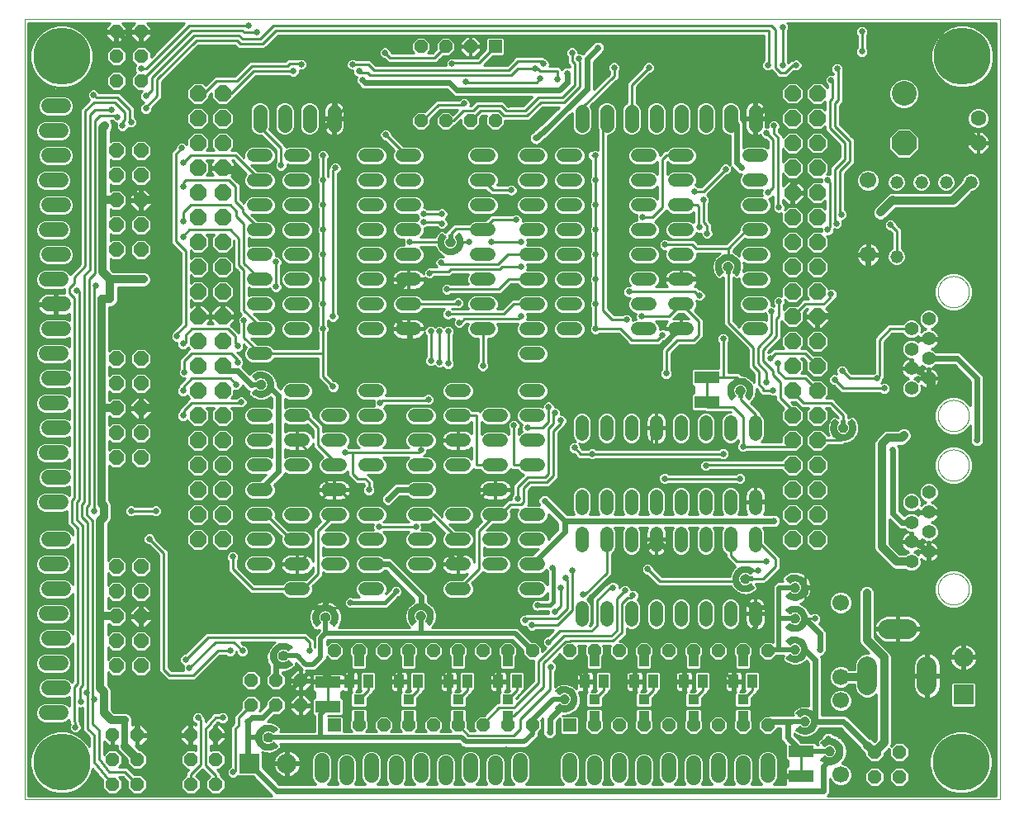
<source format=gbl>
G75*
%MOIN*%
%OFA0B0*%
%FSLAX25Y25*%
%IPPOS*%
%LPD*%
%AMOC8*
5,1,8,0,0,1.08239X$1,22.5*
%
%ADD10C,0.00000*%
%ADD11OC8,0.06600*%
%ADD12C,0.23000*%
%ADD13C,0.07874*%
%ADD14C,0.05600*%
%ADD15R,0.05200X0.05200*%
%ADD16OC8,0.05200*%
%ADD17C,0.05200*%
%ADD18C,0.06000*%
%ADD19C,0.10000*%
%ADD20OC8,0.10000*%
%ADD21C,0.06693*%
%ADD22OC8,0.06300*%
%ADD23C,0.06300*%
%ADD24OC8,0.05600*%
%ADD25R,0.04000X0.02000*%
%ADD26R,0.01600X0.03200*%
%ADD27C,0.00500*%
%ADD28R,0.10000X0.05000*%
%ADD29C,0.01000*%
%ADD30R,0.02000X0.04000*%
%ADD31R,0.03200X0.01600*%
%ADD32C,0.05600*%
%ADD33C,0.05200*%
%ADD34OC8,0.05937*%
%ADD35R,0.03937X0.05512*%
%ADD36R,0.04331X0.03937*%
%ADD37R,0.08000X0.08000*%
%ADD38C,0.08000*%
%ADD39C,0.02578*%
%ADD40C,0.02400*%
%ADD41C,0.03200*%
%ADD42C,0.02000*%
%ADD43C,0.01600*%
%ADD44C,0.02800*%
D10*
X0003000Y0106000D02*
X0003000Y0420961D01*
X0396701Y0420961D01*
X0396701Y0106000D01*
X0003000Y0106000D01*
X0371701Y0191000D02*
X0371703Y0191158D01*
X0371709Y0191316D01*
X0371719Y0191474D01*
X0371733Y0191632D01*
X0371751Y0191789D01*
X0371772Y0191946D01*
X0371798Y0192102D01*
X0371828Y0192258D01*
X0371861Y0192413D01*
X0371899Y0192566D01*
X0371940Y0192719D01*
X0371985Y0192871D01*
X0372034Y0193022D01*
X0372087Y0193171D01*
X0372143Y0193319D01*
X0372203Y0193465D01*
X0372267Y0193610D01*
X0372335Y0193753D01*
X0372406Y0193895D01*
X0372480Y0194035D01*
X0372558Y0194172D01*
X0372640Y0194308D01*
X0372724Y0194442D01*
X0372813Y0194573D01*
X0372904Y0194702D01*
X0372999Y0194829D01*
X0373096Y0194954D01*
X0373197Y0195076D01*
X0373301Y0195195D01*
X0373408Y0195312D01*
X0373518Y0195426D01*
X0373631Y0195537D01*
X0373746Y0195646D01*
X0373864Y0195751D01*
X0373985Y0195853D01*
X0374108Y0195953D01*
X0374234Y0196049D01*
X0374362Y0196142D01*
X0374492Y0196232D01*
X0374625Y0196318D01*
X0374760Y0196402D01*
X0374896Y0196481D01*
X0375035Y0196558D01*
X0375176Y0196630D01*
X0375318Y0196700D01*
X0375462Y0196765D01*
X0375608Y0196827D01*
X0375755Y0196885D01*
X0375904Y0196940D01*
X0376054Y0196991D01*
X0376205Y0197038D01*
X0376357Y0197081D01*
X0376510Y0197120D01*
X0376665Y0197156D01*
X0376820Y0197187D01*
X0376976Y0197215D01*
X0377132Y0197239D01*
X0377289Y0197259D01*
X0377447Y0197275D01*
X0377604Y0197287D01*
X0377763Y0197295D01*
X0377921Y0197299D01*
X0378079Y0197299D01*
X0378237Y0197295D01*
X0378396Y0197287D01*
X0378553Y0197275D01*
X0378711Y0197259D01*
X0378868Y0197239D01*
X0379024Y0197215D01*
X0379180Y0197187D01*
X0379335Y0197156D01*
X0379490Y0197120D01*
X0379643Y0197081D01*
X0379795Y0197038D01*
X0379946Y0196991D01*
X0380096Y0196940D01*
X0380245Y0196885D01*
X0380392Y0196827D01*
X0380538Y0196765D01*
X0380682Y0196700D01*
X0380824Y0196630D01*
X0380965Y0196558D01*
X0381104Y0196481D01*
X0381240Y0196402D01*
X0381375Y0196318D01*
X0381508Y0196232D01*
X0381638Y0196142D01*
X0381766Y0196049D01*
X0381892Y0195953D01*
X0382015Y0195853D01*
X0382136Y0195751D01*
X0382254Y0195646D01*
X0382369Y0195537D01*
X0382482Y0195426D01*
X0382592Y0195312D01*
X0382699Y0195195D01*
X0382803Y0195076D01*
X0382904Y0194954D01*
X0383001Y0194829D01*
X0383096Y0194702D01*
X0383187Y0194573D01*
X0383276Y0194442D01*
X0383360Y0194308D01*
X0383442Y0194172D01*
X0383520Y0194035D01*
X0383594Y0193895D01*
X0383665Y0193753D01*
X0383733Y0193610D01*
X0383797Y0193465D01*
X0383857Y0193319D01*
X0383913Y0193171D01*
X0383966Y0193022D01*
X0384015Y0192871D01*
X0384060Y0192719D01*
X0384101Y0192566D01*
X0384139Y0192413D01*
X0384172Y0192258D01*
X0384202Y0192102D01*
X0384228Y0191946D01*
X0384249Y0191789D01*
X0384267Y0191632D01*
X0384281Y0191474D01*
X0384291Y0191316D01*
X0384297Y0191158D01*
X0384299Y0191000D01*
X0384297Y0190842D01*
X0384291Y0190684D01*
X0384281Y0190526D01*
X0384267Y0190368D01*
X0384249Y0190211D01*
X0384228Y0190054D01*
X0384202Y0189898D01*
X0384172Y0189742D01*
X0384139Y0189587D01*
X0384101Y0189434D01*
X0384060Y0189281D01*
X0384015Y0189129D01*
X0383966Y0188978D01*
X0383913Y0188829D01*
X0383857Y0188681D01*
X0383797Y0188535D01*
X0383733Y0188390D01*
X0383665Y0188247D01*
X0383594Y0188105D01*
X0383520Y0187965D01*
X0383442Y0187828D01*
X0383360Y0187692D01*
X0383276Y0187558D01*
X0383187Y0187427D01*
X0383096Y0187298D01*
X0383001Y0187171D01*
X0382904Y0187046D01*
X0382803Y0186924D01*
X0382699Y0186805D01*
X0382592Y0186688D01*
X0382482Y0186574D01*
X0382369Y0186463D01*
X0382254Y0186354D01*
X0382136Y0186249D01*
X0382015Y0186147D01*
X0381892Y0186047D01*
X0381766Y0185951D01*
X0381638Y0185858D01*
X0381508Y0185768D01*
X0381375Y0185682D01*
X0381240Y0185598D01*
X0381104Y0185519D01*
X0380965Y0185442D01*
X0380824Y0185370D01*
X0380682Y0185300D01*
X0380538Y0185235D01*
X0380392Y0185173D01*
X0380245Y0185115D01*
X0380096Y0185060D01*
X0379946Y0185009D01*
X0379795Y0184962D01*
X0379643Y0184919D01*
X0379490Y0184880D01*
X0379335Y0184844D01*
X0379180Y0184813D01*
X0379024Y0184785D01*
X0378868Y0184761D01*
X0378711Y0184741D01*
X0378553Y0184725D01*
X0378396Y0184713D01*
X0378237Y0184705D01*
X0378079Y0184701D01*
X0377921Y0184701D01*
X0377763Y0184705D01*
X0377604Y0184713D01*
X0377447Y0184725D01*
X0377289Y0184741D01*
X0377132Y0184761D01*
X0376976Y0184785D01*
X0376820Y0184813D01*
X0376665Y0184844D01*
X0376510Y0184880D01*
X0376357Y0184919D01*
X0376205Y0184962D01*
X0376054Y0185009D01*
X0375904Y0185060D01*
X0375755Y0185115D01*
X0375608Y0185173D01*
X0375462Y0185235D01*
X0375318Y0185300D01*
X0375176Y0185370D01*
X0375035Y0185442D01*
X0374896Y0185519D01*
X0374760Y0185598D01*
X0374625Y0185682D01*
X0374492Y0185768D01*
X0374362Y0185858D01*
X0374234Y0185951D01*
X0374108Y0186047D01*
X0373985Y0186147D01*
X0373864Y0186249D01*
X0373746Y0186354D01*
X0373631Y0186463D01*
X0373518Y0186574D01*
X0373408Y0186688D01*
X0373301Y0186805D01*
X0373197Y0186924D01*
X0373096Y0187046D01*
X0372999Y0187171D01*
X0372904Y0187298D01*
X0372813Y0187427D01*
X0372724Y0187558D01*
X0372640Y0187692D01*
X0372558Y0187828D01*
X0372480Y0187965D01*
X0372406Y0188105D01*
X0372335Y0188247D01*
X0372267Y0188390D01*
X0372203Y0188535D01*
X0372143Y0188681D01*
X0372087Y0188829D01*
X0372034Y0188978D01*
X0371985Y0189129D01*
X0371940Y0189281D01*
X0371899Y0189434D01*
X0371861Y0189587D01*
X0371828Y0189742D01*
X0371798Y0189898D01*
X0371772Y0190054D01*
X0371751Y0190211D01*
X0371733Y0190368D01*
X0371719Y0190526D01*
X0371709Y0190684D01*
X0371703Y0190842D01*
X0371701Y0191000D01*
X0371701Y0241000D02*
X0371703Y0241158D01*
X0371709Y0241316D01*
X0371719Y0241474D01*
X0371733Y0241632D01*
X0371751Y0241789D01*
X0371772Y0241946D01*
X0371798Y0242102D01*
X0371828Y0242258D01*
X0371861Y0242413D01*
X0371899Y0242566D01*
X0371940Y0242719D01*
X0371985Y0242871D01*
X0372034Y0243022D01*
X0372087Y0243171D01*
X0372143Y0243319D01*
X0372203Y0243465D01*
X0372267Y0243610D01*
X0372335Y0243753D01*
X0372406Y0243895D01*
X0372480Y0244035D01*
X0372558Y0244172D01*
X0372640Y0244308D01*
X0372724Y0244442D01*
X0372813Y0244573D01*
X0372904Y0244702D01*
X0372999Y0244829D01*
X0373096Y0244954D01*
X0373197Y0245076D01*
X0373301Y0245195D01*
X0373408Y0245312D01*
X0373518Y0245426D01*
X0373631Y0245537D01*
X0373746Y0245646D01*
X0373864Y0245751D01*
X0373985Y0245853D01*
X0374108Y0245953D01*
X0374234Y0246049D01*
X0374362Y0246142D01*
X0374492Y0246232D01*
X0374625Y0246318D01*
X0374760Y0246402D01*
X0374896Y0246481D01*
X0375035Y0246558D01*
X0375176Y0246630D01*
X0375318Y0246700D01*
X0375462Y0246765D01*
X0375608Y0246827D01*
X0375755Y0246885D01*
X0375904Y0246940D01*
X0376054Y0246991D01*
X0376205Y0247038D01*
X0376357Y0247081D01*
X0376510Y0247120D01*
X0376665Y0247156D01*
X0376820Y0247187D01*
X0376976Y0247215D01*
X0377132Y0247239D01*
X0377289Y0247259D01*
X0377447Y0247275D01*
X0377604Y0247287D01*
X0377763Y0247295D01*
X0377921Y0247299D01*
X0378079Y0247299D01*
X0378237Y0247295D01*
X0378396Y0247287D01*
X0378553Y0247275D01*
X0378711Y0247259D01*
X0378868Y0247239D01*
X0379024Y0247215D01*
X0379180Y0247187D01*
X0379335Y0247156D01*
X0379490Y0247120D01*
X0379643Y0247081D01*
X0379795Y0247038D01*
X0379946Y0246991D01*
X0380096Y0246940D01*
X0380245Y0246885D01*
X0380392Y0246827D01*
X0380538Y0246765D01*
X0380682Y0246700D01*
X0380824Y0246630D01*
X0380965Y0246558D01*
X0381104Y0246481D01*
X0381240Y0246402D01*
X0381375Y0246318D01*
X0381508Y0246232D01*
X0381638Y0246142D01*
X0381766Y0246049D01*
X0381892Y0245953D01*
X0382015Y0245853D01*
X0382136Y0245751D01*
X0382254Y0245646D01*
X0382369Y0245537D01*
X0382482Y0245426D01*
X0382592Y0245312D01*
X0382699Y0245195D01*
X0382803Y0245076D01*
X0382904Y0244954D01*
X0383001Y0244829D01*
X0383096Y0244702D01*
X0383187Y0244573D01*
X0383276Y0244442D01*
X0383360Y0244308D01*
X0383442Y0244172D01*
X0383520Y0244035D01*
X0383594Y0243895D01*
X0383665Y0243753D01*
X0383733Y0243610D01*
X0383797Y0243465D01*
X0383857Y0243319D01*
X0383913Y0243171D01*
X0383966Y0243022D01*
X0384015Y0242871D01*
X0384060Y0242719D01*
X0384101Y0242566D01*
X0384139Y0242413D01*
X0384172Y0242258D01*
X0384202Y0242102D01*
X0384228Y0241946D01*
X0384249Y0241789D01*
X0384267Y0241632D01*
X0384281Y0241474D01*
X0384291Y0241316D01*
X0384297Y0241158D01*
X0384299Y0241000D01*
X0384297Y0240842D01*
X0384291Y0240684D01*
X0384281Y0240526D01*
X0384267Y0240368D01*
X0384249Y0240211D01*
X0384228Y0240054D01*
X0384202Y0239898D01*
X0384172Y0239742D01*
X0384139Y0239587D01*
X0384101Y0239434D01*
X0384060Y0239281D01*
X0384015Y0239129D01*
X0383966Y0238978D01*
X0383913Y0238829D01*
X0383857Y0238681D01*
X0383797Y0238535D01*
X0383733Y0238390D01*
X0383665Y0238247D01*
X0383594Y0238105D01*
X0383520Y0237965D01*
X0383442Y0237828D01*
X0383360Y0237692D01*
X0383276Y0237558D01*
X0383187Y0237427D01*
X0383096Y0237298D01*
X0383001Y0237171D01*
X0382904Y0237046D01*
X0382803Y0236924D01*
X0382699Y0236805D01*
X0382592Y0236688D01*
X0382482Y0236574D01*
X0382369Y0236463D01*
X0382254Y0236354D01*
X0382136Y0236249D01*
X0382015Y0236147D01*
X0381892Y0236047D01*
X0381766Y0235951D01*
X0381638Y0235858D01*
X0381508Y0235768D01*
X0381375Y0235682D01*
X0381240Y0235598D01*
X0381104Y0235519D01*
X0380965Y0235442D01*
X0380824Y0235370D01*
X0380682Y0235300D01*
X0380538Y0235235D01*
X0380392Y0235173D01*
X0380245Y0235115D01*
X0380096Y0235060D01*
X0379946Y0235009D01*
X0379795Y0234962D01*
X0379643Y0234919D01*
X0379490Y0234880D01*
X0379335Y0234844D01*
X0379180Y0234813D01*
X0379024Y0234785D01*
X0378868Y0234761D01*
X0378711Y0234741D01*
X0378553Y0234725D01*
X0378396Y0234713D01*
X0378237Y0234705D01*
X0378079Y0234701D01*
X0377921Y0234701D01*
X0377763Y0234705D01*
X0377604Y0234713D01*
X0377447Y0234725D01*
X0377289Y0234741D01*
X0377132Y0234761D01*
X0376976Y0234785D01*
X0376820Y0234813D01*
X0376665Y0234844D01*
X0376510Y0234880D01*
X0376357Y0234919D01*
X0376205Y0234962D01*
X0376054Y0235009D01*
X0375904Y0235060D01*
X0375755Y0235115D01*
X0375608Y0235173D01*
X0375462Y0235235D01*
X0375318Y0235300D01*
X0375176Y0235370D01*
X0375035Y0235442D01*
X0374896Y0235519D01*
X0374760Y0235598D01*
X0374625Y0235682D01*
X0374492Y0235768D01*
X0374362Y0235858D01*
X0374234Y0235951D01*
X0374108Y0236047D01*
X0373985Y0236147D01*
X0373864Y0236249D01*
X0373746Y0236354D01*
X0373631Y0236463D01*
X0373518Y0236574D01*
X0373408Y0236688D01*
X0373301Y0236805D01*
X0373197Y0236924D01*
X0373096Y0237046D01*
X0372999Y0237171D01*
X0372904Y0237298D01*
X0372813Y0237427D01*
X0372724Y0237558D01*
X0372640Y0237692D01*
X0372558Y0237828D01*
X0372480Y0237965D01*
X0372406Y0238105D01*
X0372335Y0238247D01*
X0372267Y0238390D01*
X0372203Y0238535D01*
X0372143Y0238681D01*
X0372087Y0238829D01*
X0372034Y0238978D01*
X0371985Y0239129D01*
X0371940Y0239281D01*
X0371899Y0239434D01*
X0371861Y0239587D01*
X0371828Y0239742D01*
X0371798Y0239898D01*
X0371772Y0240054D01*
X0371751Y0240211D01*
X0371733Y0240368D01*
X0371719Y0240526D01*
X0371709Y0240684D01*
X0371703Y0240842D01*
X0371701Y0241000D01*
X0371701Y0261000D02*
X0371703Y0261158D01*
X0371709Y0261316D01*
X0371719Y0261474D01*
X0371733Y0261632D01*
X0371751Y0261789D01*
X0371772Y0261946D01*
X0371798Y0262102D01*
X0371828Y0262258D01*
X0371861Y0262413D01*
X0371899Y0262566D01*
X0371940Y0262719D01*
X0371985Y0262871D01*
X0372034Y0263022D01*
X0372087Y0263171D01*
X0372143Y0263319D01*
X0372203Y0263465D01*
X0372267Y0263610D01*
X0372335Y0263753D01*
X0372406Y0263895D01*
X0372480Y0264035D01*
X0372558Y0264172D01*
X0372640Y0264308D01*
X0372724Y0264442D01*
X0372813Y0264573D01*
X0372904Y0264702D01*
X0372999Y0264829D01*
X0373096Y0264954D01*
X0373197Y0265076D01*
X0373301Y0265195D01*
X0373408Y0265312D01*
X0373518Y0265426D01*
X0373631Y0265537D01*
X0373746Y0265646D01*
X0373864Y0265751D01*
X0373985Y0265853D01*
X0374108Y0265953D01*
X0374234Y0266049D01*
X0374362Y0266142D01*
X0374492Y0266232D01*
X0374625Y0266318D01*
X0374760Y0266402D01*
X0374896Y0266481D01*
X0375035Y0266558D01*
X0375176Y0266630D01*
X0375318Y0266700D01*
X0375462Y0266765D01*
X0375608Y0266827D01*
X0375755Y0266885D01*
X0375904Y0266940D01*
X0376054Y0266991D01*
X0376205Y0267038D01*
X0376357Y0267081D01*
X0376510Y0267120D01*
X0376665Y0267156D01*
X0376820Y0267187D01*
X0376976Y0267215D01*
X0377132Y0267239D01*
X0377289Y0267259D01*
X0377447Y0267275D01*
X0377604Y0267287D01*
X0377763Y0267295D01*
X0377921Y0267299D01*
X0378079Y0267299D01*
X0378237Y0267295D01*
X0378396Y0267287D01*
X0378553Y0267275D01*
X0378711Y0267259D01*
X0378868Y0267239D01*
X0379024Y0267215D01*
X0379180Y0267187D01*
X0379335Y0267156D01*
X0379490Y0267120D01*
X0379643Y0267081D01*
X0379795Y0267038D01*
X0379946Y0266991D01*
X0380096Y0266940D01*
X0380245Y0266885D01*
X0380392Y0266827D01*
X0380538Y0266765D01*
X0380682Y0266700D01*
X0380824Y0266630D01*
X0380965Y0266558D01*
X0381104Y0266481D01*
X0381240Y0266402D01*
X0381375Y0266318D01*
X0381508Y0266232D01*
X0381638Y0266142D01*
X0381766Y0266049D01*
X0381892Y0265953D01*
X0382015Y0265853D01*
X0382136Y0265751D01*
X0382254Y0265646D01*
X0382369Y0265537D01*
X0382482Y0265426D01*
X0382592Y0265312D01*
X0382699Y0265195D01*
X0382803Y0265076D01*
X0382904Y0264954D01*
X0383001Y0264829D01*
X0383096Y0264702D01*
X0383187Y0264573D01*
X0383276Y0264442D01*
X0383360Y0264308D01*
X0383442Y0264172D01*
X0383520Y0264035D01*
X0383594Y0263895D01*
X0383665Y0263753D01*
X0383733Y0263610D01*
X0383797Y0263465D01*
X0383857Y0263319D01*
X0383913Y0263171D01*
X0383966Y0263022D01*
X0384015Y0262871D01*
X0384060Y0262719D01*
X0384101Y0262566D01*
X0384139Y0262413D01*
X0384172Y0262258D01*
X0384202Y0262102D01*
X0384228Y0261946D01*
X0384249Y0261789D01*
X0384267Y0261632D01*
X0384281Y0261474D01*
X0384291Y0261316D01*
X0384297Y0261158D01*
X0384299Y0261000D01*
X0384297Y0260842D01*
X0384291Y0260684D01*
X0384281Y0260526D01*
X0384267Y0260368D01*
X0384249Y0260211D01*
X0384228Y0260054D01*
X0384202Y0259898D01*
X0384172Y0259742D01*
X0384139Y0259587D01*
X0384101Y0259434D01*
X0384060Y0259281D01*
X0384015Y0259129D01*
X0383966Y0258978D01*
X0383913Y0258829D01*
X0383857Y0258681D01*
X0383797Y0258535D01*
X0383733Y0258390D01*
X0383665Y0258247D01*
X0383594Y0258105D01*
X0383520Y0257965D01*
X0383442Y0257828D01*
X0383360Y0257692D01*
X0383276Y0257558D01*
X0383187Y0257427D01*
X0383096Y0257298D01*
X0383001Y0257171D01*
X0382904Y0257046D01*
X0382803Y0256924D01*
X0382699Y0256805D01*
X0382592Y0256688D01*
X0382482Y0256574D01*
X0382369Y0256463D01*
X0382254Y0256354D01*
X0382136Y0256249D01*
X0382015Y0256147D01*
X0381892Y0256047D01*
X0381766Y0255951D01*
X0381638Y0255858D01*
X0381508Y0255768D01*
X0381375Y0255682D01*
X0381240Y0255598D01*
X0381104Y0255519D01*
X0380965Y0255442D01*
X0380824Y0255370D01*
X0380682Y0255300D01*
X0380538Y0255235D01*
X0380392Y0255173D01*
X0380245Y0255115D01*
X0380096Y0255060D01*
X0379946Y0255009D01*
X0379795Y0254962D01*
X0379643Y0254919D01*
X0379490Y0254880D01*
X0379335Y0254844D01*
X0379180Y0254813D01*
X0379024Y0254785D01*
X0378868Y0254761D01*
X0378711Y0254741D01*
X0378553Y0254725D01*
X0378396Y0254713D01*
X0378237Y0254705D01*
X0378079Y0254701D01*
X0377921Y0254701D01*
X0377763Y0254705D01*
X0377604Y0254713D01*
X0377447Y0254725D01*
X0377289Y0254741D01*
X0377132Y0254761D01*
X0376976Y0254785D01*
X0376820Y0254813D01*
X0376665Y0254844D01*
X0376510Y0254880D01*
X0376357Y0254919D01*
X0376205Y0254962D01*
X0376054Y0255009D01*
X0375904Y0255060D01*
X0375755Y0255115D01*
X0375608Y0255173D01*
X0375462Y0255235D01*
X0375318Y0255300D01*
X0375176Y0255370D01*
X0375035Y0255442D01*
X0374896Y0255519D01*
X0374760Y0255598D01*
X0374625Y0255682D01*
X0374492Y0255768D01*
X0374362Y0255858D01*
X0374234Y0255951D01*
X0374108Y0256047D01*
X0373985Y0256147D01*
X0373864Y0256249D01*
X0373746Y0256354D01*
X0373631Y0256463D01*
X0373518Y0256574D01*
X0373408Y0256688D01*
X0373301Y0256805D01*
X0373197Y0256924D01*
X0373096Y0257046D01*
X0372999Y0257171D01*
X0372904Y0257298D01*
X0372813Y0257427D01*
X0372724Y0257558D01*
X0372640Y0257692D01*
X0372558Y0257828D01*
X0372480Y0257965D01*
X0372406Y0258105D01*
X0372335Y0258247D01*
X0372267Y0258390D01*
X0372203Y0258535D01*
X0372143Y0258681D01*
X0372087Y0258829D01*
X0372034Y0258978D01*
X0371985Y0259129D01*
X0371940Y0259281D01*
X0371899Y0259434D01*
X0371861Y0259587D01*
X0371828Y0259742D01*
X0371798Y0259898D01*
X0371772Y0260054D01*
X0371751Y0260211D01*
X0371733Y0260368D01*
X0371719Y0260526D01*
X0371709Y0260684D01*
X0371703Y0260842D01*
X0371701Y0261000D01*
X0371701Y0311000D02*
X0371703Y0311158D01*
X0371709Y0311316D01*
X0371719Y0311474D01*
X0371733Y0311632D01*
X0371751Y0311789D01*
X0371772Y0311946D01*
X0371798Y0312102D01*
X0371828Y0312258D01*
X0371861Y0312413D01*
X0371899Y0312566D01*
X0371940Y0312719D01*
X0371985Y0312871D01*
X0372034Y0313022D01*
X0372087Y0313171D01*
X0372143Y0313319D01*
X0372203Y0313465D01*
X0372267Y0313610D01*
X0372335Y0313753D01*
X0372406Y0313895D01*
X0372480Y0314035D01*
X0372558Y0314172D01*
X0372640Y0314308D01*
X0372724Y0314442D01*
X0372813Y0314573D01*
X0372904Y0314702D01*
X0372999Y0314829D01*
X0373096Y0314954D01*
X0373197Y0315076D01*
X0373301Y0315195D01*
X0373408Y0315312D01*
X0373518Y0315426D01*
X0373631Y0315537D01*
X0373746Y0315646D01*
X0373864Y0315751D01*
X0373985Y0315853D01*
X0374108Y0315953D01*
X0374234Y0316049D01*
X0374362Y0316142D01*
X0374492Y0316232D01*
X0374625Y0316318D01*
X0374760Y0316402D01*
X0374896Y0316481D01*
X0375035Y0316558D01*
X0375176Y0316630D01*
X0375318Y0316700D01*
X0375462Y0316765D01*
X0375608Y0316827D01*
X0375755Y0316885D01*
X0375904Y0316940D01*
X0376054Y0316991D01*
X0376205Y0317038D01*
X0376357Y0317081D01*
X0376510Y0317120D01*
X0376665Y0317156D01*
X0376820Y0317187D01*
X0376976Y0317215D01*
X0377132Y0317239D01*
X0377289Y0317259D01*
X0377447Y0317275D01*
X0377604Y0317287D01*
X0377763Y0317295D01*
X0377921Y0317299D01*
X0378079Y0317299D01*
X0378237Y0317295D01*
X0378396Y0317287D01*
X0378553Y0317275D01*
X0378711Y0317259D01*
X0378868Y0317239D01*
X0379024Y0317215D01*
X0379180Y0317187D01*
X0379335Y0317156D01*
X0379490Y0317120D01*
X0379643Y0317081D01*
X0379795Y0317038D01*
X0379946Y0316991D01*
X0380096Y0316940D01*
X0380245Y0316885D01*
X0380392Y0316827D01*
X0380538Y0316765D01*
X0380682Y0316700D01*
X0380824Y0316630D01*
X0380965Y0316558D01*
X0381104Y0316481D01*
X0381240Y0316402D01*
X0381375Y0316318D01*
X0381508Y0316232D01*
X0381638Y0316142D01*
X0381766Y0316049D01*
X0381892Y0315953D01*
X0382015Y0315853D01*
X0382136Y0315751D01*
X0382254Y0315646D01*
X0382369Y0315537D01*
X0382482Y0315426D01*
X0382592Y0315312D01*
X0382699Y0315195D01*
X0382803Y0315076D01*
X0382904Y0314954D01*
X0383001Y0314829D01*
X0383096Y0314702D01*
X0383187Y0314573D01*
X0383276Y0314442D01*
X0383360Y0314308D01*
X0383442Y0314172D01*
X0383520Y0314035D01*
X0383594Y0313895D01*
X0383665Y0313753D01*
X0383733Y0313610D01*
X0383797Y0313465D01*
X0383857Y0313319D01*
X0383913Y0313171D01*
X0383966Y0313022D01*
X0384015Y0312871D01*
X0384060Y0312719D01*
X0384101Y0312566D01*
X0384139Y0312413D01*
X0384172Y0312258D01*
X0384202Y0312102D01*
X0384228Y0311946D01*
X0384249Y0311789D01*
X0384267Y0311632D01*
X0384281Y0311474D01*
X0384291Y0311316D01*
X0384297Y0311158D01*
X0384299Y0311000D01*
X0384297Y0310842D01*
X0384291Y0310684D01*
X0384281Y0310526D01*
X0384267Y0310368D01*
X0384249Y0310211D01*
X0384228Y0310054D01*
X0384202Y0309898D01*
X0384172Y0309742D01*
X0384139Y0309587D01*
X0384101Y0309434D01*
X0384060Y0309281D01*
X0384015Y0309129D01*
X0383966Y0308978D01*
X0383913Y0308829D01*
X0383857Y0308681D01*
X0383797Y0308535D01*
X0383733Y0308390D01*
X0383665Y0308247D01*
X0383594Y0308105D01*
X0383520Y0307965D01*
X0383442Y0307828D01*
X0383360Y0307692D01*
X0383276Y0307558D01*
X0383187Y0307427D01*
X0383096Y0307298D01*
X0383001Y0307171D01*
X0382904Y0307046D01*
X0382803Y0306924D01*
X0382699Y0306805D01*
X0382592Y0306688D01*
X0382482Y0306574D01*
X0382369Y0306463D01*
X0382254Y0306354D01*
X0382136Y0306249D01*
X0382015Y0306147D01*
X0381892Y0306047D01*
X0381766Y0305951D01*
X0381638Y0305858D01*
X0381508Y0305768D01*
X0381375Y0305682D01*
X0381240Y0305598D01*
X0381104Y0305519D01*
X0380965Y0305442D01*
X0380824Y0305370D01*
X0380682Y0305300D01*
X0380538Y0305235D01*
X0380392Y0305173D01*
X0380245Y0305115D01*
X0380096Y0305060D01*
X0379946Y0305009D01*
X0379795Y0304962D01*
X0379643Y0304919D01*
X0379490Y0304880D01*
X0379335Y0304844D01*
X0379180Y0304813D01*
X0379024Y0304785D01*
X0378868Y0304761D01*
X0378711Y0304741D01*
X0378553Y0304725D01*
X0378396Y0304713D01*
X0378237Y0304705D01*
X0378079Y0304701D01*
X0377921Y0304701D01*
X0377763Y0304705D01*
X0377604Y0304713D01*
X0377447Y0304725D01*
X0377289Y0304741D01*
X0377132Y0304761D01*
X0376976Y0304785D01*
X0376820Y0304813D01*
X0376665Y0304844D01*
X0376510Y0304880D01*
X0376357Y0304919D01*
X0376205Y0304962D01*
X0376054Y0305009D01*
X0375904Y0305060D01*
X0375755Y0305115D01*
X0375608Y0305173D01*
X0375462Y0305235D01*
X0375318Y0305300D01*
X0375176Y0305370D01*
X0375035Y0305442D01*
X0374896Y0305519D01*
X0374760Y0305598D01*
X0374625Y0305682D01*
X0374492Y0305768D01*
X0374362Y0305858D01*
X0374234Y0305951D01*
X0374108Y0306047D01*
X0373985Y0306147D01*
X0373864Y0306249D01*
X0373746Y0306354D01*
X0373631Y0306463D01*
X0373518Y0306574D01*
X0373408Y0306688D01*
X0373301Y0306805D01*
X0373197Y0306924D01*
X0373096Y0307046D01*
X0372999Y0307171D01*
X0372904Y0307298D01*
X0372813Y0307427D01*
X0372724Y0307558D01*
X0372640Y0307692D01*
X0372558Y0307828D01*
X0372480Y0307965D01*
X0372406Y0308105D01*
X0372335Y0308247D01*
X0372267Y0308390D01*
X0372203Y0308535D01*
X0372143Y0308681D01*
X0372087Y0308829D01*
X0372034Y0308978D01*
X0371985Y0309129D01*
X0371940Y0309281D01*
X0371899Y0309434D01*
X0371861Y0309587D01*
X0371828Y0309742D01*
X0371798Y0309898D01*
X0371772Y0310054D01*
X0371751Y0310211D01*
X0371733Y0310368D01*
X0371719Y0310526D01*
X0371709Y0310684D01*
X0371703Y0310842D01*
X0371701Y0311000D01*
D11*
X0323000Y0311000D03*
X0323000Y0301000D03*
X0323000Y0291000D03*
X0323000Y0281000D03*
X0323000Y0271000D03*
X0323000Y0261000D03*
X0323000Y0251000D03*
X0323000Y0241000D03*
X0323000Y0231000D03*
X0323000Y0221000D03*
X0323000Y0211000D03*
X0313000Y0211000D03*
X0313000Y0221000D03*
X0313000Y0231000D03*
X0313000Y0241000D03*
X0313000Y0251000D03*
X0313000Y0261000D03*
X0313000Y0271000D03*
X0313000Y0281000D03*
X0313000Y0291000D03*
X0313000Y0301000D03*
X0313000Y0311000D03*
X0313000Y0321000D03*
X0313000Y0331000D03*
X0313000Y0341000D03*
X0313000Y0351000D03*
X0313000Y0361000D03*
X0313000Y0371000D03*
X0313000Y0381000D03*
X0313000Y0391000D03*
X0323000Y0391000D03*
X0323000Y0381000D03*
X0323000Y0371000D03*
X0323000Y0361000D03*
X0323000Y0351000D03*
X0323000Y0341000D03*
X0323000Y0331000D03*
X0323000Y0321000D03*
X0083000Y0321000D03*
X0083000Y0311000D03*
X0083000Y0301000D03*
X0083000Y0291000D03*
X0083000Y0281000D03*
X0083000Y0271000D03*
X0083000Y0261000D03*
X0083000Y0251000D03*
X0083000Y0241000D03*
X0083000Y0231000D03*
X0083000Y0221000D03*
X0083000Y0211000D03*
X0073000Y0211000D03*
X0073000Y0221000D03*
X0073000Y0231000D03*
X0073000Y0241000D03*
X0073000Y0251000D03*
X0073000Y0261000D03*
X0073000Y0271000D03*
X0073000Y0281000D03*
X0073000Y0291000D03*
X0073000Y0301000D03*
X0073000Y0311000D03*
X0073000Y0321000D03*
X0073000Y0331000D03*
X0073000Y0341000D03*
X0073000Y0351000D03*
X0073000Y0361000D03*
X0073000Y0371000D03*
X0073000Y0381000D03*
X0073000Y0391000D03*
X0083000Y0391000D03*
X0083000Y0381000D03*
X0083000Y0371000D03*
X0083000Y0361000D03*
X0083000Y0351000D03*
X0083000Y0341000D03*
X0083000Y0331000D03*
D12*
X0018000Y0406000D03*
X0018000Y0121000D03*
X0381000Y0121000D03*
X0381500Y0406000D03*
D13*
X0359437Y0174898D02*
X0351563Y0174898D01*
X0343295Y0159937D02*
X0343295Y0152063D01*
X0367311Y0152063D02*
X0367311Y0159937D01*
D14*
X0360992Y0202004D03*
X0360992Y0210035D03*
X0360992Y0217949D03*
X0360992Y0225980D03*
X0368000Y0221965D03*
X0368000Y0214051D03*
X0368000Y0206020D03*
X0368000Y0229996D03*
X0360992Y0272004D03*
X0360992Y0280035D03*
X0360992Y0287949D03*
X0368000Y0284051D03*
X0368000Y0276020D03*
X0368000Y0291965D03*
X0368000Y0299996D03*
X0360992Y0295980D03*
D15*
X0223000Y0136000D03*
X0128000Y0136000D03*
X0193000Y0410000D03*
D16*
X0183000Y0410000D03*
X0173000Y0410000D03*
X0163000Y0410000D03*
X0163000Y0380000D03*
X0173000Y0380000D03*
X0183000Y0380000D03*
X0193000Y0380000D03*
X0188000Y0166000D03*
X0198000Y0166000D03*
X0208000Y0166000D03*
X0223000Y0166000D03*
X0233000Y0166000D03*
X0243000Y0166000D03*
X0253000Y0166000D03*
X0263000Y0166000D03*
X0273000Y0166000D03*
X0283000Y0166000D03*
X0293000Y0166000D03*
X0303000Y0166000D03*
X0303000Y0136000D03*
X0293000Y0136000D03*
X0283000Y0136000D03*
X0273000Y0136000D03*
X0263000Y0136000D03*
X0253000Y0136000D03*
X0243000Y0136000D03*
X0233000Y0136000D03*
X0208000Y0136000D03*
X0198000Y0136000D03*
X0188000Y0136000D03*
X0178000Y0136000D03*
X0168000Y0136000D03*
X0158000Y0136000D03*
X0148000Y0136000D03*
X0138000Y0136000D03*
X0138000Y0166000D03*
X0128000Y0166000D03*
X0148000Y0166000D03*
X0158000Y0166000D03*
X0168000Y0166000D03*
X0178000Y0166000D03*
D17*
X0180600Y0191000D02*
X0175400Y0191000D01*
X0175400Y0201000D02*
X0180600Y0201000D01*
X0190400Y0201000D02*
X0195600Y0201000D01*
X0195600Y0211000D02*
X0190400Y0211000D01*
X0180600Y0211000D02*
X0175400Y0211000D01*
X0165600Y0211000D02*
X0160400Y0211000D01*
X0160400Y0201000D02*
X0165600Y0201000D01*
X0165600Y0221000D02*
X0160400Y0221000D01*
X0160400Y0231000D02*
X0165600Y0231000D01*
X0165600Y0241000D02*
X0160400Y0241000D01*
X0160400Y0251000D02*
X0165600Y0251000D01*
X0175400Y0251000D02*
X0180600Y0251000D01*
X0190400Y0251000D02*
X0195600Y0251000D01*
X0195600Y0241000D02*
X0190400Y0241000D01*
X0180600Y0241000D02*
X0175400Y0241000D01*
X0190400Y0231000D02*
X0195600Y0231000D01*
X0195600Y0221000D02*
X0190400Y0221000D01*
X0180600Y0221000D02*
X0175400Y0221000D01*
X0145600Y0221000D02*
X0140400Y0221000D01*
X0140400Y0211000D02*
X0145600Y0211000D01*
X0145600Y0201000D02*
X0140400Y0201000D01*
X0140400Y0191000D02*
X0145600Y0191000D01*
X0130600Y0201000D02*
X0125400Y0201000D01*
X0125400Y0211000D02*
X0130600Y0211000D01*
X0130600Y0221000D02*
X0125400Y0221000D01*
X0125400Y0231000D02*
X0130600Y0231000D01*
X0130600Y0241000D02*
X0125400Y0241000D01*
X0125400Y0251000D02*
X0130600Y0251000D01*
X0130600Y0261000D02*
X0125400Y0261000D01*
X0115600Y0261000D02*
X0110400Y0261000D01*
X0100600Y0261000D02*
X0095400Y0261000D01*
X0095400Y0251000D02*
X0100600Y0251000D01*
X0110400Y0251000D02*
X0115600Y0251000D01*
X0115600Y0241000D02*
X0110400Y0241000D01*
X0100600Y0241000D02*
X0095400Y0241000D01*
X0095400Y0231000D02*
X0100600Y0231000D01*
X0100600Y0221000D02*
X0095400Y0221000D01*
X0095400Y0211000D02*
X0100600Y0211000D01*
X0110400Y0211000D02*
X0115600Y0211000D01*
X0115600Y0201000D02*
X0110400Y0201000D01*
X0100600Y0201000D02*
X0095400Y0201000D01*
X0110400Y0191000D02*
X0115600Y0191000D01*
X0115600Y0221000D02*
X0110400Y0221000D01*
X0140400Y0241000D02*
X0145600Y0241000D01*
X0145600Y0251000D02*
X0140400Y0251000D01*
X0140400Y0261000D02*
X0145600Y0261000D01*
X0145600Y0271000D02*
X0140400Y0271000D01*
X0160400Y0261000D02*
X0165600Y0261000D01*
X0175400Y0261000D02*
X0180600Y0261000D01*
X0190400Y0261000D02*
X0195600Y0261000D01*
X0205400Y0261000D02*
X0210600Y0261000D01*
X0210600Y0251000D02*
X0205400Y0251000D01*
X0205400Y0241000D02*
X0210600Y0241000D01*
X0210600Y0221000D02*
X0205400Y0221000D01*
X0205400Y0211000D02*
X0210600Y0211000D01*
X0210600Y0201000D02*
X0205400Y0201000D01*
X0205400Y0191000D02*
X0210600Y0191000D01*
X0228000Y0183600D02*
X0228000Y0178400D01*
X0238000Y0178400D02*
X0238000Y0183600D01*
X0248000Y0183600D02*
X0248000Y0178400D01*
X0258000Y0178400D02*
X0258000Y0183600D01*
X0268000Y0183600D02*
X0268000Y0178400D01*
X0278000Y0178400D02*
X0278000Y0183600D01*
X0288000Y0183600D02*
X0288000Y0178400D01*
X0298000Y0178400D02*
X0298000Y0183600D01*
X0298000Y0208400D02*
X0298000Y0213600D01*
X0298000Y0223400D02*
X0298000Y0228600D01*
X0288000Y0228600D02*
X0288000Y0223400D01*
X0288000Y0213600D02*
X0288000Y0208400D01*
X0278000Y0208400D02*
X0278000Y0213600D01*
X0278000Y0223400D02*
X0278000Y0228600D01*
X0268000Y0228600D02*
X0268000Y0223400D01*
X0268000Y0213600D02*
X0268000Y0208400D01*
X0258000Y0208400D02*
X0258000Y0213600D01*
X0258000Y0223400D02*
X0258000Y0228600D01*
X0248000Y0228600D02*
X0248000Y0223400D01*
X0248000Y0213600D02*
X0248000Y0208400D01*
X0238000Y0208400D02*
X0238000Y0213600D01*
X0238000Y0223400D02*
X0238000Y0228600D01*
X0228000Y0228600D02*
X0228000Y0223400D01*
X0228000Y0213600D02*
X0228000Y0208400D01*
X0228000Y0253400D02*
X0228000Y0258600D01*
X0238000Y0258600D02*
X0238000Y0253400D01*
X0248000Y0253400D02*
X0248000Y0258600D01*
X0258000Y0258600D02*
X0258000Y0253400D01*
X0268000Y0253400D02*
X0268000Y0258600D01*
X0278000Y0258600D02*
X0278000Y0253400D01*
X0288000Y0253400D02*
X0288000Y0258600D01*
X0298000Y0258600D02*
X0298000Y0253400D01*
X0295400Y0296000D02*
X0300600Y0296000D01*
X0300600Y0306000D02*
X0295400Y0306000D01*
X0295400Y0316000D02*
X0300600Y0316000D01*
X0300600Y0326000D02*
X0295400Y0326000D01*
X0295400Y0336000D02*
X0300600Y0336000D01*
X0300600Y0346000D02*
X0295400Y0346000D01*
X0295400Y0356000D02*
X0300600Y0356000D01*
X0300600Y0366000D02*
X0295400Y0366000D01*
X0270600Y0366000D02*
X0265400Y0366000D01*
X0265400Y0356000D02*
X0270600Y0356000D01*
X0270600Y0346000D02*
X0265400Y0346000D01*
X0265400Y0336000D02*
X0270600Y0336000D01*
X0270600Y0326000D02*
X0265400Y0326000D01*
X0265400Y0316000D02*
X0270600Y0316000D01*
X0270600Y0306000D02*
X0265400Y0306000D01*
X0265400Y0296000D02*
X0270600Y0296000D01*
X0255600Y0296000D02*
X0250400Y0296000D01*
X0250400Y0306000D02*
X0255600Y0306000D01*
X0255600Y0316000D02*
X0250400Y0316000D01*
X0250400Y0326000D02*
X0255600Y0326000D01*
X0255600Y0336000D02*
X0250400Y0336000D01*
X0250400Y0346000D02*
X0255600Y0346000D01*
X0255600Y0356000D02*
X0250400Y0356000D01*
X0250400Y0366000D02*
X0255600Y0366000D01*
X0225600Y0366000D02*
X0220400Y0366000D01*
X0220400Y0356000D02*
X0225600Y0356000D01*
X0225600Y0346000D02*
X0220400Y0346000D01*
X0220400Y0336000D02*
X0225600Y0336000D01*
X0225600Y0326000D02*
X0220400Y0326000D01*
X0220400Y0316000D02*
X0225600Y0316000D01*
X0225600Y0306000D02*
X0220400Y0306000D01*
X0220400Y0296000D02*
X0225600Y0296000D01*
X0210600Y0296000D02*
X0205400Y0296000D01*
X0205400Y0286000D02*
X0210600Y0286000D01*
X0210600Y0271000D02*
X0205400Y0271000D01*
X0190600Y0296000D02*
X0185400Y0296000D01*
X0185400Y0306000D02*
X0190600Y0306000D01*
X0190600Y0316000D02*
X0185400Y0316000D01*
X0185400Y0326000D02*
X0190600Y0326000D01*
X0190600Y0336000D02*
X0185400Y0336000D01*
X0185400Y0346000D02*
X0190600Y0346000D01*
X0190600Y0356000D02*
X0185400Y0356000D01*
X0185400Y0366000D02*
X0190600Y0366000D01*
X0205400Y0366000D02*
X0210600Y0366000D01*
X0210600Y0356000D02*
X0205400Y0356000D01*
X0205400Y0346000D02*
X0210600Y0346000D01*
X0210600Y0336000D02*
X0205400Y0336000D01*
X0205400Y0326000D02*
X0210600Y0326000D01*
X0210600Y0316000D02*
X0205400Y0316000D01*
X0205400Y0306000D02*
X0210600Y0306000D01*
X0180600Y0271000D02*
X0175400Y0271000D01*
X0160600Y0296000D02*
X0155400Y0296000D01*
X0145600Y0296000D02*
X0140400Y0296000D01*
X0140400Y0306000D02*
X0145600Y0306000D01*
X0155400Y0306000D02*
X0160600Y0306000D01*
X0160600Y0316000D02*
X0155400Y0316000D01*
X0145600Y0316000D02*
X0140400Y0316000D01*
X0140400Y0326000D02*
X0145600Y0326000D01*
X0155400Y0326000D02*
X0160600Y0326000D01*
X0160600Y0336000D02*
X0155400Y0336000D01*
X0155400Y0346000D02*
X0160600Y0346000D01*
X0160600Y0356000D02*
X0155400Y0356000D01*
X0145600Y0356000D02*
X0140400Y0356000D01*
X0140400Y0346000D02*
X0145600Y0346000D01*
X0145600Y0336000D02*
X0140400Y0336000D01*
X0140400Y0366000D02*
X0145600Y0366000D01*
X0155400Y0366000D02*
X0160600Y0366000D01*
X0115600Y0366000D02*
X0110400Y0366000D01*
X0100600Y0366000D02*
X0095400Y0366000D01*
X0095400Y0356000D02*
X0100600Y0356000D01*
X0110400Y0356000D02*
X0115600Y0356000D01*
X0115600Y0346000D02*
X0110400Y0346000D01*
X0110400Y0336000D02*
X0115600Y0336000D01*
X0115600Y0326000D02*
X0110400Y0326000D01*
X0100600Y0326000D02*
X0095400Y0326000D01*
X0095400Y0316000D02*
X0100600Y0316000D01*
X0110400Y0316000D02*
X0115600Y0316000D01*
X0115600Y0306000D02*
X0110400Y0306000D01*
X0100600Y0306000D02*
X0095400Y0306000D01*
X0095400Y0296000D02*
X0100600Y0296000D01*
X0110400Y0296000D02*
X0115600Y0296000D01*
X0100600Y0286000D02*
X0095400Y0286000D01*
X0110400Y0271000D02*
X0115600Y0271000D01*
X0100600Y0336000D02*
X0095400Y0336000D01*
X0095400Y0346000D02*
X0100600Y0346000D01*
D18*
X0018705Y0346000D02*
X0012705Y0346000D01*
X0011705Y0336000D02*
X0017705Y0336000D01*
X0018705Y0326000D02*
X0012705Y0326000D01*
X0011705Y0316000D02*
X0017705Y0316000D01*
X0018705Y0306000D02*
X0012705Y0306000D01*
X0012705Y0296000D02*
X0018705Y0296000D01*
X0017705Y0286000D02*
X0011705Y0286000D01*
X0012705Y0276000D02*
X0018705Y0276000D01*
X0017705Y0266000D02*
X0011705Y0266000D01*
X0012705Y0256000D02*
X0018705Y0256000D01*
X0017705Y0246000D02*
X0011705Y0246000D01*
X0012705Y0236000D02*
X0018705Y0236000D01*
X0017705Y0226000D02*
X0011705Y0226000D01*
X0012705Y0211000D02*
X0018705Y0211000D01*
X0017705Y0201000D02*
X0011705Y0201000D01*
X0012705Y0191000D02*
X0018705Y0191000D01*
X0017705Y0181000D02*
X0011705Y0181000D01*
X0012705Y0171000D02*
X0018705Y0171000D01*
X0017705Y0161000D02*
X0011705Y0161000D01*
X0012705Y0151000D02*
X0018705Y0151000D01*
X0017705Y0141000D02*
X0011705Y0141000D01*
X0123000Y0121705D02*
X0123000Y0115705D01*
X0133000Y0114705D02*
X0133000Y0120705D01*
X0143000Y0121705D02*
X0143000Y0115705D01*
X0153000Y0114705D02*
X0153000Y0120705D01*
X0163000Y0121705D02*
X0163000Y0115705D01*
X0173000Y0114705D02*
X0173000Y0120705D01*
X0183000Y0121705D02*
X0183000Y0115705D01*
X0193000Y0114705D02*
X0193000Y0120705D01*
X0203000Y0121705D02*
X0203000Y0115705D01*
X0223000Y0115705D02*
X0223000Y0121705D01*
X0233000Y0120705D02*
X0233000Y0114705D01*
X0243000Y0115705D02*
X0243000Y0121705D01*
X0253000Y0120705D02*
X0253000Y0114705D01*
X0263000Y0115705D02*
X0263000Y0121705D01*
X0273000Y0120705D02*
X0273000Y0114705D01*
X0283000Y0115705D02*
X0283000Y0121705D01*
X0293000Y0120705D02*
X0293000Y0114705D01*
X0303000Y0115705D02*
X0303000Y0121705D01*
X0017705Y0356000D02*
X0011705Y0356000D01*
X0012705Y0366000D02*
X0018705Y0366000D01*
X0017705Y0376000D02*
X0011705Y0376000D01*
X0012705Y0386000D02*
X0018705Y0386000D01*
D19*
X0358000Y0391000D03*
D20*
X0358000Y0371000D03*
D21*
X0343500Y0356000D03*
X0343500Y0326000D03*
X0332500Y0185500D03*
X0332500Y0155500D03*
X0332500Y0146000D03*
X0332500Y0116000D03*
D22*
X0388000Y0371000D03*
D23*
X0388000Y0381000D03*
D24*
X0356000Y0125000D03*
X0356000Y0115000D03*
X0346000Y0115000D03*
X0346000Y0125000D03*
X0114500Y0144000D03*
X0114500Y0154000D03*
X0104500Y0154000D03*
X0104500Y0144000D03*
X0094500Y0144000D03*
X0094500Y0154000D03*
X0080000Y0132000D03*
X0080000Y0122000D03*
X0080000Y0112000D03*
X0070000Y0112000D03*
X0070000Y0122000D03*
X0070000Y0132000D03*
X0048500Y0132000D03*
X0048500Y0122000D03*
X0048500Y0112000D03*
X0038500Y0112000D03*
X0038500Y0122000D03*
X0038500Y0132000D03*
X0040000Y0396000D03*
X0040000Y0406000D03*
X0040000Y0416000D03*
X0050000Y0416000D03*
X0050000Y0406000D03*
X0050000Y0396000D03*
D25*
X0097500Y0273500D03*
X0108500Y0164000D03*
X0102500Y0131000D03*
X0220000Y0146500D03*
X0295000Y0195000D03*
X0313000Y0191500D03*
X0313000Y0179000D03*
X0313000Y0166500D03*
X0317000Y0137500D03*
X0327000Y0125500D03*
D26*
X0332000Y0125500D03*
X0322000Y0137500D03*
X0318000Y0166500D03*
X0318000Y0179000D03*
X0318000Y0191500D03*
X0290000Y0195000D03*
X0225000Y0146500D03*
X0103500Y0164000D03*
X0097500Y0131000D03*
X0102500Y0273500D03*
D27*
X0103450Y0273500D02*
X0101328Y0273500D01*
X0101264Y0272899D01*
X0101073Y0272325D01*
X0100764Y0271805D01*
X0100352Y0271362D01*
X0099856Y0271018D01*
X0099297Y0270786D01*
X0098702Y0270679D01*
X0098097Y0270700D01*
X0097512Y0270850D01*
X0096971Y0271121D01*
X0096500Y0271500D01*
X0095000Y0270000D01*
X0095688Y0269426D01*
X0096469Y0268986D01*
X0097315Y0268694D01*
X0098201Y0268559D01*
X0099097Y0268586D01*
X0099973Y0268774D01*
X0100800Y0269117D01*
X0101553Y0269604D01*
X0102205Y0270218D01*
X0102736Y0270939D01*
X0103128Y0271745D01*
X0103369Y0272608D01*
X0103450Y0273500D01*
X0103369Y0274392D01*
X0103128Y0275255D01*
X0102736Y0276061D01*
X0102205Y0276782D01*
X0101553Y0277396D01*
X0100800Y0277883D01*
X0099973Y0278226D01*
X0099097Y0278414D01*
X0098201Y0278441D01*
X0097315Y0278306D01*
X0096469Y0278014D01*
X0095688Y0277574D01*
X0095000Y0277000D01*
X0096500Y0275500D01*
X0096971Y0275879D01*
X0097512Y0276150D01*
X0098097Y0276300D01*
X0098702Y0276321D01*
X0099297Y0276214D01*
X0099856Y0275982D01*
X0100352Y0275638D01*
X0100764Y0275195D01*
X0101073Y0274675D01*
X0101264Y0274101D01*
X0101328Y0273500D01*
X0101275Y0273998D02*
X0103404Y0273998D01*
X0103340Y0274497D02*
X0101132Y0274497D01*
X0100883Y0274995D02*
X0103201Y0274995D01*
X0103012Y0275494D02*
X0100486Y0275494D01*
X0099832Y0275992D02*
X0102769Y0275992D01*
X0102419Y0276491D02*
X0095509Y0276491D01*
X0095011Y0276989D02*
X0101985Y0276989D01*
X0101411Y0277488D02*
X0095585Y0277488D01*
X0096420Y0277986D02*
X0100550Y0277986D01*
X0099149Y0275068D02*
X0098765Y0275176D01*
X0098367Y0275192D01*
X0097976Y0275114D01*
X0097613Y0274947D01*
X0097300Y0274700D01*
X0097300Y0274500D01*
X0097300Y0272500D01*
X0097300Y0272300D01*
X0097613Y0272053D01*
X0097976Y0271886D01*
X0098367Y0271808D01*
X0098765Y0271824D01*
X0099149Y0271932D01*
X0099498Y0272127D01*
X0099790Y0272398D01*
X0100012Y0272730D01*
X0100150Y0273104D01*
X0100197Y0273500D01*
X0100150Y0273896D01*
X0100012Y0274270D01*
X0099790Y0274602D01*
X0099498Y0274873D01*
X0099149Y0275068D01*
X0099279Y0274995D02*
X0097718Y0274995D01*
X0097300Y0274497D02*
X0099861Y0274497D01*
X0100112Y0273998D02*
X0097300Y0273998D01*
X0097300Y0273500D02*
X0100197Y0273500D01*
X0100112Y0273001D02*
X0097300Y0273001D01*
X0097300Y0272503D02*
X0099861Y0272503D01*
X0099278Y0272004D02*
X0097719Y0272004D01*
X0097197Y0271007D02*
X0096007Y0271007D01*
X0095509Y0270509D02*
X0102419Y0270509D01*
X0102769Y0271007D02*
X0099831Y0271007D01*
X0100486Y0271506D02*
X0103012Y0271506D01*
X0103200Y0272004D02*
X0100883Y0272004D01*
X0101132Y0272503D02*
X0103339Y0272503D01*
X0103404Y0273001D02*
X0101275Y0273001D01*
X0101985Y0270010D02*
X0095010Y0270010D01*
X0095586Y0269512D02*
X0101410Y0269512D01*
X0100549Y0269013D02*
X0096421Y0269013D01*
X0096008Y0275992D02*
X0097196Y0275992D01*
X0171104Y0327947D02*
X0171718Y0327295D01*
X0172439Y0326764D01*
X0173245Y0326372D01*
X0174108Y0326131D01*
X0175000Y0326050D01*
X0175892Y0326131D01*
X0176755Y0326372D01*
X0177561Y0326764D01*
X0178282Y0327295D01*
X0178896Y0327947D01*
X0179383Y0328700D01*
X0179726Y0329527D01*
X0179914Y0330403D01*
X0179941Y0331299D01*
X0179806Y0332185D01*
X0179514Y0333031D01*
X0179074Y0333812D01*
X0178500Y0334500D01*
X0177000Y0333000D01*
X0177379Y0332529D01*
X0177650Y0331988D01*
X0177800Y0331403D01*
X0177821Y0330798D01*
X0177714Y0330203D01*
X0177482Y0329644D01*
X0177138Y0329148D01*
X0176695Y0328736D01*
X0176175Y0328427D01*
X0175601Y0328236D01*
X0175000Y0328172D01*
X0174399Y0328236D01*
X0173825Y0328427D01*
X0173305Y0328736D01*
X0172862Y0329148D01*
X0172518Y0329644D01*
X0172286Y0330203D01*
X0172179Y0330798D01*
X0172200Y0331403D01*
X0172350Y0331988D01*
X0172621Y0332529D01*
X0173000Y0333000D01*
X0171500Y0334500D01*
X0170926Y0333812D01*
X0170486Y0333031D01*
X0170194Y0332185D01*
X0170059Y0331299D01*
X0170086Y0330403D01*
X0170274Y0329527D01*
X0170617Y0328700D01*
X0171104Y0327947D01*
X0171207Y0327838D02*
X0178793Y0327838D01*
X0179148Y0328336D02*
X0175901Y0328336D01*
X0176801Y0328835D02*
X0179439Y0328835D01*
X0179645Y0329333D02*
X0177266Y0329333D01*
X0177560Y0329832D02*
X0179791Y0329832D01*
X0179898Y0330330D02*
X0177737Y0330330D01*
X0177820Y0330829D02*
X0179927Y0330829D01*
X0179936Y0331327D02*
X0177802Y0331327D01*
X0177692Y0331826D02*
X0179861Y0331826D01*
X0179758Y0332324D02*
X0177482Y0332324D01*
X0177143Y0332823D02*
X0179586Y0332823D01*
X0179350Y0333321D02*
X0177321Y0333321D01*
X0177820Y0333820D02*
X0179067Y0333820D01*
X0178652Y0334318D02*
X0178318Y0334318D01*
X0176200Y0332200D02*
X0176000Y0332200D01*
X0174000Y0332200D01*
X0173800Y0332200D01*
X0173553Y0331887D01*
X0173386Y0331524D01*
X0173308Y0331133D01*
X0173324Y0330735D01*
X0173432Y0330351D01*
X0173627Y0330002D01*
X0173898Y0329710D01*
X0174230Y0329488D01*
X0174604Y0329350D01*
X0175000Y0329303D01*
X0175396Y0329350D01*
X0175770Y0329488D01*
X0176102Y0329710D01*
X0176373Y0330002D01*
X0176568Y0330351D01*
X0176676Y0330735D01*
X0176692Y0331133D01*
X0176614Y0331524D01*
X0176447Y0331887D01*
X0176200Y0332200D01*
X0176475Y0331826D02*
X0173525Y0331826D01*
X0173347Y0331327D02*
X0176653Y0331327D01*
X0176680Y0330829D02*
X0173320Y0330829D01*
X0173444Y0330330D02*
X0176556Y0330330D01*
X0176215Y0329832D02*
X0173785Y0329832D01*
X0174745Y0329333D02*
X0175255Y0329333D01*
X0174099Y0328336D02*
X0170852Y0328336D01*
X0170561Y0328835D02*
X0173199Y0328835D01*
X0172734Y0329333D02*
X0170355Y0329333D01*
X0170209Y0329832D02*
X0172440Y0329832D01*
X0172263Y0330330D02*
X0170102Y0330330D01*
X0170073Y0330829D02*
X0172180Y0330829D01*
X0172198Y0331327D02*
X0170064Y0331327D01*
X0170139Y0331826D02*
X0172308Y0331826D01*
X0172518Y0332324D02*
X0170242Y0332324D01*
X0170414Y0332823D02*
X0172857Y0332823D01*
X0172679Y0333321D02*
X0170650Y0333321D01*
X0170933Y0333820D02*
X0172180Y0333820D01*
X0171682Y0334318D02*
X0171348Y0334318D01*
X0171676Y0327339D02*
X0178324Y0327339D01*
X0177665Y0326841D02*
X0172335Y0326841D01*
X0173352Y0326342D02*
X0176648Y0326342D01*
X0282086Y0321597D02*
X0282059Y0320701D01*
X0282194Y0319815D01*
X0282486Y0318969D01*
X0282926Y0318188D01*
X0283500Y0317500D01*
X0285000Y0319000D01*
X0284621Y0319471D01*
X0284350Y0320012D01*
X0284200Y0320597D01*
X0284179Y0321202D01*
X0284286Y0321797D01*
X0284518Y0322356D01*
X0284862Y0322852D01*
X0285305Y0323264D01*
X0285825Y0323573D01*
X0286399Y0323764D01*
X0287000Y0323828D01*
X0287601Y0323764D01*
X0288175Y0323573D01*
X0288695Y0323264D01*
X0289138Y0322852D01*
X0289482Y0322356D01*
X0289714Y0321797D01*
X0289821Y0321202D01*
X0289800Y0320597D01*
X0289650Y0320012D01*
X0289379Y0319471D01*
X0289000Y0319000D01*
X0290500Y0317500D01*
X0291074Y0318188D01*
X0291514Y0318969D01*
X0291806Y0319815D01*
X0291941Y0320701D01*
X0291914Y0321597D01*
X0291726Y0322473D01*
X0291383Y0323300D01*
X0290896Y0324053D01*
X0290282Y0324705D01*
X0289561Y0325236D01*
X0288755Y0325628D01*
X0287892Y0325869D01*
X0287000Y0325950D01*
X0286108Y0325869D01*
X0285245Y0325628D01*
X0284439Y0325236D01*
X0283718Y0324705D01*
X0283104Y0324053D01*
X0282617Y0323300D01*
X0282274Y0322473D01*
X0282086Y0321597D01*
X0282079Y0321357D02*
X0284207Y0321357D01*
X0284191Y0320858D02*
X0282064Y0320858D01*
X0282111Y0320360D02*
X0284261Y0320360D01*
X0284425Y0319861D02*
X0282187Y0319861D01*
X0282350Y0319363D02*
X0284708Y0319363D01*
X0284864Y0318864D02*
X0282545Y0318864D01*
X0282826Y0318366D02*
X0284366Y0318366D01*
X0283867Y0317867D02*
X0283194Y0317867D01*
X0285752Y0319861D02*
X0288248Y0319861D01*
X0288200Y0319800D02*
X0288447Y0320113D01*
X0288614Y0320476D01*
X0288692Y0320867D01*
X0288676Y0321265D01*
X0288568Y0321649D01*
X0288373Y0321998D01*
X0288102Y0322290D01*
X0287770Y0322512D01*
X0287396Y0322650D01*
X0287000Y0322697D01*
X0286604Y0322650D01*
X0286230Y0322512D01*
X0285898Y0322290D01*
X0285627Y0321998D01*
X0285432Y0321649D01*
X0285324Y0321265D01*
X0285308Y0320867D01*
X0285386Y0320476D01*
X0285553Y0320113D01*
X0285800Y0319800D01*
X0286000Y0319800D01*
X0288000Y0319800D01*
X0288200Y0319800D01*
X0288561Y0320360D02*
X0285439Y0320360D01*
X0285310Y0320858D02*
X0288690Y0320858D01*
X0288650Y0321357D02*
X0285350Y0321357D01*
X0285547Y0321855D02*
X0288453Y0321855D01*
X0288007Y0322354D02*
X0285993Y0322354D01*
X0285451Y0323351D02*
X0282650Y0323351D01*
X0282432Y0322852D02*
X0284863Y0322852D01*
X0284517Y0322354D02*
X0282249Y0322354D01*
X0282142Y0321855D02*
X0284310Y0321855D01*
X0282972Y0323849D02*
X0291028Y0323849D01*
X0291350Y0323351D02*
X0288549Y0323351D01*
X0289137Y0322852D02*
X0291568Y0322852D01*
X0291751Y0322354D02*
X0289483Y0322354D01*
X0289690Y0321855D02*
X0291858Y0321855D01*
X0291921Y0321357D02*
X0289793Y0321357D01*
X0289809Y0320858D02*
X0291936Y0320858D01*
X0291889Y0320360D02*
X0289739Y0320360D01*
X0289575Y0319861D02*
X0291813Y0319861D01*
X0291650Y0319363D02*
X0289292Y0319363D01*
X0289136Y0318864D02*
X0291455Y0318864D01*
X0291174Y0318366D02*
X0289634Y0318366D01*
X0290133Y0317867D02*
X0290806Y0317867D01*
X0290618Y0324348D02*
X0283382Y0324348D01*
X0283910Y0324846D02*
X0290090Y0324846D01*
X0289337Y0325345D02*
X0284663Y0325345D01*
X0286017Y0325843D02*
X0287983Y0325843D01*
X0292000Y0275950D02*
X0291108Y0275869D01*
X0290245Y0275628D01*
X0289439Y0275236D01*
X0288718Y0274705D01*
X0288104Y0274053D01*
X0287617Y0273300D01*
X0287274Y0272473D01*
X0287086Y0271597D01*
X0287059Y0270701D01*
X0287194Y0269815D01*
X0287486Y0268969D01*
X0287926Y0268188D01*
X0288500Y0267500D01*
X0290000Y0269000D01*
X0289621Y0269471D01*
X0289350Y0270012D01*
X0289200Y0270597D01*
X0289179Y0271202D01*
X0289286Y0271797D01*
X0289518Y0272356D01*
X0289862Y0272852D01*
X0290305Y0273264D01*
X0290825Y0273573D01*
X0291399Y0273764D01*
X0292000Y0273828D01*
X0292601Y0273764D01*
X0293175Y0273573D01*
X0293695Y0273264D01*
X0294138Y0272852D01*
X0294482Y0272356D01*
X0294714Y0271797D01*
X0294821Y0271202D01*
X0294800Y0270597D01*
X0294650Y0270012D01*
X0294379Y0269471D01*
X0294000Y0269000D01*
X0295500Y0267500D01*
X0296074Y0268188D01*
X0296514Y0268969D01*
X0296806Y0269815D01*
X0296941Y0270701D01*
X0296914Y0271597D01*
X0296726Y0272473D01*
X0296383Y0273300D01*
X0295896Y0274053D01*
X0295282Y0274705D01*
X0294561Y0275236D01*
X0293755Y0275628D01*
X0292892Y0275869D01*
X0292000Y0275950D01*
X0289969Y0275494D02*
X0294031Y0275494D01*
X0294888Y0274995D02*
X0289112Y0274995D01*
X0288522Y0274497D02*
X0295478Y0274497D01*
X0295931Y0273998D02*
X0288069Y0273998D01*
X0287746Y0273500D02*
X0290702Y0273500D01*
X0290023Y0273001D02*
X0287493Y0273001D01*
X0287287Y0272503D02*
X0289620Y0272503D01*
X0289372Y0272004D02*
X0287174Y0272004D01*
X0287084Y0271506D02*
X0289234Y0271506D01*
X0289186Y0271007D02*
X0287069Y0271007D01*
X0287089Y0270509D02*
X0289223Y0270509D01*
X0289351Y0270010D02*
X0287164Y0270010D01*
X0287299Y0269512D02*
X0289600Y0269512D01*
X0289989Y0269013D02*
X0287471Y0269013D01*
X0287742Y0268515D02*
X0289515Y0268515D01*
X0289016Y0268016D02*
X0288070Y0268016D01*
X0288485Y0267518D02*
X0288518Y0267518D01*
X0290800Y0269800D02*
X0291000Y0269800D01*
X0293000Y0269800D01*
X0293200Y0269800D01*
X0293447Y0270113D01*
X0293614Y0270476D01*
X0293692Y0270867D01*
X0293676Y0271265D01*
X0293568Y0271649D01*
X0293373Y0271998D01*
X0293102Y0272290D01*
X0292770Y0272512D01*
X0292396Y0272650D01*
X0292000Y0272697D01*
X0291604Y0272650D01*
X0291230Y0272512D01*
X0290898Y0272290D01*
X0290627Y0271998D01*
X0290432Y0271649D01*
X0290324Y0271265D01*
X0290308Y0270867D01*
X0290386Y0270476D01*
X0290553Y0270113D01*
X0290800Y0269800D01*
X0290634Y0270010D02*
X0293366Y0270010D01*
X0293621Y0270509D02*
X0290379Y0270509D01*
X0290314Y0271007D02*
X0293686Y0271007D01*
X0293608Y0271506D02*
X0290392Y0271506D01*
X0290633Y0272004D02*
X0293367Y0272004D01*
X0292784Y0272503D02*
X0291216Y0272503D01*
X0293298Y0273500D02*
X0296254Y0273500D01*
X0296507Y0273001D02*
X0293977Y0273001D01*
X0294380Y0272503D02*
X0296713Y0272503D01*
X0296826Y0272004D02*
X0294628Y0272004D01*
X0294766Y0271506D02*
X0296916Y0271506D01*
X0296931Y0271007D02*
X0294814Y0271007D01*
X0294777Y0270509D02*
X0296911Y0270509D01*
X0296836Y0270010D02*
X0294649Y0270010D01*
X0294400Y0269512D02*
X0296701Y0269512D01*
X0296529Y0269013D02*
X0294011Y0269013D01*
X0294485Y0268515D02*
X0296258Y0268515D01*
X0295930Y0268016D02*
X0294984Y0268016D01*
X0295482Y0267518D02*
X0295515Y0267518D01*
X0328694Y0257185D02*
X0328559Y0256299D01*
X0328586Y0255403D01*
X0328774Y0254527D01*
X0329117Y0253700D01*
X0329604Y0252947D01*
X0330218Y0252295D01*
X0330939Y0251764D01*
X0331745Y0251372D01*
X0332608Y0251131D01*
X0333500Y0251050D01*
X0334392Y0251131D01*
X0335255Y0251372D01*
X0336061Y0251764D01*
X0336782Y0252295D01*
X0337396Y0252947D01*
X0337883Y0253700D01*
X0338226Y0254527D01*
X0338414Y0255403D01*
X0338441Y0256299D01*
X0338306Y0257185D01*
X0338014Y0258031D01*
X0337574Y0258812D01*
X0337000Y0259500D01*
X0335500Y0258000D01*
X0335879Y0257529D01*
X0336150Y0256988D01*
X0336300Y0256403D01*
X0336321Y0255798D01*
X0336214Y0255203D01*
X0335982Y0254644D01*
X0335638Y0254148D01*
X0335195Y0253736D01*
X0334675Y0253427D01*
X0334101Y0253236D01*
X0333500Y0253172D01*
X0332899Y0253236D01*
X0332325Y0253427D01*
X0331805Y0253736D01*
X0331362Y0254148D01*
X0331018Y0254644D01*
X0330786Y0255203D01*
X0330679Y0255798D01*
X0330700Y0256403D01*
X0330850Y0256988D01*
X0331121Y0257529D01*
X0331500Y0258000D01*
X0330000Y0259500D01*
X0329426Y0258812D01*
X0328986Y0258031D01*
X0328694Y0257185D01*
X0328673Y0257049D02*
X0330880Y0257049D01*
X0330738Y0256550D02*
X0328598Y0256550D01*
X0328567Y0256052D02*
X0330688Y0256052D01*
X0330723Y0255553D02*
X0328582Y0255553D01*
X0328661Y0255055D02*
X0330848Y0255055D01*
X0331079Y0254556D02*
X0328768Y0254556D01*
X0328969Y0254058D02*
X0331459Y0254058D01*
X0332102Y0253559D02*
X0329208Y0253559D01*
X0329530Y0253061D02*
X0337470Y0253061D01*
X0337792Y0253559D02*
X0334898Y0253559D01*
X0335541Y0254058D02*
X0338031Y0254058D01*
X0338232Y0254556D02*
X0335921Y0254556D01*
X0336152Y0255055D02*
X0338339Y0255055D01*
X0338418Y0255553D02*
X0336277Y0255553D01*
X0336312Y0256052D02*
X0338433Y0256052D01*
X0338402Y0256550D02*
X0336262Y0256550D01*
X0336120Y0257049D02*
X0338327Y0257049D01*
X0338181Y0257547D02*
X0335865Y0257547D01*
X0335546Y0258046D02*
X0338005Y0258046D01*
X0337724Y0258544D02*
X0336044Y0258544D01*
X0336543Y0259043D02*
X0337381Y0259043D01*
X0334819Y0257049D02*
X0332181Y0257049D01*
X0332300Y0257200D02*
X0332053Y0256887D01*
X0331886Y0256524D01*
X0331808Y0256133D01*
X0331824Y0255735D01*
X0331932Y0255351D01*
X0332127Y0255002D01*
X0332398Y0254710D01*
X0332730Y0254488D01*
X0333104Y0254350D01*
X0333500Y0254303D01*
X0333896Y0254350D01*
X0334270Y0254488D01*
X0334602Y0254710D01*
X0334873Y0255002D01*
X0335068Y0255351D01*
X0335176Y0255735D01*
X0335192Y0256133D01*
X0335114Y0256524D01*
X0334947Y0256887D01*
X0334700Y0257200D01*
X0334500Y0257200D01*
X0332500Y0257200D01*
X0332300Y0257200D01*
X0331898Y0256550D02*
X0335102Y0256550D01*
X0335189Y0256052D02*
X0331811Y0256052D01*
X0331875Y0255553D02*
X0335125Y0255553D01*
X0334902Y0255055D02*
X0332098Y0255055D01*
X0332627Y0254556D02*
X0334373Y0254556D01*
X0335652Y0251565D02*
X0331348Y0251565D01*
X0330532Y0252064D02*
X0336468Y0252064D01*
X0337034Y0252562D02*
X0329966Y0252562D01*
X0333318Y0251067D02*
X0333682Y0251067D01*
X0331135Y0257547D02*
X0328819Y0257547D01*
X0328995Y0258046D02*
X0331454Y0258046D01*
X0330956Y0258544D02*
X0329276Y0258544D01*
X0329619Y0259043D02*
X0330457Y0259043D01*
X0315473Y0196226D02*
X0314597Y0196414D01*
X0313701Y0196441D01*
X0312815Y0196306D01*
X0311969Y0196014D01*
X0311188Y0195574D01*
X0310500Y0195000D01*
X0312000Y0193500D01*
X0312471Y0193879D01*
X0313012Y0194150D01*
X0313597Y0194300D01*
X0314202Y0194321D01*
X0314797Y0194214D01*
X0315356Y0193982D01*
X0315852Y0193638D01*
X0316264Y0193195D01*
X0316573Y0192675D01*
X0316764Y0192101D01*
X0316828Y0191500D01*
X0316764Y0190899D01*
X0316573Y0190325D01*
X0316264Y0189805D01*
X0315852Y0189362D01*
X0315356Y0189018D01*
X0314797Y0188786D01*
X0314202Y0188679D01*
X0313597Y0188700D01*
X0313012Y0188850D01*
X0312471Y0189121D01*
X0312000Y0189500D01*
X0310500Y0188000D01*
X0311188Y0187426D01*
X0311969Y0186986D01*
X0312815Y0186694D01*
X0313701Y0186559D01*
X0314597Y0186586D01*
X0315473Y0186774D01*
X0316300Y0187117D01*
X0317053Y0187604D01*
X0317705Y0188218D01*
X0318236Y0188939D01*
X0318628Y0189745D01*
X0318869Y0190608D01*
X0318950Y0191500D01*
X0318869Y0192392D01*
X0318628Y0193255D01*
X0318236Y0194061D01*
X0317705Y0194782D01*
X0317053Y0195396D01*
X0316300Y0195883D01*
X0315473Y0196226D01*
X0315450Y0196231D02*
X0312597Y0196231D01*
X0311469Y0195732D02*
X0316533Y0195732D01*
X0317226Y0195234D02*
X0310780Y0195234D01*
X0310765Y0194735D02*
X0317740Y0194735D01*
X0318107Y0194237D02*
X0314671Y0194237D01*
X0314265Y0193176D02*
X0313867Y0193192D01*
X0313476Y0193114D01*
X0313113Y0192947D01*
X0312800Y0192700D01*
X0312800Y0192500D01*
X0312800Y0190500D01*
X0312800Y0190300D01*
X0313113Y0190053D01*
X0313476Y0189886D01*
X0313867Y0189808D01*
X0314265Y0189824D01*
X0314649Y0189932D01*
X0314998Y0190127D01*
X0315290Y0190398D01*
X0315512Y0190730D01*
X0315650Y0191104D01*
X0315697Y0191500D01*
X0315650Y0191896D01*
X0315512Y0192270D01*
X0315290Y0192602D01*
X0314998Y0192873D01*
X0314649Y0193068D01*
X0314265Y0193176D01*
X0315140Y0192741D02*
X0312852Y0192741D01*
X0312800Y0192242D02*
X0315522Y0192242D01*
X0315668Y0191744D02*
X0312800Y0191744D01*
X0312800Y0191245D02*
X0315667Y0191245D01*
X0315518Y0190747D02*
X0312800Y0190747D01*
X0312865Y0190248D02*
X0315129Y0190248D01*
X0315692Y0189251D02*
X0318388Y0189251D01*
X0318630Y0189750D02*
X0316213Y0189750D01*
X0316527Y0190248D02*
X0318768Y0190248D01*
X0318881Y0190747D02*
X0316713Y0190747D01*
X0316801Y0191245D02*
X0318927Y0191245D01*
X0318928Y0191744D02*
X0316802Y0191744D01*
X0316717Y0192242D02*
X0318882Y0192242D01*
X0318771Y0192741D02*
X0316534Y0192741D01*
X0316223Y0193239D02*
X0318632Y0193239D01*
X0318393Y0193738D02*
X0315708Y0193738D01*
X0313350Y0194237D02*
X0311263Y0194237D01*
X0311762Y0193738D02*
X0312295Y0193738D01*
X0312309Y0189251D02*
X0311751Y0189251D01*
X0311253Y0188753D02*
X0313392Y0188753D01*
X0314612Y0188753D02*
X0318099Y0188753D01*
X0317732Y0188254D02*
X0310754Y0188254D01*
X0310793Y0187756D02*
X0317214Y0187756D01*
X0316517Y0187257D02*
X0311488Y0187257D01*
X0312628Y0186759D02*
X0315400Y0186759D01*
X0314597Y0183914D02*
X0313701Y0183941D01*
X0312815Y0183806D01*
X0311969Y0183514D01*
X0311188Y0183074D01*
X0310500Y0182500D01*
X0312000Y0181000D01*
X0312471Y0181379D01*
X0313012Y0181650D01*
X0313597Y0181800D01*
X0314202Y0181821D01*
X0314797Y0181714D01*
X0315356Y0181482D01*
X0315852Y0181138D01*
X0316264Y0180695D01*
X0316573Y0180175D01*
X0316764Y0179601D01*
X0316828Y0179000D01*
X0316764Y0178399D01*
X0316573Y0177825D01*
X0316264Y0177305D01*
X0315852Y0176862D01*
X0315356Y0176518D01*
X0314797Y0176286D01*
X0314202Y0176179D01*
X0313597Y0176200D01*
X0313012Y0176350D01*
X0312471Y0176621D01*
X0312000Y0177000D01*
X0310500Y0175500D01*
X0311188Y0174926D01*
X0311969Y0174486D01*
X0312815Y0174194D01*
X0313701Y0174059D01*
X0314597Y0174086D01*
X0315473Y0174274D01*
X0316300Y0174617D01*
X0317053Y0175104D01*
X0317705Y0175718D01*
X0318236Y0176439D01*
X0318628Y0177245D01*
X0318869Y0178108D01*
X0318950Y0179000D01*
X0318869Y0179892D01*
X0318628Y0180755D01*
X0318236Y0181561D01*
X0317705Y0182282D01*
X0317053Y0182896D01*
X0316300Y0183383D01*
X0315473Y0183726D01*
X0314597Y0183914D01*
X0315276Y0183768D02*
X0312705Y0183768D01*
X0311535Y0183269D02*
X0316476Y0183269D01*
X0317186Y0182771D02*
X0310825Y0182771D01*
X0310728Y0182272D02*
X0317712Y0182272D01*
X0318079Y0181774D02*
X0314465Y0181774D01*
X0313496Y0181774D02*
X0311226Y0181774D01*
X0311725Y0181275D02*
X0312342Y0181275D01*
X0313113Y0180447D02*
X0312800Y0180200D01*
X0312800Y0180000D01*
X0312800Y0178000D01*
X0312800Y0177800D01*
X0313113Y0177553D01*
X0313476Y0177386D01*
X0313867Y0177308D01*
X0314265Y0177324D01*
X0314649Y0177432D01*
X0314998Y0177627D01*
X0315290Y0177898D01*
X0315512Y0178230D01*
X0315650Y0178604D01*
X0315697Y0179000D01*
X0315650Y0179396D01*
X0315512Y0179770D01*
X0315290Y0180102D01*
X0314998Y0180373D01*
X0314649Y0180568D01*
X0314265Y0180676D01*
X0313867Y0180692D01*
X0313476Y0180614D01*
X0313113Y0180447D01*
X0312899Y0180278D02*
X0315100Y0180278D01*
X0315506Y0179780D02*
X0312800Y0179780D01*
X0312800Y0179281D02*
X0315664Y0179281D01*
X0315671Y0178783D02*
X0312800Y0178783D01*
X0312800Y0178284D02*
X0315532Y0178284D01*
X0315169Y0177786D02*
X0312818Y0177786D01*
X0312262Y0176789D02*
X0311789Y0176789D01*
X0311290Y0176290D02*
X0313246Y0176290D01*
X0314806Y0176290D02*
X0318126Y0176290D01*
X0318406Y0176789D02*
X0315746Y0176789D01*
X0316248Y0177287D02*
X0318640Y0177287D01*
X0318779Y0177786D02*
X0316549Y0177786D01*
X0316726Y0178284D02*
X0318885Y0178284D01*
X0318930Y0178783D02*
X0316805Y0178783D01*
X0316798Y0179281D02*
X0318924Y0179281D01*
X0318879Y0179780D02*
X0316704Y0179780D01*
X0316512Y0180278D02*
X0318761Y0180278D01*
X0318618Y0180777D02*
X0316188Y0180777D01*
X0315654Y0181275D02*
X0318375Y0181275D01*
X0317759Y0175792D02*
X0310792Y0175792D01*
X0310748Y0175293D02*
X0317254Y0175293D01*
X0316575Y0174795D02*
X0311422Y0174795D01*
X0312520Y0174296D02*
X0315525Y0174296D01*
X0315103Y0171305D02*
X0312813Y0171305D01*
X0312815Y0171306D02*
X0311969Y0171014D01*
X0311188Y0170574D01*
X0310500Y0170000D01*
X0312000Y0168500D01*
X0312471Y0168879D01*
X0313012Y0169150D01*
X0313597Y0169300D01*
X0314202Y0169321D01*
X0314797Y0169214D01*
X0315356Y0168982D01*
X0315852Y0168638D01*
X0316264Y0168195D01*
X0316573Y0167675D01*
X0316764Y0167101D01*
X0316828Y0166500D01*
X0316764Y0165899D01*
X0316573Y0165325D01*
X0316264Y0164805D01*
X0315852Y0164362D01*
X0315356Y0164018D01*
X0314797Y0163786D01*
X0314202Y0163679D01*
X0313597Y0163700D01*
X0313012Y0163850D01*
X0312471Y0164121D01*
X0312000Y0164500D01*
X0310500Y0163000D01*
X0311188Y0162426D01*
X0311969Y0161986D01*
X0312815Y0161694D01*
X0313701Y0161559D01*
X0314597Y0161586D01*
X0315473Y0161774D01*
X0316300Y0162117D01*
X0317053Y0162604D01*
X0317705Y0163218D01*
X0318236Y0163939D01*
X0318628Y0164745D01*
X0318869Y0165608D01*
X0318950Y0166500D01*
X0318869Y0167392D01*
X0318628Y0168255D01*
X0318236Y0169061D01*
X0317705Y0169782D01*
X0317053Y0170396D01*
X0316300Y0170883D01*
X0315473Y0171226D01*
X0314597Y0171414D01*
X0313701Y0171441D01*
X0312815Y0171306D01*
X0311601Y0170806D02*
X0316418Y0170806D01*
X0317147Y0170308D02*
X0310870Y0170308D01*
X0310691Y0169809D02*
X0317676Y0169809D01*
X0318052Y0169311D02*
X0314259Y0169311D01*
X0313914Y0169311D02*
X0311189Y0169311D01*
X0311688Y0168812D02*
X0312388Y0168812D01*
X0313113Y0167947D02*
X0312800Y0167700D01*
X0312800Y0167500D01*
X0312800Y0165500D01*
X0312800Y0165300D01*
X0313113Y0165053D01*
X0313476Y0164886D01*
X0313867Y0164808D01*
X0314265Y0164824D01*
X0314649Y0164932D01*
X0314998Y0165127D01*
X0315290Y0165398D01*
X0315512Y0165730D01*
X0315650Y0166104D01*
X0315697Y0166500D01*
X0315650Y0166896D01*
X0315512Y0167270D01*
X0315290Y0167602D01*
X0314998Y0167873D01*
X0314649Y0168068D01*
X0314265Y0168176D01*
X0313867Y0168192D01*
X0313476Y0168114D01*
X0313113Y0167947D01*
X0312946Y0167815D02*
X0315060Y0167815D01*
X0315481Y0167317D02*
X0312800Y0167317D01*
X0312800Y0166818D02*
X0315659Y0166818D01*
X0315676Y0166320D02*
X0312800Y0166320D01*
X0312800Y0165821D02*
X0315546Y0165821D01*
X0315209Y0165323D02*
X0312800Y0165323D01*
X0313786Y0164824D02*
X0314267Y0164824D01*
X0314896Y0163827D02*
X0318153Y0163827D01*
X0318424Y0164326D02*
X0315800Y0164326D01*
X0316276Y0164824D02*
X0318650Y0164824D01*
X0318789Y0165323D02*
X0316572Y0165323D01*
X0316738Y0165821D02*
X0318888Y0165821D01*
X0318933Y0166320D02*
X0316809Y0166320D01*
X0316794Y0166818D02*
X0318921Y0166818D01*
X0318876Y0167317D02*
X0316692Y0167317D01*
X0316489Y0167815D02*
X0318751Y0167815D01*
X0318600Y0168314D02*
X0316154Y0168314D01*
X0315600Y0168812D02*
X0318357Y0168812D01*
X0317787Y0163329D02*
X0310829Y0163329D01*
X0310704Y0162830D02*
X0317293Y0162830D01*
X0316632Y0162332D02*
X0311356Y0162332D01*
X0312412Y0161833D02*
X0315615Y0161833D01*
X0313100Y0163827D02*
X0311327Y0163827D01*
X0311826Y0164326D02*
X0312216Y0164326D01*
X0316815Y0142306D02*
X0315969Y0142014D01*
X0315188Y0141574D01*
X0314500Y0141000D01*
X0316000Y0139500D01*
X0316471Y0139879D01*
X0317012Y0140150D01*
X0317597Y0140300D01*
X0318202Y0140321D01*
X0318797Y0140214D01*
X0319356Y0139982D01*
X0319852Y0139638D01*
X0320264Y0139195D01*
X0320573Y0138675D01*
X0320764Y0138101D01*
X0320828Y0137500D01*
X0320764Y0136899D01*
X0320573Y0136325D01*
X0320264Y0135805D01*
X0319852Y0135362D01*
X0319356Y0135018D01*
X0318797Y0134786D01*
X0318202Y0134679D01*
X0317597Y0134700D01*
X0317012Y0134850D01*
X0316471Y0135121D01*
X0316000Y0135500D01*
X0314500Y0134000D01*
X0315188Y0133426D01*
X0315969Y0132986D01*
X0316815Y0132694D01*
X0317701Y0132559D01*
X0318597Y0132586D01*
X0319473Y0132774D01*
X0320300Y0133117D01*
X0321053Y0133604D01*
X0321705Y0134218D01*
X0322236Y0134939D01*
X0322628Y0135745D01*
X0322869Y0136608D01*
X0322950Y0137500D01*
X0322869Y0138392D01*
X0322628Y0139255D01*
X0322236Y0140061D01*
X0321705Y0140782D01*
X0321053Y0141396D01*
X0320300Y0141883D01*
X0319473Y0142226D01*
X0318597Y0142414D01*
X0317701Y0142441D01*
X0316815Y0142306D01*
X0317377Y0142391D02*
X0318701Y0142391D01*
X0320276Y0141893D02*
X0315754Y0141893D01*
X0314973Y0141394D02*
X0321055Y0141394D01*
X0321584Y0140896D02*
X0314604Y0140896D01*
X0315103Y0140397D02*
X0321988Y0140397D01*
X0322315Y0139899D02*
X0319476Y0139899D01*
X0320073Y0139400D02*
X0322557Y0139400D01*
X0322727Y0138902D02*
X0320438Y0138902D01*
X0320663Y0138403D02*
X0322866Y0138403D01*
X0322913Y0137905D02*
X0320785Y0137905D01*
X0320818Y0137406D02*
X0322941Y0137406D01*
X0322896Y0136908D02*
X0320765Y0136908D01*
X0320601Y0136409D02*
X0322813Y0136409D01*
X0322674Y0135911D02*
X0320327Y0135911D01*
X0319899Y0135412D02*
X0322466Y0135412D01*
X0322217Y0134914D02*
X0319105Y0134914D01*
X0318649Y0135932D02*
X0318998Y0136127D01*
X0319290Y0136398D01*
X0319512Y0136730D01*
X0319650Y0137104D01*
X0319697Y0137500D01*
X0319650Y0137896D01*
X0319512Y0138270D01*
X0319290Y0138602D01*
X0318998Y0138873D01*
X0318649Y0139068D01*
X0318265Y0139176D01*
X0317867Y0139192D01*
X0317476Y0139114D01*
X0317113Y0138947D01*
X0316800Y0138700D01*
X0316800Y0138500D01*
X0316800Y0136500D01*
X0316800Y0136300D01*
X0317113Y0136053D01*
X0317476Y0135886D01*
X0317867Y0135808D01*
X0318265Y0135824D01*
X0318649Y0135932D01*
X0318573Y0135911D02*
X0317422Y0135911D01*
X0316800Y0136409D02*
X0319298Y0136409D01*
X0319578Y0136908D02*
X0316800Y0136908D01*
X0316800Y0137406D02*
X0319686Y0137406D01*
X0319647Y0137905D02*
X0316800Y0137905D01*
X0316800Y0138403D02*
X0319423Y0138403D01*
X0318946Y0138902D02*
X0317056Y0138902D01*
X0316509Y0139899D02*
X0315601Y0139899D01*
X0315912Y0135412D02*
X0316109Y0135412D01*
X0315414Y0134914D02*
X0316884Y0134914D01*
X0314915Y0134415D02*
X0321850Y0134415D01*
X0321385Y0133917D02*
X0314600Y0133917D01*
X0315203Y0133418D02*
X0320766Y0133418D01*
X0319823Y0132920D02*
X0316162Y0132920D01*
X0324500Y0129000D02*
X0326000Y0127500D01*
X0326471Y0127879D01*
X0327012Y0128150D01*
X0327597Y0128300D01*
X0328202Y0128321D01*
X0328797Y0128214D01*
X0329356Y0127982D01*
X0329852Y0127638D01*
X0330264Y0127195D01*
X0330573Y0126675D01*
X0330764Y0126101D01*
X0330828Y0125500D01*
X0330764Y0124899D01*
X0330573Y0124325D01*
X0330264Y0123805D01*
X0329852Y0123362D01*
X0329356Y0123018D01*
X0328797Y0122786D01*
X0328202Y0122679D01*
X0327597Y0122700D01*
X0327012Y0122850D01*
X0326471Y0123121D01*
X0326000Y0123500D01*
X0324500Y0122000D01*
X0325188Y0121426D01*
X0325969Y0120986D01*
X0326815Y0120694D01*
X0327701Y0120559D01*
X0328597Y0120586D01*
X0329473Y0120774D01*
X0330300Y0121117D01*
X0331053Y0121604D01*
X0331705Y0122218D01*
X0332236Y0122939D01*
X0332628Y0123745D01*
X0332869Y0124608D01*
X0332950Y0125500D01*
X0332869Y0126392D01*
X0332628Y0127255D01*
X0332236Y0128061D01*
X0331705Y0128782D01*
X0331053Y0129396D01*
X0330300Y0129883D01*
X0329473Y0130226D01*
X0328597Y0130414D01*
X0327701Y0130441D01*
X0326815Y0130306D01*
X0325969Y0130014D01*
X0325188Y0129574D01*
X0324500Y0129000D01*
X0324568Y0128932D02*
X0331546Y0128932D01*
X0331962Y0128433D02*
X0325067Y0128433D01*
X0325566Y0127934D02*
X0326581Y0127934D01*
X0327113Y0126947D02*
X0326800Y0126700D01*
X0326800Y0126500D01*
X0326800Y0124500D01*
X0326800Y0124300D01*
X0327113Y0124053D01*
X0327476Y0123886D01*
X0327867Y0123808D01*
X0328265Y0123824D01*
X0328649Y0123932D01*
X0328998Y0124127D01*
X0329290Y0124398D01*
X0329512Y0124730D01*
X0329650Y0125104D01*
X0329697Y0125500D01*
X0329650Y0125896D01*
X0329512Y0126270D01*
X0329290Y0126602D01*
X0328998Y0126873D01*
X0328649Y0127068D01*
X0328265Y0127176D01*
X0327867Y0127192D01*
X0327476Y0127114D01*
X0327113Y0126947D01*
X0327101Y0126937D02*
X0328882Y0126937D01*
X0329399Y0126439D02*
X0326800Y0126439D01*
X0326800Y0125940D02*
X0329634Y0125940D01*
X0329690Y0125442D02*
X0326800Y0125442D01*
X0326800Y0124943D02*
X0329591Y0124943D01*
X0329322Y0124445D02*
X0326800Y0124445D01*
X0327345Y0123946D02*
X0328675Y0123946D01*
X0329191Y0122949D02*
X0332241Y0122949D01*
X0332484Y0123448D02*
X0329932Y0123448D01*
X0330348Y0123946D02*
X0332684Y0123946D01*
X0332823Y0124445D02*
X0330613Y0124445D01*
X0330769Y0124943D02*
X0332899Y0124943D01*
X0332944Y0125442D02*
X0330822Y0125442D01*
X0330781Y0125940D02*
X0332910Y0125940D01*
X0332856Y0126439D02*
X0330651Y0126439D01*
X0330417Y0126937D02*
X0332717Y0126937D01*
X0332540Y0127436D02*
X0330040Y0127436D01*
X0329425Y0127934D02*
X0332297Y0127934D01*
X0331001Y0129430D02*
X0325016Y0129430D01*
X0325818Y0129929D02*
X0330190Y0129929D01*
X0328153Y0130427D02*
X0327611Y0130427D01*
X0326065Y0123448D02*
X0325948Y0123448D01*
X0325449Y0122949D02*
X0326813Y0122949D01*
X0324951Y0122451D02*
X0331877Y0122451D01*
X0331423Y0121952D02*
X0324557Y0121952D01*
X0325155Y0121454D02*
X0330821Y0121454D01*
X0329909Y0120955D02*
X0326058Y0120955D01*
X0296031Y0190486D02*
X0295185Y0190194D01*
X0294299Y0190059D01*
X0293403Y0190086D01*
X0292527Y0190274D01*
X0291700Y0190617D01*
X0290947Y0191104D01*
X0290295Y0191718D01*
X0289764Y0192439D01*
X0289372Y0193245D01*
X0289131Y0194108D01*
X0289050Y0195000D01*
X0289131Y0195892D01*
X0289372Y0196755D01*
X0289764Y0197561D01*
X0290295Y0198282D01*
X0290947Y0198896D01*
X0291700Y0199383D01*
X0292527Y0199726D01*
X0293403Y0199914D01*
X0294299Y0199941D01*
X0295185Y0199806D01*
X0296031Y0199514D01*
X0296812Y0199074D01*
X0297500Y0198500D01*
X0296000Y0197000D01*
X0295529Y0197379D01*
X0294988Y0197650D01*
X0294403Y0197800D01*
X0293798Y0197821D01*
X0293203Y0197714D01*
X0292644Y0197482D01*
X0292148Y0197138D01*
X0291736Y0196695D01*
X0291427Y0196175D01*
X0291236Y0195601D01*
X0291172Y0195000D01*
X0291236Y0194399D01*
X0291427Y0193825D01*
X0291736Y0193305D01*
X0292148Y0192862D01*
X0292644Y0192518D01*
X0293203Y0192286D01*
X0293798Y0192179D01*
X0294403Y0192200D01*
X0294988Y0192350D01*
X0295529Y0192621D01*
X0296000Y0193000D01*
X0297500Y0191500D01*
X0296812Y0190926D01*
X0296031Y0190486D01*
X0296493Y0190747D02*
X0291499Y0190747D01*
X0290797Y0191245D02*
X0297195Y0191245D01*
X0297256Y0191744D02*
X0290276Y0191744D01*
X0289909Y0192242D02*
X0293445Y0192242D01*
X0293735Y0193324D02*
X0294133Y0193308D01*
X0294524Y0193386D01*
X0294887Y0193553D01*
X0295200Y0193800D01*
X0295200Y0194000D01*
X0295200Y0196000D01*
X0295200Y0196200D01*
X0294887Y0196447D01*
X0294524Y0196614D01*
X0294133Y0196692D01*
X0293735Y0196676D01*
X0293351Y0196568D01*
X0293002Y0196373D01*
X0292710Y0196102D01*
X0292488Y0195770D01*
X0292350Y0195396D01*
X0292303Y0195000D01*
X0292350Y0194604D01*
X0292488Y0194230D01*
X0292710Y0193898D01*
X0293002Y0193627D01*
X0293351Y0193432D01*
X0293735Y0193324D01*
X0292882Y0193738D02*
X0295121Y0193738D01*
X0295200Y0194237D02*
X0292485Y0194237D01*
X0292334Y0194735D02*
X0295200Y0194735D01*
X0295200Y0195234D02*
X0292331Y0195234D01*
X0292474Y0195732D02*
X0295200Y0195732D01*
X0295161Y0196231D02*
X0292848Y0196231D01*
X0292277Y0197228D02*
X0289602Y0197228D01*
X0289365Y0196729D02*
X0291767Y0196729D01*
X0291460Y0196231D02*
X0289226Y0196231D01*
X0289117Y0195732D02*
X0291280Y0195732D01*
X0291197Y0195234D02*
X0289071Y0195234D01*
X0289074Y0194735D02*
X0291200Y0194735D01*
X0291290Y0194237D02*
X0289120Y0194237D01*
X0289234Y0193738D02*
X0291479Y0193738D01*
X0291797Y0193239D02*
X0289374Y0193239D01*
X0289617Y0192741D02*
X0292323Y0192741D01*
X0294567Y0192242D02*
X0296758Y0192242D01*
X0296259Y0192741D02*
X0295679Y0192741D01*
X0295342Y0190248D02*
X0292648Y0190248D01*
X0293271Y0197726D02*
X0289886Y0197726D01*
X0290253Y0198225D02*
X0297225Y0198225D01*
X0297232Y0198723D02*
X0290763Y0198723D01*
X0291450Y0199222D02*
X0296549Y0199222D01*
X0295433Y0199720D02*
X0292514Y0199720D01*
X0294691Y0197726D02*
X0296726Y0197726D01*
X0296228Y0197228D02*
X0295718Y0197228D01*
X0225236Y0149061D02*
X0224705Y0149782D01*
X0224053Y0150396D01*
X0223300Y0150883D01*
X0222473Y0151226D01*
X0221597Y0151414D01*
X0220701Y0151441D01*
X0219815Y0151306D01*
X0218969Y0151014D01*
X0218188Y0150574D01*
X0217500Y0150000D01*
X0219000Y0148500D01*
X0219471Y0148879D01*
X0220012Y0149150D01*
X0220597Y0149300D01*
X0221202Y0149321D01*
X0221797Y0149214D01*
X0222356Y0148982D01*
X0222852Y0148638D01*
X0223264Y0148195D01*
X0223573Y0147675D01*
X0223764Y0147101D01*
X0223828Y0146500D01*
X0223764Y0145899D01*
X0223573Y0145325D01*
X0223264Y0144805D01*
X0222852Y0144362D01*
X0222356Y0144018D01*
X0221797Y0143786D01*
X0221202Y0143679D01*
X0220597Y0143700D01*
X0220012Y0143850D01*
X0219471Y0144121D01*
X0219000Y0144500D01*
X0217500Y0143000D01*
X0218188Y0142426D01*
X0218969Y0141986D01*
X0219815Y0141694D01*
X0220701Y0141559D01*
X0221597Y0141586D01*
X0222473Y0141774D01*
X0223300Y0142117D01*
X0224053Y0142604D01*
X0224705Y0143218D01*
X0225236Y0143939D01*
X0225628Y0144745D01*
X0225869Y0145608D01*
X0225950Y0146500D01*
X0225869Y0147392D01*
X0225628Y0148255D01*
X0225236Y0149061D01*
X0225328Y0148872D02*
X0222515Y0148872D01*
X0223098Y0148373D02*
X0225571Y0148373D01*
X0225734Y0147875D02*
X0223454Y0147875D01*
X0223672Y0147376D02*
X0225870Y0147376D01*
X0225915Y0146878D02*
X0223788Y0146878D01*
X0223815Y0146379D02*
X0225939Y0146379D01*
X0225893Y0145881D02*
X0223758Y0145881D01*
X0223592Y0145382D02*
X0225806Y0145382D01*
X0225667Y0144884D02*
X0223311Y0144884D01*
X0222874Y0144385D02*
X0225453Y0144385D01*
X0225197Y0143887D02*
X0222040Y0143887D01*
X0221649Y0144932D02*
X0221998Y0145127D01*
X0222290Y0145398D01*
X0222512Y0145730D01*
X0222650Y0146104D01*
X0222697Y0146500D01*
X0222650Y0146896D01*
X0222512Y0147270D01*
X0222290Y0147602D01*
X0221998Y0147873D01*
X0221649Y0148068D01*
X0221265Y0148176D01*
X0220867Y0148192D01*
X0220476Y0148114D01*
X0220113Y0147947D01*
X0219800Y0147700D01*
X0219800Y0147500D01*
X0219800Y0145500D01*
X0219800Y0145300D01*
X0220113Y0145053D01*
X0220476Y0144886D01*
X0220867Y0144808D01*
X0221265Y0144824D01*
X0221649Y0144932D01*
X0221478Y0144884D02*
X0220486Y0144884D01*
X0219800Y0145382D02*
X0222274Y0145382D01*
X0222568Y0145881D02*
X0219800Y0145881D01*
X0219800Y0146379D02*
X0222683Y0146379D01*
X0222652Y0146878D02*
X0219800Y0146878D01*
X0219800Y0147376D02*
X0222441Y0147376D01*
X0221994Y0147875D02*
X0220022Y0147875D01*
X0219462Y0148872D02*
X0218628Y0148872D01*
X0218130Y0149370D02*
X0225008Y0149370D01*
X0224613Y0149869D02*
X0217631Y0149869D01*
X0217941Y0150368D02*
X0224083Y0150368D01*
X0223326Y0150866D02*
X0218707Y0150866D01*
X0220201Y0151365D02*
X0221825Y0151365D01*
X0219142Y0144385D02*
X0218885Y0144385D01*
X0218387Y0143887D02*
X0219938Y0143887D01*
X0217888Y0143388D02*
X0224830Y0143388D01*
X0224357Y0142890D02*
X0217632Y0142890D01*
X0218250Y0142391D02*
X0223724Y0142391D01*
X0222759Y0141893D02*
X0219240Y0141893D01*
X0167514Y0177969D02*
X0167806Y0178815D01*
X0167941Y0179701D01*
X0167914Y0180597D01*
X0167726Y0181473D01*
X0167383Y0182300D01*
X0166896Y0183053D01*
X0166282Y0183705D01*
X0165561Y0184236D01*
X0164755Y0184628D01*
X0163892Y0184869D01*
X0163000Y0184950D01*
X0162108Y0184869D01*
X0161245Y0184628D01*
X0160439Y0184236D01*
X0159718Y0183705D01*
X0159104Y0183053D01*
X0158617Y0182300D01*
X0158274Y0181473D01*
X0158086Y0180597D01*
X0158059Y0179701D01*
X0158194Y0178815D01*
X0158486Y0177969D01*
X0158926Y0177188D01*
X0159500Y0176500D01*
X0161000Y0178000D01*
X0160621Y0178471D01*
X0160350Y0179012D01*
X0160200Y0179597D01*
X0160179Y0180202D01*
X0160286Y0180797D01*
X0160518Y0181356D01*
X0160862Y0181852D01*
X0161305Y0182264D01*
X0161825Y0182573D01*
X0162399Y0182764D01*
X0163000Y0182828D01*
X0163601Y0182764D01*
X0164175Y0182573D01*
X0164695Y0182264D01*
X0165138Y0181852D01*
X0165482Y0181356D01*
X0165714Y0180797D01*
X0165821Y0180202D01*
X0165800Y0179597D01*
X0165650Y0179012D01*
X0165379Y0178471D01*
X0165000Y0178000D01*
X0166500Y0176500D01*
X0167074Y0177188D01*
X0167514Y0177969D01*
X0167410Y0177786D02*
X0165214Y0177786D01*
X0165229Y0178284D02*
X0167623Y0178284D01*
X0167795Y0178783D02*
X0165536Y0178783D01*
X0165719Y0179281D02*
X0167877Y0179281D01*
X0167938Y0179780D02*
X0165806Y0179780D01*
X0165807Y0180278D02*
X0167923Y0180278D01*
X0167875Y0180777D02*
X0165717Y0180777D01*
X0165516Y0181275D02*
X0167768Y0181275D01*
X0167601Y0181774D02*
X0165192Y0181774D01*
X0164682Y0182272D02*
X0167394Y0182272D01*
X0167079Y0182771D02*
X0163537Y0182771D01*
X0162463Y0182771D02*
X0158921Y0182771D01*
X0158606Y0182272D02*
X0161318Y0182272D01*
X0160808Y0181774D02*
X0158399Y0181774D01*
X0158232Y0181275D02*
X0160484Y0181275D01*
X0160283Y0180777D02*
X0158125Y0180777D01*
X0158077Y0180278D02*
X0160193Y0180278D01*
X0160194Y0179780D02*
X0158062Y0179780D01*
X0158123Y0179281D02*
X0160281Y0179281D01*
X0160464Y0178783D02*
X0158205Y0178783D01*
X0158377Y0178284D02*
X0160771Y0178284D01*
X0160786Y0177786D02*
X0158590Y0177786D01*
X0158871Y0177287D02*
X0160287Y0177287D01*
X0159789Y0176789D02*
X0159259Y0176789D01*
X0161800Y0178800D02*
X0162000Y0178800D01*
X0164000Y0178800D01*
X0164200Y0178800D01*
X0164447Y0179113D01*
X0164614Y0179476D01*
X0164692Y0179867D01*
X0164676Y0180265D01*
X0164568Y0180649D01*
X0164373Y0180998D01*
X0164102Y0181290D01*
X0163770Y0181512D01*
X0163396Y0181650D01*
X0163000Y0181697D01*
X0162604Y0181650D01*
X0162230Y0181512D01*
X0161898Y0181290D01*
X0161627Y0180998D01*
X0161432Y0180649D01*
X0161324Y0180265D01*
X0161308Y0179867D01*
X0161386Y0179476D01*
X0161553Y0179113D01*
X0161800Y0178800D01*
X0161476Y0179281D02*
X0164524Y0179281D01*
X0164674Y0179780D02*
X0161326Y0179780D01*
X0161327Y0180278D02*
X0164673Y0180278D01*
X0164497Y0180777D02*
X0161503Y0180777D01*
X0161884Y0181275D02*
X0164116Y0181275D01*
X0166197Y0183768D02*
X0159803Y0183768D01*
X0159308Y0183269D02*
X0166692Y0183269D01*
X0165498Y0184266D02*
X0160502Y0184266D01*
X0161735Y0184765D02*
X0164265Y0184765D01*
X0165713Y0177287D02*
X0167129Y0177287D01*
X0166741Y0176789D02*
X0166211Y0176789D01*
X0129441Y0179201D02*
X0129414Y0180097D01*
X0129226Y0180973D01*
X0128883Y0181800D01*
X0128396Y0182553D01*
X0127782Y0183205D01*
X0127061Y0183736D01*
X0126255Y0184128D01*
X0125392Y0184369D01*
X0124500Y0184450D01*
X0123608Y0184369D01*
X0122745Y0184128D01*
X0121939Y0183736D01*
X0121218Y0183205D01*
X0120604Y0182553D01*
X0120117Y0181800D01*
X0119774Y0180973D01*
X0119586Y0180097D01*
X0119559Y0179201D01*
X0119694Y0178315D01*
X0119986Y0177469D01*
X0120426Y0176688D01*
X0121000Y0176000D01*
X0122500Y0177500D01*
X0122121Y0177971D01*
X0121850Y0178512D01*
X0121700Y0179097D01*
X0121679Y0179702D01*
X0121786Y0180297D01*
X0122018Y0180856D01*
X0122362Y0181352D01*
X0122805Y0181764D01*
X0123325Y0182073D01*
X0123899Y0182264D01*
X0124500Y0182328D01*
X0125101Y0182264D01*
X0125675Y0182073D01*
X0126195Y0181764D01*
X0126638Y0181352D01*
X0126982Y0180856D01*
X0127214Y0180297D01*
X0127321Y0179702D01*
X0127300Y0179097D01*
X0127150Y0178512D01*
X0126879Y0177971D01*
X0126500Y0177500D01*
X0128000Y0176000D01*
X0128574Y0176688D01*
X0129014Y0177469D01*
X0129306Y0178315D01*
X0129441Y0179201D01*
X0129438Y0179281D02*
X0127306Y0179281D01*
X0127307Y0179780D02*
X0129423Y0179780D01*
X0129375Y0180278D02*
X0127217Y0180278D01*
X0127015Y0180777D02*
X0129268Y0180777D01*
X0129100Y0181275D02*
X0126691Y0181275D01*
X0126179Y0181774D02*
X0128894Y0181774D01*
X0128578Y0182272D02*
X0125023Y0182272D01*
X0123977Y0182272D02*
X0120422Y0182272D01*
X0120106Y0181774D02*
X0122821Y0181774D01*
X0122309Y0181275D02*
X0119900Y0181275D01*
X0119732Y0180777D02*
X0121985Y0180777D01*
X0121783Y0180278D02*
X0119625Y0180278D01*
X0119577Y0179780D02*
X0121693Y0179780D01*
X0121694Y0179281D02*
X0119562Y0179281D01*
X0119623Y0178783D02*
X0121781Y0178783D01*
X0121964Y0178284D02*
X0119705Y0178284D01*
X0119877Y0177786D02*
X0122270Y0177786D01*
X0122287Y0177287D02*
X0120089Y0177287D01*
X0120370Y0176789D02*
X0121789Y0176789D01*
X0121290Y0176290D02*
X0120758Y0176290D01*
X0123300Y0178300D02*
X0123500Y0178300D01*
X0125500Y0178300D01*
X0125700Y0178300D01*
X0125947Y0178613D01*
X0126114Y0178976D01*
X0126192Y0179367D01*
X0126176Y0179765D01*
X0126068Y0180149D01*
X0125873Y0180498D01*
X0125602Y0180790D01*
X0125270Y0181012D01*
X0124896Y0181150D01*
X0124500Y0181197D01*
X0124104Y0181150D01*
X0123730Y0181012D01*
X0123398Y0180790D01*
X0123127Y0180498D01*
X0122932Y0180149D01*
X0122824Y0179765D01*
X0122808Y0179367D01*
X0122886Y0178976D01*
X0123053Y0178613D01*
X0123300Y0178300D01*
X0122975Y0178783D02*
X0126025Y0178783D01*
X0126175Y0179281D02*
X0122825Y0179281D01*
X0122828Y0179780D02*
X0126172Y0179780D01*
X0125996Y0180278D02*
X0123004Y0180278D01*
X0123385Y0180777D02*
X0125615Y0180777D01*
X0127219Y0178783D02*
X0129377Y0178783D01*
X0129295Y0178284D02*
X0127036Y0178284D01*
X0126730Y0177786D02*
X0129123Y0177786D01*
X0128911Y0177287D02*
X0126713Y0177287D01*
X0127211Y0176789D02*
X0128630Y0176789D01*
X0128242Y0176290D02*
X0127710Y0176290D01*
X0128191Y0182771D02*
X0120809Y0182771D01*
X0121305Y0183269D02*
X0127695Y0183269D01*
X0126995Y0183768D02*
X0122005Y0183768D01*
X0123240Y0184266D02*
X0125760Y0184266D01*
X0111000Y0167500D02*
X0110312Y0168074D01*
X0109531Y0168514D01*
X0108685Y0168806D01*
X0107799Y0168941D01*
X0106903Y0168914D01*
X0106027Y0168726D01*
X0105200Y0168383D01*
X0104447Y0167896D01*
X0103795Y0167282D01*
X0103264Y0166561D01*
X0102872Y0165755D01*
X0102631Y0164892D01*
X0102550Y0164000D01*
X0102631Y0163108D01*
X0102872Y0162245D01*
X0103264Y0161439D01*
X0103795Y0160718D01*
X0104447Y0160104D01*
X0105200Y0159617D01*
X0106027Y0159274D01*
X0106903Y0159086D01*
X0107799Y0159059D01*
X0108685Y0159194D01*
X0109531Y0159486D01*
X0110312Y0159926D01*
X0111000Y0160500D01*
X0109500Y0162000D01*
X0109029Y0161621D01*
X0108488Y0161350D01*
X0107903Y0161200D01*
X0107298Y0161179D01*
X0106703Y0161286D01*
X0106144Y0161518D01*
X0105648Y0161862D01*
X0105236Y0162305D01*
X0104927Y0162825D01*
X0104736Y0163399D01*
X0104672Y0164000D01*
X0104736Y0164601D01*
X0104927Y0165175D01*
X0105236Y0165695D01*
X0105648Y0166138D01*
X0106144Y0166482D01*
X0106703Y0166714D01*
X0107298Y0166821D01*
X0107903Y0166800D01*
X0108488Y0166650D01*
X0109029Y0166379D01*
X0109500Y0166000D01*
X0111000Y0167500D01*
X0110817Y0167317D02*
X0103832Y0167317D01*
X0103454Y0166818D02*
X0107282Y0166818D01*
X0107378Y0166818D02*
X0110318Y0166818D01*
X0109820Y0166320D02*
X0109103Y0166320D01*
X0108387Y0165447D02*
X0108024Y0165614D01*
X0107633Y0165692D01*
X0107235Y0165676D01*
X0106851Y0165568D01*
X0106502Y0165373D01*
X0106210Y0165102D01*
X0105988Y0164770D01*
X0105850Y0164396D01*
X0105803Y0164000D01*
X0105850Y0163604D01*
X0105988Y0163230D01*
X0106210Y0162898D01*
X0106502Y0162627D01*
X0106851Y0162432D01*
X0107235Y0162324D01*
X0107633Y0162308D01*
X0108024Y0162386D01*
X0108387Y0162553D01*
X0108700Y0162800D01*
X0108700Y0163000D01*
X0108700Y0165000D01*
X0108700Y0165200D01*
X0108387Y0165447D01*
X0108544Y0165323D02*
X0106448Y0165323D01*
X0106024Y0164824D02*
X0108700Y0164824D01*
X0108700Y0164326D02*
X0105842Y0164326D01*
X0105823Y0163827D02*
X0108700Y0163827D01*
X0108700Y0163329D02*
X0105951Y0163329D01*
X0106283Y0162830D02*
X0108700Y0162830D01*
X0107752Y0162332D02*
X0107206Y0162332D01*
X0106586Y0161335D02*
X0103341Y0161335D01*
X0103072Y0161833D02*
X0105690Y0161833D01*
X0105220Y0162332D02*
X0102848Y0162332D01*
X0102709Y0162830D02*
X0104925Y0162830D01*
X0104759Y0163329D02*
X0102611Y0163329D01*
X0102566Y0163827D02*
X0104690Y0163827D01*
X0104707Y0164326D02*
X0102580Y0164326D01*
X0102625Y0164824D02*
X0104810Y0164824D01*
X0105015Y0165323D02*
X0102751Y0165323D01*
X0102904Y0165821D02*
X0105353Y0165821D01*
X0105910Y0166320D02*
X0103147Y0166320D01*
X0104361Y0167815D02*
X0110622Y0167815D01*
X0109886Y0168314D02*
X0105093Y0168314D01*
X0106432Y0168812D02*
X0108642Y0168812D01*
X0109293Y0161833D02*
X0109667Y0161833D01*
X0110165Y0161335D02*
X0108429Y0161335D01*
X0109109Y0159341D02*
X0105867Y0159341D01*
X0104856Y0159839D02*
X0110157Y0159839D01*
X0110805Y0160338D02*
X0104199Y0160338D01*
X0103708Y0160836D02*
X0110664Y0160836D01*
X0102685Y0135806D02*
X0101799Y0135941D01*
X0100903Y0135914D01*
X0100027Y0135726D01*
X0099200Y0135383D01*
X0098447Y0134896D01*
X0097795Y0134282D01*
X0097264Y0133561D01*
X0096872Y0132755D01*
X0096631Y0131892D01*
X0096550Y0131000D01*
X0096631Y0130108D01*
X0096872Y0129245D01*
X0097264Y0128439D01*
X0097795Y0127718D01*
X0098447Y0127104D01*
X0099200Y0126617D01*
X0100027Y0126274D01*
X0100903Y0126086D01*
X0101799Y0126059D01*
X0102685Y0126194D01*
X0103531Y0126486D01*
X0104312Y0126926D01*
X0105000Y0127500D01*
X0103500Y0129000D01*
X0103029Y0128621D01*
X0102488Y0128350D01*
X0101903Y0128200D01*
X0101298Y0128179D01*
X0100703Y0128286D01*
X0100144Y0128518D01*
X0099648Y0128862D01*
X0099236Y0129305D01*
X0098927Y0129825D01*
X0098736Y0130399D01*
X0098672Y0131000D01*
X0098736Y0131601D01*
X0098927Y0132175D01*
X0099236Y0132695D01*
X0099648Y0133138D01*
X0100144Y0133482D01*
X0100703Y0133714D01*
X0101298Y0133821D01*
X0101903Y0133800D01*
X0102488Y0133650D01*
X0103029Y0133379D01*
X0103500Y0133000D01*
X0105000Y0134500D01*
X0104312Y0135074D01*
X0103531Y0135514D01*
X0102685Y0135806D01*
X0101996Y0135911D02*
X0100890Y0135911D01*
X0099271Y0135412D02*
X0103711Y0135412D01*
X0104504Y0134914D02*
X0098474Y0134914D01*
X0097936Y0134415D02*
X0104915Y0134415D01*
X0104417Y0133917D02*
X0097526Y0133917D01*
X0097195Y0133418D02*
X0100052Y0133418D01*
X0099445Y0132920D02*
X0096952Y0132920D01*
X0096779Y0132421D02*
X0099073Y0132421D01*
X0098843Y0131923D02*
X0096640Y0131923D01*
X0096589Y0131424D02*
X0098717Y0131424D01*
X0098680Y0130926D02*
X0096557Y0130926D01*
X0096602Y0130427D02*
X0098733Y0130427D01*
X0098893Y0129929D02*
X0096681Y0129929D01*
X0096820Y0129430D02*
X0099162Y0129430D01*
X0099583Y0128932D02*
X0097024Y0128932D01*
X0097269Y0128433D02*
X0100349Y0128433D01*
X0100851Y0129432D02*
X0101235Y0129324D01*
X0101633Y0129308D01*
X0102024Y0129386D01*
X0102387Y0129553D01*
X0102700Y0129800D01*
X0102700Y0130000D01*
X0102700Y0132000D01*
X0102700Y0132200D01*
X0102387Y0132447D01*
X0102024Y0132614D01*
X0101633Y0132692D01*
X0101235Y0132676D01*
X0100851Y0132568D01*
X0100502Y0132373D01*
X0100210Y0132102D01*
X0099988Y0131770D01*
X0099850Y0131396D01*
X0099803Y0131000D01*
X0099850Y0130604D01*
X0099988Y0130230D01*
X0100210Y0129898D01*
X0100502Y0129627D01*
X0100851Y0129432D01*
X0100858Y0129430D02*
X0102120Y0129430D01*
X0102700Y0129929D02*
X0100189Y0129929D01*
X0099915Y0130427D02*
X0102700Y0130427D01*
X0102700Y0130926D02*
X0099812Y0130926D01*
X0099860Y0131424D02*
X0102700Y0131424D01*
X0102700Y0131923D02*
X0100090Y0131923D01*
X0100588Y0132421D02*
X0102420Y0132421D01*
X0102952Y0133418D02*
X0103918Y0133418D01*
X0103568Y0128932D02*
X0103415Y0128932D01*
X0104067Y0128433D02*
X0102654Y0128433D01*
X0104566Y0127934D02*
X0097636Y0127934D01*
X0098094Y0127436D02*
X0104923Y0127436D01*
X0104325Y0126937D02*
X0098704Y0126937D01*
X0099630Y0126439D02*
X0103394Y0126439D01*
D28*
X0125500Y0143500D03*
X0125500Y0153500D03*
X0278500Y0266500D03*
X0278500Y0276500D03*
X0316500Y0125500D03*
X0316500Y0115500D03*
D29*
X0316500Y0125500D01*
X0316618Y0129200D02*
X0313700Y0132118D01*
X0313700Y0132749D01*
X0313899Y0132550D01*
X0313927Y0132550D01*
X0313953Y0132459D01*
X0314361Y0132228D01*
X0314721Y0131928D01*
X0314865Y0131941D01*
X0314928Y0131812D01*
X0315371Y0131659D01*
X0315779Y0131428D01*
X0315918Y0131467D01*
X0316004Y0131351D01*
X0316467Y0131280D01*
X0316910Y0131127D01*
X0317040Y0131191D01*
X0317145Y0131092D01*
X0317613Y0131106D01*
X0318077Y0131035D01*
X0318193Y0131121D01*
X0318314Y0131043D01*
X0318772Y0131141D01*
X0319241Y0131155D01*
X0319339Y0131260D01*
X0319473Y0131205D01*
X0319906Y0131384D01*
X0320364Y0131483D01*
X0320442Y0131604D01*
X0320583Y0131573D01*
X0320977Y0131828D01*
X0321410Y0132007D01*
X0321465Y0132141D01*
X0321609Y0132136D01*
X0321951Y0132458D01*
X0322344Y0132712D01*
X0322374Y0132853D01*
X0322517Y0132875D01*
X0322795Y0133252D01*
X0323136Y0133574D01*
X0323140Y0133718D01*
X0323277Y0133765D01*
X0323482Y0134186D01*
X0323760Y0134564D01*
X0323738Y0134706D01*
X0323864Y0134777D01*
X0323870Y0134800D01*
X0332382Y0134800D01*
X0340267Y0126914D01*
X0340667Y0125949D01*
X0342000Y0124616D01*
X0342000Y0123343D01*
X0344343Y0121000D01*
X0347657Y0121000D01*
X0350000Y0123343D01*
X0350000Y0124616D01*
X0351756Y0126372D01*
X0352000Y0126616D01*
X0352000Y0123343D01*
X0354343Y0121000D01*
X0357657Y0121000D01*
X0360000Y0123343D01*
X0360000Y0126657D01*
X0357657Y0129000D01*
X0354343Y0129000D01*
X0352657Y0127314D01*
X0353100Y0128383D01*
X0353100Y0163912D01*
X0352628Y0165051D01*
X0351756Y0165923D01*
X0346100Y0171579D01*
X0346100Y0190117D01*
X0345628Y0191256D01*
X0344756Y0192128D01*
X0343617Y0192600D01*
X0342383Y0192600D01*
X0341244Y0192128D01*
X0340372Y0191256D01*
X0339900Y0190117D01*
X0339900Y0169679D01*
X0340372Y0168539D01*
X0343837Y0165074D01*
X0342273Y0165074D01*
X0340385Y0164292D01*
X0338940Y0162847D01*
X0338158Y0160959D01*
X0338158Y0158600D01*
X0335830Y0158600D01*
X0335075Y0159354D01*
X0333404Y0160046D01*
X0331596Y0160046D01*
X0329925Y0159354D01*
X0328646Y0158075D01*
X0327954Y0156404D01*
X0327954Y0154596D01*
X0328646Y0152925D01*
X0329925Y0151646D01*
X0331596Y0150954D01*
X0333404Y0150954D01*
X0335075Y0151646D01*
X0335830Y0152400D01*
X0338158Y0152400D01*
X0338158Y0151041D01*
X0338940Y0149153D01*
X0340385Y0147708D01*
X0342273Y0146926D01*
X0344317Y0146926D01*
X0346205Y0147708D01*
X0346900Y0148403D01*
X0346900Y0130284D01*
X0346000Y0129384D01*
X0345051Y0130333D01*
X0344086Y0130733D01*
X0335789Y0139029D01*
X0335029Y0139789D01*
X0334037Y0140200D01*
X0324865Y0140200D01*
X0324865Y0162872D01*
X0324481Y0163800D01*
X0324537Y0163800D01*
X0325529Y0164211D01*
X0326289Y0164971D01*
X0326700Y0165963D01*
X0326700Y0173537D01*
X0326289Y0174529D01*
X0323669Y0177149D01*
X0324110Y0177590D01*
X0324489Y0178505D01*
X0324489Y0179495D01*
X0324110Y0180410D01*
X0323410Y0181110D01*
X0322495Y0181489D01*
X0321505Y0181489D01*
X0320590Y0181110D01*
X0320480Y0181000D01*
X0320122Y0181000D01*
X0319989Y0181272D01*
X0319864Y0181723D01*
X0319738Y0181794D01*
X0319760Y0181936D01*
X0319482Y0182314D01*
X0319277Y0182735D01*
X0319140Y0182782D01*
X0319136Y0182926D01*
X0318795Y0183248D01*
X0318517Y0183625D01*
X0318374Y0183647D01*
X0318344Y0183788D01*
X0317951Y0184042D01*
X0317609Y0184364D01*
X0317465Y0184359D01*
X0317410Y0184493D01*
X0316977Y0184672D01*
X0316583Y0184927D01*
X0316442Y0184896D01*
X0316364Y0185017D01*
X0316003Y0185095D01*
X0316107Y0185121D01*
X0316107Y0185121D01*
X0317020Y0185499D01*
X0317020Y0185499D01*
X0317868Y0186007D01*
X0317868Y0186007D01*
X0318000Y0186116D01*
X0318632Y0186635D01*
X0318641Y0186645D01*
X0319296Y0187367D01*
X0319845Y0188189D01*
X0320268Y0189082D01*
X0320268Y0189082D01*
X0320555Y0190028D01*
X0320700Y0191006D01*
X0320700Y0191500D01*
X0320700Y0191994D01*
X0320555Y0192972D01*
X0320268Y0193918D01*
X0319845Y0194811D01*
X0319845Y0194811D01*
X0319296Y0195633D01*
X0319296Y0195633D01*
X0318632Y0196365D01*
X0318000Y0196884D01*
X0318000Y0191500D01*
X0318000Y0191500D01*
X0320700Y0191500D01*
X0318000Y0191500D01*
X0318000Y0191500D01*
X0318000Y0196884D01*
X0317868Y0196992D01*
X0317020Y0197501D01*
X0316107Y0197879D01*
X0315149Y0198119D01*
X0315148Y0198119D01*
X0314165Y0198216D01*
X0314165Y0198216D01*
X0313178Y0198167D01*
X0313178Y0198167D01*
X0312208Y0197975D01*
X0311278Y0197642D01*
X0311278Y0197642D01*
X0310406Y0197176D01*
X0310406Y0197176D01*
X0309612Y0196587D01*
X0309425Y0196400D01*
X0309100Y0196075D01*
X0308869Y0195675D01*
X0308750Y0195230D01*
X0308750Y0194770D01*
X0308869Y0194325D01*
X0309057Y0194000D01*
X0307003Y0194000D01*
X0306084Y0193619D01*
X0305381Y0192916D01*
X0305000Y0191997D01*
X0305000Y0169374D01*
X0304574Y0169800D01*
X0301426Y0169800D01*
X0299200Y0167574D01*
X0299200Y0164426D01*
X0301426Y0162200D01*
X0304574Y0162200D01*
X0306374Y0164000D01*
X0309446Y0164000D01*
X0309428Y0163979D01*
X0309050Y0163601D01*
X0309050Y0163525D01*
X0309002Y0163467D01*
X0309050Y0162934D01*
X0309050Y0162399D01*
X0309103Y0162346D01*
X0309110Y0162271D01*
X0309521Y0161928D01*
X0309899Y0161550D01*
X0309927Y0161550D01*
X0309953Y0161459D01*
X0310361Y0161228D01*
X0310721Y0160928D01*
X0310865Y0160941D01*
X0310928Y0160812D01*
X0311371Y0160659D01*
X0311779Y0160428D01*
X0311918Y0160467D01*
X0312004Y0160351D01*
X0312467Y0160280D01*
X0312910Y0160127D01*
X0313040Y0160191D01*
X0313145Y0160092D01*
X0313613Y0160106D01*
X0314077Y0160035D01*
X0314193Y0160121D01*
X0314314Y0160043D01*
X0314772Y0160141D01*
X0315241Y0160155D01*
X0315339Y0160260D01*
X0315473Y0160205D01*
X0315906Y0160384D01*
X0316364Y0160483D01*
X0316442Y0160604D01*
X0316583Y0160573D01*
X0316977Y0160828D01*
X0317410Y0161007D01*
X0317465Y0161141D01*
X0317609Y0161136D01*
X0317951Y0161458D01*
X0318344Y0161712D01*
X0318374Y0161853D01*
X0318517Y0161875D01*
X0318640Y0162042D01*
X0319465Y0161216D01*
X0319465Y0143792D01*
X0319339Y0143740D01*
X0319241Y0143845D01*
X0318772Y0143859D01*
X0318314Y0143957D01*
X0318193Y0143879D01*
X0318077Y0143965D01*
X0317613Y0143894D01*
X0317145Y0143908D01*
X0317040Y0143809D01*
X0316910Y0143873D01*
X0316467Y0143720D01*
X0316004Y0143649D01*
X0315918Y0143533D01*
X0315779Y0143572D01*
X0315371Y0143341D01*
X0314928Y0143188D01*
X0314865Y0143059D01*
X0314721Y0143072D01*
X0314361Y0142772D01*
X0313953Y0142541D01*
X0313927Y0142450D01*
X0313899Y0142450D01*
X0313521Y0142072D01*
X0313110Y0141729D01*
X0313103Y0141654D01*
X0313050Y0141601D01*
X0313050Y0141066D01*
X0313002Y0140533D01*
X0313050Y0140475D01*
X0313050Y0140399D01*
X0313400Y0140050D01*
X0313037Y0140200D01*
X0303963Y0140200D01*
X0302997Y0139800D01*
X0301426Y0139800D01*
X0299200Y0137574D01*
X0299200Y0134426D01*
X0301426Y0132200D01*
X0304574Y0132200D01*
X0306800Y0134426D01*
X0306800Y0134800D01*
X0308300Y0134800D01*
X0308300Y0130463D01*
X0308711Y0129471D01*
X0309471Y0128711D01*
X0310300Y0127882D01*
X0310300Y0122503D01*
X0311003Y0121800D01*
X0311250Y0121800D01*
X0311250Y0119486D01*
X0310921Y0119398D01*
X0310579Y0119200D01*
X0310300Y0118921D01*
X0310102Y0118579D01*
X0310000Y0118197D01*
X0310000Y0116000D01*
X0314800Y0116000D01*
X0314800Y0115000D01*
X0310000Y0115000D01*
X0310000Y0112803D01*
X0310102Y0112421D01*
X0310230Y0112200D01*
X0305435Y0112200D01*
X0306561Y0113326D01*
X0307200Y0114869D01*
X0307200Y0122540D01*
X0306561Y0124084D01*
X0305379Y0125265D01*
X0303835Y0125905D01*
X0302165Y0125905D01*
X0300621Y0125265D01*
X0299439Y0124084D01*
X0298800Y0122540D01*
X0298800Y0114869D01*
X0299439Y0113326D01*
X0300565Y0112200D01*
X0296435Y0112200D01*
X0296561Y0112326D01*
X0297200Y0113869D01*
X0297200Y0121540D01*
X0296561Y0123084D01*
X0295379Y0124265D01*
X0293835Y0124905D01*
X0292165Y0124905D01*
X0290621Y0124265D01*
X0289439Y0123084D01*
X0288800Y0121540D01*
X0288800Y0113869D01*
X0289439Y0112326D01*
X0289565Y0112200D01*
X0285435Y0112200D01*
X0286561Y0113326D01*
X0287200Y0114869D01*
X0287200Y0122540D01*
X0286561Y0124084D01*
X0285379Y0125265D01*
X0283835Y0125905D01*
X0282165Y0125905D01*
X0280621Y0125265D01*
X0279439Y0124084D01*
X0278800Y0122540D01*
X0278800Y0114869D01*
X0279439Y0113326D01*
X0280565Y0112200D01*
X0276435Y0112200D01*
X0276561Y0112326D01*
X0277200Y0113869D01*
X0277200Y0121540D01*
X0276561Y0123084D01*
X0275379Y0124265D01*
X0273835Y0124905D01*
X0272165Y0124905D01*
X0270621Y0124265D01*
X0269439Y0123084D01*
X0268800Y0121540D01*
X0268800Y0113869D01*
X0269439Y0112326D01*
X0269565Y0112200D01*
X0265435Y0112200D01*
X0266561Y0113326D01*
X0267200Y0114869D01*
X0267200Y0122540D01*
X0266561Y0124084D01*
X0265379Y0125265D01*
X0263835Y0125905D01*
X0262165Y0125905D01*
X0260621Y0125265D01*
X0259439Y0124084D01*
X0258800Y0122540D01*
X0258800Y0114869D01*
X0259439Y0113326D01*
X0260565Y0112200D01*
X0256435Y0112200D01*
X0256561Y0112326D01*
X0257200Y0113869D01*
X0257200Y0121540D01*
X0256561Y0123084D01*
X0255379Y0124265D01*
X0253835Y0124905D01*
X0252165Y0124905D01*
X0250621Y0124265D01*
X0249439Y0123084D01*
X0248800Y0121540D01*
X0248800Y0113869D01*
X0249439Y0112326D01*
X0249565Y0112200D01*
X0245435Y0112200D01*
X0246561Y0113326D01*
X0247200Y0114869D01*
X0247200Y0122540D01*
X0246561Y0124084D01*
X0245379Y0125265D01*
X0243835Y0125905D01*
X0242165Y0125905D01*
X0240621Y0125265D01*
X0239439Y0124084D01*
X0238800Y0122540D01*
X0238800Y0114869D01*
X0239439Y0113326D01*
X0240565Y0112200D01*
X0236435Y0112200D01*
X0236561Y0112326D01*
X0237200Y0113869D01*
X0237200Y0121540D01*
X0236561Y0123084D01*
X0235379Y0124265D01*
X0233835Y0124905D01*
X0232165Y0124905D01*
X0230621Y0124265D01*
X0229439Y0123084D01*
X0228800Y0121540D01*
X0228800Y0113869D01*
X0229439Y0112326D01*
X0229565Y0112200D01*
X0225435Y0112200D01*
X0226561Y0113326D01*
X0227200Y0114869D01*
X0227200Y0122540D01*
X0226561Y0124084D01*
X0225379Y0125265D01*
X0223835Y0125905D01*
X0222165Y0125905D01*
X0220621Y0125265D01*
X0219439Y0124084D01*
X0218800Y0122540D01*
X0218800Y0114869D01*
X0219439Y0113326D01*
X0220565Y0112200D01*
X0205435Y0112200D01*
X0206561Y0113326D01*
X0207200Y0114869D01*
X0207200Y0122540D01*
X0206561Y0124084D01*
X0205379Y0125265D01*
X0203835Y0125905D01*
X0202165Y0125905D01*
X0200621Y0125265D01*
X0199439Y0124084D01*
X0198800Y0122540D01*
X0198800Y0114869D01*
X0199439Y0113326D01*
X0200565Y0112200D01*
X0196435Y0112200D01*
X0196561Y0112326D01*
X0197200Y0113869D01*
X0197200Y0121540D01*
X0196561Y0123084D01*
X0195379Y0124265D01*
X0193835Y0124905D01*
X0192165Y0124905D01*
X0190621Y0124265D01*
X0189439Y0123084D01*
X0188800Y0121540D01*
X0188800Y0113869D01*
X0189439Y0112326D01*
X0189565Y0112200D01*
X0185435Y0112200D01*
X0186561Y0113326D01*
X0187200Y0114869D01*
X0187200Y0122540D01*
X0186561Y0124084D01*
X0185379Y0125265D01*
X0183835Y0125905D01*
X0182165Y0125905D01*
X0180621Y0125265D01*
X0179439Y0124084D01*
X0178800Y0122540D01*
X0178800Y0114869D01*
X0179439Y0113326D01*
X0180565Y0112200D01*
X0176435Y0112200D01*
X0176561Y0112326D01*
X0177200Y0113869D01*
X0177200Y0121540D01*
X0176561Y0123084D01*
X0175379Y0124265D01*
X0173835Y0124905D01*
X0172165Y0124905D01*
X0170621Y0124265D01*
X0169439Y0123084D01*
X0168800Y0121540D01*
X0168800Y0113869D01*
X0169439Y0112326D01*
X0169565Y0112200D01*
X0165435Y0112200D01*
X0166561Y0113326D01*
X0167200Y0114869D01*
X0167200Y0122540D01*
X0166561Y0124084D01*
X0165379Y0125265D01*
X0163835Y0125905D01*
X0162165Y0125905D01*
X0160621Y0125265D01*
X0159439Y0124084D01*
X0158800Y0122540D01*
X0158800Y0114869D01*
X0159439Y0113326D01*
X0160565Y0112200D01*
X0156435Y0112200D01*
X0156561Y0112326D01*
X0157200Y0113869D01*
X0157200Y0121540D01*
X0156561Y0123084D01*
X0155379Y0124265D01*
X0153835Y0124905D01*
X0152165Y0124905D01*
X0150621Y0124265D01*
X0149439Y0123084D01*
X0148800Y0121540D01*
X0148800Y0113869D01*
X0149439Y0112326D01*
X0149565Y0112200D01*
X0145435Y0112200D01*
X0146561Y0113326D01*
X0147200Y0114869D01*
X0147200Y0122540D01*
X0146561Y0124084D01*
X0145379Y0125265D01*
X0143835Y0125905D01*
X0142165Y0125905D01*
X0140621Y0125265D01*
X0139439Y0124084D01*
X0138800Y0122540D01*
X0138800Y0114869D01*
X0139439Y0113326D01*
X0140565Y0112200D01*
X0136435Y0112200D01*
X0136561Y0112326D01*
X0137200Y0113869D01*
X0137200Y0121540D01*
X0136561Y0123084D01*
X0135379Y0124265D01*
X0133835Y0124905D01*
X0132165Y0124905D01*
X0130621Y0124265D01*
X0129439Y0123084D01*
X0128800Y0121540D01*
X0128800Y0113869D01*
X0129439Y0112326D01*
X0129565Y0112200D01*
X0125435Y0112200D01*
X0126561Y0113326D01*
X0127200Y0114869D01*
X0127200Y0122540D01*
X0126561Y0124084D01*
X0125379Y0125265D01*
X0123835Y0125905D01*
X0122165Y0125905D01*
X0120621Y0125265D01*
X0119439Y0124084D01*
X0118800Y0122540D01*
X0118800Y0114869D01*
X0119439Y0113326D01*
X0120565Y0112200D01*
X0105918Y0112200D01*
X0099000Y0119118D01*
X0099000Y0124997D01*
X0098922Y0125075D01*
X0099058Y0125104D01*
X0099136Y0124983D01*
X0099594Y0124884D01*
X0100027Y0124705D01*
X0100161Y0124760D01*
X0100259Y0124655D01*
X0100728Y0124641D01*
X0101186Y0124543D01*
X0101307Y0124621D01*
X0101423Y0124535D01*
X0101887Y0124606D01*
X0102355Y0124592D01*
X0102460Y0124691D01*
X0102590Y0124627D01*
X0103033Y0124780D01*
X0103496Y0124851D01*
X0103582Y0124967D01*
X0103721Y0124928D01*
X0104129Y0125159D01*
X0104572Y0125312D01*
X0104635Y0125441D01*
X0104779Y0125428D01*
X0105139Y0125728D01*
X0105547Y0125959D01*
X0105573Y0126050D01*
X0105601Y0126050D01*
X0105979Y0126428D01*
X0106390Y0126771D01*
X0106397Y0126846D01*
X0106450Y0126899D01*
X0106450Y0127434D01*
X0106498Y0127967D01*
X0178962Y0127967D01*
X0178945Y0127984D02*
X0179648Y0127281D01*
X0180567Y0126900D01*
X0205397Y0126900D01*
X0206316Y0127281D01*
X0210119Y0131084D01*
X0210500Y0132003D01*
X0210500Y0133126D01*
X0211800Y0134426D01*
X0211800Y0137574D01*
X0211455Y0137919D01*
X0212300Y0138764D01*
X0212300Y0132463D01*
X0212711Y0131471D01*
X0213471Y0130711D01*
X0214463Y0130300D01*
X0215537Y0130300D01*
X0216529Y0130711D01*
X0217289Y0131471D01*
X0217700Y0132463D01*
X0217700Y0137382D01*
X0219200Y0138882D01*
X0219200Y0132903D01*
X0219903Y0132200D01*
X0226097Y0132200D01*
X0226800Y0132903D01*
X0226800Y0139097D01*
X0226097Y0139800D01*
X0220118Y0139800D01*
X0220273Y0139955D01*
X0220484Y0139946D01*
X0220574Y0139936D01*
X0221179Y0139864D01*
X0221179Y0139864D01*
X0221179Y0139864D01*
X0221260Y0139887D01*
X0221342Y0139871D01*
X0221342Y0139871D01*
X0221342Y0139871D01*
X0221765Y0139955D01*
X0222029Y0140007D01*
X0222132Y0140019D01*
X0222531Y0140035D01*
X0222623Y0140078D01*
X0222723Y0140089D01*
X0222796Y0140130D01*
X0222880Y0140134D01*
X0222880Y0140134D01*
X0222880Y0140134D01*
X0223393Y0140370D01*
X0223516Y0140427D01*
X0224172Y0140669D01*
X0224172Y0140669D01*
X0224172Y0140669D01*
X0224234Y0140726D01*
X0224314Y0140748D01*
X0224314Y0140748D01*
X0224314Y0140748D01*
X0224630Y0140997D01*
X0224864Y0141182D01*
X0224951Y0141240D01*
X0225299Y0141435D01*
X0225362Y0141514D01*
X0225446Y0141570D01*
X0225492Y0141640D01*
X0225566Y0141681D01*
X0225628Y0141760D01*
X0225712Y0141817D01*
X0225934Y0142149D01*
X0225999Y0142230D01*
X0226126Y0142369D01*
X0226474Y0142745D01*
X0226503Y0142823D01*
X0226518Y0142838D01*
X0226564Y0142880D01*
X0226857Y0143516D01*
X0227009Y0143786D01*
X0227199Y0144126D01*
X0227199Y0144126D01*
X0227199Y0144126D01*
X0227209Y0144209D01*
X0227256Y0144279D01*
X0227351Y0144757D01*
X0227392Y0144965D01*
X0227415Y0145045D01*
X0227582Y0145639D01*
X0227582Y0145639D01*
X0227582Y0145639D01*
X0227572Y0145722D01*
X0227601Y0145801D01*
X0227582Y0146298D01*
X0227562Y0146794D01*
X0227562Y0146794D01*
X0227562Y0146795D01*
X0227455Y0147027D01*
X0227424Y0147287D01*
X0227382Y0147362D01*
X0227301Y0147655D01*
X0227258Y0148122D01*
X0227148Y0148214D01*
X0227195Y0148350D01*
X0226989Y0148772D01*
X0226864Y0149223D01*
X0226738Y0149294D01*
X0226760Y0149436D01*
X0226693Y0149527D01*
X0226712Y0149516D01*
X0227094Y0149413D01*
X0228776Y0149413D01*
X0228776Y0153185D01*
X0229744Y0153185D01*
X0229744Y0149413D01*
X0230236Y0149413D01*
X0229635Y0148812D01*
X0229635Y0143881D01*
X0230338Y0143178D01*
X0235662Y0143178D01*
X0236365Y0143881D01*
X0236365Y0146883D01*
X0237569Y0148087D01*
X0238740Y0149258D01*
X0238740Y0149713D01*
X0239206Y0149713D01*
X0239909Y0150416D01*
X0239909Y0156922D01*
X0239206Y0157625D01*
X0234275Y0157625D01*
X0233572Y0156922D01*
X0233572Y0150416D01*
X0233907Y0150081D01*
X0233340Y0149515D01*
X0231805Y0149515D01*
X0231807Y0149516D01*
X0232149Y0149713D01*
X0232429Y0149992D01*
X0232626Y0150334D01*
X0232728Y0150716D01*
X0232728Y0153185D01*
X0229744Y0153185D01*
X0229744Y0154154D01*
X0228776Y0154154D01*
X0228776Y0157925D01*
X0227094Y0157925D01*
X0226712Y0157823D01*
X0226370Y0157625D01*
X0226091Y0157346D01*
X0225894Y0157004D01*
X0225791Y0156623D01*
X0225791Y0154154D01*
X0228776Y0154154D01*
X0228776Y0153185D01*
X0225791Y0153185D01*
X0225791Y0150752D01*
X0225517Y0151125D01*
X0225374Y0151147D01*
X0225344Y0151288D01*
X0224951Y0151542D01*
X0224609Y0151864D01*
X0224465Y0151859D01*
X0224410Y0151993D01*
X0223977Y0152172D01*
X0223583Y0152427D01*
X0223442Y0152396D01*
X0223364Y0152517D01*
X0222906Y0152616D01*
X0222473Y0152795D01*
X0222339Y0152740D01*
X0222241Y0152845D01*
X0221772Y0152859D01*
X0221314Y0152957D01*
X0221193Y0152879D01*
X0221077Y0152965D01*
X0220613Y0152894D01*
X0220145Y0152908D01*
X0220040Y0152809D01*
X0219910Y0152873D01*
X0219467Y0152720D01*
X0219004Y0152649D01*
X0218918Y0152533D01*
X0218779Y0152572D01*
X0218371Y0152341D01*
X0217928Y0152188D01*
X0217865Y0152059D01*
X0217721Y0152072D01*
X0217361Y0151772D01*
X0216990Y0151563D01*
X0216998Y0157689D01*
X0217499Y0158190D01*
X0217878Y0159105D01*
X0217878Y0160095D01*
X0217499Y0161010D01*
X0216799Y0161710D01*
X0216350Y0161896D01*
X0219200Y0164746D01*
X0219200Y0164426D01*
X0221426Y0162200D01*
X0224574Y0162200D01*
X0226800Y0164426D01*
X0226800Y0167574D01*
X0226374Y0168000D01*
X0229626Y0168000D01*
X0229200Y0167574D01*
X0229200Y0164426D01*
X0229831Y0163794D01*
X0229831Y0159078D01*
X0230534Y0158375D01*
X0235466Y0158375D01*
X0236168Y0159078D01*
X0236168Y0163794D01*
X0236800Y0164426D01*
X0236800Y0167574D01*
X0236374Y0168000D01*
X0239626Y0168000D01*
X0239200Y0167574D01*
X0239200Y0164426D01*
X0241426Y0162200D01*
X0244574Y0162200D01*
X0246800Y0164426D01*
X0246800Y0167574D01*
X0244574Y0169800D01*
X0243228Y0169800D01*
X0246000Y0172572D01*
X0246000Y0175115D01*
X0247244Y0174600D01*
X0248756Y0174600D01*
X0250153Y0175179D01*
X0251221Y0176247D01*
X0251800Y0177644D01*
X0251800Y0184356D01*
X0251221Y0185753D01*
X0250347Y0186627D01*
X0250710Y0186990D01*
X0251089Y0187905D01*
X0251089Y0188895D01*
X0250710Y0189810D01*
X0250010Y0190510D01*
X0249095Y0190889D01*
X0248105Y0190889D01*
X0247889Y0190800D01*
X0247889Y0190895D01*
X0247510Y0191810D01*
X0246810Y0192510D01*
X0245895Y0192889D01*
X0244905Y0192889D01*
X0243990Y0192510D01*
X0243290Y0191810D01*
X0243089Y0191325D01*
X0243089Y0192095D01*
X0242710Y0193010D01*
X0242010Y0193710D01*
X0241095Y0194089D01*
X0240105Y0194089D01*
X0239190Y0193710D01*
X0239086Y0193606D01*
X0238609Y0193615D01*
X0238594Y0193600D01*
X0238572Y0193600D01*
X0237999Y0193027D01*
X0233194Y0188400D01*
X0233172Y0188400D01*
X0232599Y0187828D01*
X0232016Y0187266D01*
X0232016Y0187244D01*
X0232000Y0187228D01*
X0232000Y0186419D01*
X0231985Y0185609D01*
X0232000Y0185594D01*
X0232000Y0177028D01*
X0231223Y0176252D01*
X0231800Y0177644D01*
X0231800Y0184356D01*
X0231221Y0185753D01*
X0230172Y0186802D01*
X0230760Y0187390D01*
X0230951Y0187851D01*
X0238805Y0195400D01*
X0238828Y0195400D01*
X0239400Y0195972D01*
X0239983Y0196532D01*
X0239984Y0196555D01*
X0240000Y0196572D01*
X0240000Y0197380D01*
X0240016Y0198189D01*
X0240000Y0198205D01*
X0240000Y0205115D01*
X0240153Y0205179D01*
X0241221Y0206247D01*
X0241800Y0207644D01*
X0241800Y0214356D01*
X0241221Y0215753D01*
X0241174Y0215800D01*
X0244826Y0215800D01*
X0244779Y0215753D01*
X0244200Y0214356D01*
X0244200Y0207644D01*
X0244779Y0206247D01*
X0245847Y0205179D01*
X0247244Y0204600D01*
X0248756Y0204600D01*
X0250153Y0205179D01*
X0251221Y0206247D01*
X0251800Y0207644D01*
X0251800Y0214356D01*
X0251221Y0215753D01*
X0251174Y0215800D01*
X0254531Y0215800D01*
X0254493Y0215749D01*
X0254200Y0215174D01*
X0254001Y0214560D01*
X0253900Y0213923D01*
X0253900Y0211300D01*
X0257700Y0211300D01*
X0257700Y0210700D01*
X0258300Y0210700D01*
X0258300Y0211300D01*
X0262100Y0211300D01*
X0262100Y0213923D01*
X0261999Y0214560D01*
X0261800Y0215174D01*
X0261507Y0215749D01*
X0261469Y0215800D01*
X0264826Y0215800D01*
X0264779Y0215753D01*
X0264200Y0214356D01*
X0264200Y0207644D01*
X0264779Y0206247D01*
X0265847Y0205179D01*
X0267244Y0204600D01*
X0268756Y0204600D01*
X0270153Y0205179D01*
X0271221Y0206247D01*
X0271800Y0207644D01*
X0271800Y0214356D01*
X0271221Y0215753D01*
X0271174Y0215800D01*
X0274826Y0215800D01*
X0274779Y0215753D01*
X0274200Y0214356D01*
X0274200Y0207644D01*
X0274779Y0206247D01*
X0275847Y0205179D01*
X0277244Y0204600D01*
X0278756Y0204600D01*
X0280153Y0205179D01*
X0281221Y0206247D01*
X0281800Y0207644D01*
X0281800Y0214356D01*
X0281221Y0215753D01*
X0281174Y0215800D01*
X0284826Y0215800D01*
X0284779Y0215753D01*
X0284200Y0214356D01*
X0284200Y0207644D01*
X0284779Y0206247D01*
X0285847Y0205179D01*
X0286000Y0205115D01*
X0286000Y0203672D01*
X0289672Y0200000D01*
X0289984Y0200000D01*
X0289656Y0199788D01*
X0289626Y0199647D01*
X0289483Y0199625D01*
X0289205Y0199248D01*
X0288864Y0198926D01*
X0288860Y0198782D01*
X0288723Y0198735D01*
X0288518Y0198314D01*
X0288240Y0197936D01*
X0288262Y0197794D01*
X0288136Y0197723D01*
X0288037Y0197365D01*
X0288000Y0197328D01*
X0288000Y0197250D01*
X0287805Y0196850D01*
X0287852Y0196714D01*
X0287742Y0196622D01*
X0287699Y0196155D01*
X0287656Y0196000D01*
X0260328Y0196000D01*
X0256989Y0199339D01*
X0256989Y0199495D01*
X0256610Y0200410D01*
X0255910Y0201110D01*
X0254995Y0201489D01*
X0254005Y0201489D01*
X0253090Y0201110D01*
X0252390Y0200410D01*
X0252011Y0199495D01*
X0252011Y0198505D01*
X0252390Y0197590D01*
X0253090Y0196890D01*
X0254005Y0196511D01*
X0254161Y0196511D01*
X0258672Y0192000D01*
X0288287Y0192000D01*
X0288518Y0191686D01*
X0288723Y0191265D01*
X0288860Y0191218D01*
X0288864Y0191074D01*
X0289205Y0190752D01*
X0289483Y0190375D01*
X0289626Y0190353D01*
X0289656Y0190212D01*
X0290049Y0189958D01*
X0290391Y0189636D01*
X0290535Y0189641D01*
X0290590Y0189507D01*
X0291023Y0189328D01*
X0291417Y0189073D01*
X0291558Y0189104D01*
X0291636Y0188983D01*
X0292094Y0188884D01*
X0292527Y0188705D01*
X0292661Y0188760D01*
X0292759Y0188655D01*
X0293228Y0188641D01*
X0293686Y0188543D01*
X0293807Y0188621D01*
X0293923Y0188535D01*
X0294387Y0188606D01*
X0294855Y0188592D01*
X0294960Y0188691D01*
X0295090Y0188627D01*
X0295533Y0188780D01*
X0295996Y0188851D01*
X0296082Y0188967D01*
X0296221Y0188928D01*
X0296629Y0189159D01*
X0297072Y0189312D01*
X0297135Y0189441D01*
X0297279Y0189428D01*
X0297639Y0189728D01*
X0298047Y0189959D01*
X0298073Y0190050D01*
X0298101Y0190050D01*
X0298479Y0190428D01*
X0298890Y0190771D01*
X0298897Y0190846D01*
X0298950Y0190899D01*
X0298950Y0191434D01*
X0298998Y0191967D01*
X0298950Y0192025D01*
X0298950Y0192101D01*
X0298572Y0192479D01*
X0298229Y0192890D01*
X0298154Y0192897D01*
X0298051Y0193000D01*
X0301828Y0193000D01*
X0308000Y0199172D01*
X0308000Y0203828D01*
X0301800Y0210028D01*
X0301800Y0214356D01*
X0301221Y0215753D01*
X0301174Y0215800D01*
X0306037Y0215800D01*
X0307029Y0216211D01*
X0307789Y0216971D01*
X0308200Y0217963D01*
X0308200Y0219037D01*
X0307789Y0220029D01*
X0307029Y0220789D01*
X0306037Y0221200D01*
X0301469Y0221200D01*
X0301507Y0221251D01*
X0301800Y0221826D01*
X0301999Y0222440D01*
X0302100Y0223077D01*
X0302100Y0225700D01*
X0298300Y0225700D01*
X0298300Y0226300D01*
X0297700Y0226300D01*
X0297700Y0232700D01*
X0297677Y0232700D01*
X0297040Y0232599D01*
X0296426Y0232400D01*
X0295851Y0232107D01*
X0295329Y0231727D01*
X0294873Y0231271D01*
X0294493Y0230749D01*
X0294200Y0230174D01*
X0294001Y0229560D01*
X0293900Y0228923D01*
X0293900Y0226300D01*
X0297700Y0226300D01*
X0297700Y0225700D01*
X0293900Y0225700D01*
X0293900Y0223077D01*
X0294001Y0222440D01*
X0294200Y0221826D01*
X0294493Y0221251D01*
X0294531Y0221200D01*
X0291174Y0221200D01*
X0291221Y0221247D01*
X0291800Y0222644D01*
X0291800Y0229356D01*
X0291221Y0230753D01*
X0290153Y0231821D01*
X0288756Y0232400D01*
X0287244Y0232400D01*
X0285847Y0231821D01*
X0284779Y0230753D01*
X0284200Y0229356D01*
X0284200Y0222644D01*
X0284779Y0221247D01*
X0284826Y0221200D01*
X0281174Y0221200D01*
X0281221Y0221247D01*
X0281800Y0222644D01*
X0281800Y0229356D01*
X0281221Y0230753D01*
X0280153Y0231821D01*
X0278756Y0232400D01*
X0277244Y0232400D01*
X0275847Y0231821D01*
X0274779Y0230753D01*
X0274200Y0229356D01*
X0274200Y0222644D01*
X0274779Y0221247D01*
X0274826Y0221200D01*
X0271174Y0221200D01*
X0271221Y0221247D01*
X0271800Y0222644D01*
X0271800Y0229356D01*
X0271221Y0230753D01*
X0270153Y0231821D01*
X0268756Y0232400D01*
X0267244Y0232400D01*
X0265847Y0231821D01*
X0264779Y0230753D01*
X0264200Y0229356D01*
X0264200Y0222644D01*
X0264779Y0221247D01*
X0264826Y0221200D01*
X0261174Y0221200D01*
X0261221Y0221247D01*
X0261800Y0222644D01*
X0261800Y0229356D01*
X0261221Y0230753D01*
X0260153Y0231821D01*
X0258756Y0232400D01*
X0257244Y0232400D01*
X0255847Y0231821D01*
X0254779Y0230753D01*
X0254200Y0229356D01*
X0254200Y0222644D01*
X0254779Y0221247D01*
X0254826Y0221200D01*
X0251174Y0221200D01*
X0251221Y0221247D01*
X0251800Y0222644D01*
X0251800Y0229356D01*
X0251221Y0230753D01*
X0250153Y0231821D01*
X0248756Y0232400D01*
X0247244Y0232400D01*
X0245847Y0231821D01*
X0244779Y0230753D01*
X0244200Y0229356D01*
X0244200Y0222644D01*
X0244779Y0221247D01*
X0244826Y0221200D01*
X0241174Y0221200D01*
X0241221Y0221247D01*
X0241800Y0222644D01*
X0241800Y0229356D01*
X0241221Y0230753D01*
X0240153Y0231821D01*
X0238756Y0232400D01*
X0237244Y0232400D01*
X0235847Y0231821D01*
X0234779Y0230753D01*
X0234200Y0229356D01*
X0234200Y0222644D01*
X0234779Y0221247D01*
X0234826Y0221200D01*
X0231174Y0221200D01*
X0231221Y0221247D01*
X0231800Y0222644D01*
X0231800Y0229356D01*
X0231221Y0230753D01*
X0230153Y0231821D01*
X0228756Y0232400D01*
X0227244Y0232400D01*
X0225847Y0231821D01*
X0224779Y0230753D01*
X0224200Y0229356D01*
X0224200Y0222644D01*
X0224779Y0221247D01*
X0224826Y0221200D01*
X0222118Y0221200D01*
X0214529Y0228789D01*
X0213537Y0229200D01*
X0212463Y0229200D01*
X0211471Y0228789D01*
X0210711Y0228029D01*
X0210300Y0227037D01*
X0210300Y0225963D01*
X0210711Y0224971D01*
X0210882Y0224800D01*
X0206128Y0224800D01*
X0206500Y0225172D01*
X0206500Y0230843D01*
X0207657Y0232000D01*
X0214657Y0232000D01*
X0215828Y0233172D01*
X0217328Y0234672D01*
X0217328Y0234672D01*
X0218500Y0235843D01*
X0218500Y0254015D01*
X0221500Y0257015D01*
X0221500Y0257480D01*
X0221610Y0257590D01*
X0221989Y0258505D01*
X0221989Y0259495D01*
X0221610Y0260410D01*
X0220910Y0261110D01*
X0219995Y0261489D01*
X0219482Y0261489D01*
X0219489Y0261505D01*
X0219489Y0262495D01*
X0219110Y0263410D01*
X0218410Y0264110D01*
X0217495Y0264489D01*
X0216989Y0264489D01*
X0216989Y0264995D01*
X0216610Y0265910D01*
X0215910Y0266610D01*
X0214995Y0266989D01*
X0214005Y0266989D01*
X0213090Y0266610D01*
X0212390Y0265910D01*
X0212011Y0264995D01*
X0212011Y0264529D01*
X0211356Y0264800D01*
X0204644Y0264800D01*
X0203247Y0264221D01*
X0202179Y0263153D01*
X0201600Y0261756D01*
X0201600Y0260244D01*
X0202179Y0258847D01*
X0203247Y0257779D01*
X0203962Y0257482D01*
X0203890Y0257410D01*
X0203511Y0256495D01*
X0203511Y0255505D01*
X0203890Y0254590D01*
X0203962Y0254518D01*
X0203247Y0254221D01*
X0202500Y0253474D01*
X0202500Y0255480D01*
X0202610Y0255590D01*
X0202989Y0256505D01*
X0202989Y0257495D01*
X0202610Y0258410D01*
X0201910Y0259110D01*
X0200995Y0259489D01*
X0200005Y0259489D01*
X0199090Y0259110D01*
X0198390Y0258410D01*
X0198011Y0257495D01*
X0198011Y0256505D01*
X0198390Y0255590D01*
X0198500Y0255480D01*
X0198500Y0253474D01*
X0197753Y0254221D01*
X0196356Y0254800D01*
X0189644Y0254800D01*
X0188247Y0254221D01*
X0187500Y0253474D01*
X0187500Y0258526D01*
X0188247Y0257779D01*
X0189644Y0257200D01*
X0196356Y0257200D01*
X0197753Y0257779D01*
X0198821Y0258847D01*
X0199400Y0260244D01*
X0199400Y0261756D01*
X0198821Y0263153D01*
X0197753Y0264221D01*
X0196356Y0264800D01*
X0189644Y0264800D01*
X0188247Y0264221D01*
X0187179Y0263153D01*
X0186885Y0262444D01*
X0186328Y0263000D01*
X0183885Y0263000D01*
X0183821Y0263153D01*
X0182753Y0264221D01*
X0181356Y0264800D01*
X0174644Y0264800D01*
X0173247Y0264221D01*
X0172179Y0263153D01*
X0171600Y0261756D01*
X0171600Y0260244D01*
X0172179Y0258847D01*
X0173247Y0257779D01*
X0174644Y0257200D01*
X0181356Y0257200D01*
X0182753Y0257779D01*
X0183500Y0258526D01*
X0183500Y0253898D01*
X0183271Y0254127D01*
X0182749Y0254507D01*
X0182174Y0254800D01*
X0181560Y0254999D01*
X0180923Y0255100D01*
X0178300Y0255100D01*
X0178300Y0251300D01*
X0177700Y0251300D01*
X0177700Y0255100D01*
X0175077Y0255100D01*
X0174440Y0254999D01*
X0173826Y0254800D01*
X0173251Y0254507D01*
X0172729Y0254127D01*
X0172273Y0253671D01*
X0171893Y0253149D01*
X0171600Y0252574D01*
X0171401Y0251960D01*
X0171300Y0251323D01*
X0171300Y0251300D01*
X0177700Y0251300D01*
X0177700Y0250700D01*
X0178300Y0250700D01*
X0178300Y0246900D01*
X0180923Y0246900D01*
X0181560Y0247001D01*
X0182174Y0247200D01*
X0182749Y0247493D01*
X0183271Y0247873D01*
X0183500Y0248102D01*
X0183500Y0243474D01*
X0182753Y0244221D01*
X0181356Y0244800D01*
X0174644Y0244800D01*
X0173247Y0244221D01*
X0172179Y0243153D01*
X0171600Y0241756D01*
X0171600Y0240244D01*
X0172179Y0238847D01*
X0173247Y0237779D01*
X0174644Y0237200D01*
X0181356Y0237200D01*
X0182753Y0237779D01*
X0183821Y0238847D01*
X0184115Y0239556D01*
X0184672Y0239000D01*
X0187115Y0239000D01*
X0187179Y0238847D01*
X0188247Y0237779D01*
X0189644Y0237200D01*
X0196356Y0237200D01*
X0197753Y0237779D01*
X0198821Y0238847D01*
X0199115Y0239556D01*
X0199672Y0239000D01*
X0202115Y0239000D01*
X0202179Y0238847D01*
X0203247Y0237779D01*
X0204451Y0237280D01*
X0201172Y0234000D01*
X0200000Y0232828D01*
X0200000Y0229020D01*
X0199890Y0228910D01*
X0199511Y0227995D01*
X0199511Y0227005D01*
X0199513Y0227000D01*
X0198172Y0227000D01*
X0195972Y0224800D01*
X0189644Y0224800D01*
X0188247Y0224221D01*
X0187179Y0223153D01*
X0186600Y0221756D01*
X0186600Y0220244D01*
X0187179Y0218847D01*
X0187599Y0218427D01*
X0185772Y0216600D01*
X0184600Y0215428D01*
X0184600Y0201954D01*
X0184599Y0201960D01*
X0184400Y0202574D01*
X0184107Y0203149D01*
X0183727Y0203671D01*
X0183271Y0204127D01*
X0182749Y0204507D01*
X0182174Y0204800D01*
X0181560Y0204999D01*
X0180923Y0205100D01*
X0178300Y0205100D01*
X0178300Y0201300D01*
X0177700Y0201300D01*
X0177700Y0205100D01*
X0175077Y0205100D01*
X0174440Y0204999D01*
X0173826Y0204800D01*
X0173251Y0204507D01*
X0172729Y0204127D01*
X0172273Y0203671D01*
X0171893Y0203149D01*
X0171600Y0202574D01*
X0171401Y0201960D01*
X0171300Y0201323D01*
X0171300Y0201300D01*
X0177700Y0201300D01*
X0177700Y0200700D01*
X0178300Y0200700D01*
X0178300Y0196900D01*
X0180923Y0196900D01*
X0181560Y0197001D01*
X0181727Y0197055D01*
X0179472Y0194800D01*
X0174644Y0194800D01*
X0173247Y0194221D01*
X0172179Y0193153D01*
X0171600Y0191756D01*
X0171600Y0190244D01*
X0172179Y0188847D01*
X0173247Y0187779D01*
X0174644Y0187200D01*
X0181356Y0187200D01*
X0182753Y0187779D01*
X0183821Y0188847D01*
X0184400Y0190244D01*
X0184400Y0191756D01*
X0183821Y0193153D01*
X0183651Y0193323D01*
X0188177Y0197849D01*
X0188247Y0197779D01*
X0189644Y0197200D01*
X0196356Y0197200D01*
X0197753Y0197779D01*
X0198821Y0198847D01*
X0199400Y0200244D01*
X0199400Y0201756D01*
X0198821Y0203153D01*
X0197753Y0204221D01*
X0196356Y0204800D01*
X0189644Y0204800D01*
X0188600Y0204367D01*
X0188600Y0207633D01*
X0189644Y0207200D01*
X0196356Y0207200D01*
X0197753Y0207779D01*
X0198821Y0208847D01*
X0202179Y0208847D01*
X0203247Y0207779D01*
X0204644Y0207200D01*
X0210382Y0207200D01*
X0207982Y0204800D01*
X0204644Y0204800D01*
X0203247Y0204221D01*
X0202179Y0203153D01*
X0201600Y0201756D01*
X0201600Y0200244D01*
X0202179Y0198847D01*
X0203247Y0197779D01*
X0204644Y0197200D01*
X0211356Y0197200D01*
X0212753Y0197779D01*
X0213797Y0198823D01*
X0214022Y0198281D01*
X0214022Y0192668D01*
X0213821Y0193153D01*
X0212753Y0194221D01*
X0211356Y0194800D01*
X0204644Y0194800D01*
X0203247Y0194221D01*
X0202179Y0193153D01*
X0201600Y0191756D01*
X0201600Y0190244D01*
X0202179Y0188847D01*
X0203247Y0187779D01*
X0204644Y0187200D01*
X0211356Y0187200D01*
X0212753Y0187779D01*
X0213821Y0188847D01*
X0214022Y0189332D01*
X0214022Y0186700D01*
X0210951Y0186700D01*
X0210495Y0186889D01*
X0209505Y0186889D01*
X0209049Y0186700D01*
X0209047Y0186700D01*
X0209046Y0186699D01*
X0208590Y0186510D01*
X0207890Y0185810D01*
X0207701Y0185354D01*
X0207700Y0185353D01*
X0207700Y0185351D01*
X0207511Y0184895D01*
X0207511Y0183905D01*
X0207700Y0183449D01*
X0207700Y0183447D01*
X0207701Y0183446D01*
X0207890Y0182990D01*
X0208590Y0182290D01*
X0209046Y0182101D01*
X0209047Y0182100D01*
X0209049Y0182100D01*
X0209505Y0181911D01*
X0210495Y0181911D01*
X0210951Y0182100D01*
X0214248Y0182100D01*
X0214323Y0182035D01*
X0214511Y0182049D01*
X0214511Y0181305D01*
X0214554Y0181200D01*
X0206120Y0181200D01*
X0205406Y0181278D01*
X0205308Y0181200D01*
X0205183Y0181200D01*
X0204861Y0180878D01*
X0204505Y0180878D01*
X0203590Y0180499D01*
X0202890Y0179799D01*
X0202511Y0178884D01*
X0202511Y0177894D01*
X0202890Y0176979D01*
X0203590Y0176279D01*
X0204505Y0175900D01*
X0205313Y0175900D01*
X0205690Y0174990D01*
X0206390Y0174290D01*
X0207305Y0173911D01*
X0208295Y0173911D01*
X0209210Y0174290D01*
X0209320Y0174400D01*
X0216572Y0174400D01*
X0214261Y0172089D01*
X0214105Y0172089D01*
X0213190Y0171710D01*
X0212490Y0171010D01*
X0212111Y0170095D01*
X0212111Y0169105D01*
X0212490Y0168190D01*
X0213190Y0167490D01*
X0213380Y0167411D01*
X0211800Y0165831D01*
X0211800Y0167574D01*
X0209574Y0169800D01*
X0207736Y0169800D01*
X0203119Y0174416D01*
X0202416Y0175119D01*
X0201497Y0175500D01*
X0167554Y0175500D01*
X0167572Y0175521D01*
X0167950Y0175899D01*
X0167950Y0175927D01*
X0168041Y0175953D01*
X0168272Y0176361D01*
X0168572Y0176721D01*
X0168559Y0176865D01*
X0168688Y0176928D01*
X0168841Y0177371D01*
X0169072Y0177779D01*
X0169033Y0177918D01*
X0169149Y0178004D01*
X0169220Y0178467D01*
X0169373Y0178910D01*
X0169309Y0179040D01*
X0169408Y0179145D01*
X0169394Y0179613D01*
X0169465Y0180077D01*
X0169379Y0180193D01*
X0169457Y0180314D01*
X0169359Y0180772D01*
X0169345Y0181241D01*
X0169240Y0181339D01*
X0169295Y0181473D01*
X0169116Y0181906D01*
X0169017Y0182364D01*
X0168896Y0182442D01*
X0168927Y0182583D01*
X0168672Y0182977D01*
X0168493Y0183410D01*
X0168359Y0183465D01*
X0168364Y0183609D01*
X0168042Y0183951D01*
X0167788Y0184344D01*
X0167647Y0184374D01*
X0167625Y0184517D01*
X0167248Y0184795D01*
X0166926Y0185136D01*
X0166782Y0185140D01*
X0166735Y0185277D01*
X0166314Y0185482D01*
X0165936Y0185760D01*
X0165794Y0185738D01*
X0165723Y0185864D01*
X0165700Y0185870D01*
X0165700Y0188537D01*
X0165289Y0189529D01*
X0151529Y0203289D01*
X0150537Y0203700D01*
X0148274Y0203700D01*
X0147753Y0204221D01*
X0146356Y0204800D01*
X0139644Y0204800D01*
X0138247Y0204221D01*
X0137179Y0203153D01*
X0136600Y0201756D01*
X0136600Y0200244D01*
X0137179Y0198847D01*
X0138247Y0197779D01*
X0139644Y0197200D01*
X0146356Y0197200D01*
X0147753Y0197779D01*
X0148274Y0198300D01*
X0148882Y0198300D01*
X0160300Y0186882D01*
X0160300Y0185870D01*
X0160277Y0185864D01*
X0160206Y0185738D01*
X0160064Y0185760D01*
X0159686Y0185482D01*
X0159265Y0185277D01*
X0159218Y0185140D01*
X0159074Y0185136D01*
X0158752Y0184795D01*
X0158375Y0184517D01*
X0158353Y0184374D01*
X0158212Y0184344D01*
X0157958Y0183951D01*
X0157636Y0183609D01*
X0157641Y0183465D01*
X0157507Y0183410D01*
X0157328Y0182977D01*
X0157073Y0182583D01*
X0157104Y0182442D01*
X0156983Y0182364D01*
X0156884Y0181906D01*
X0156705Y0181473D01*
X0156760Y0181339D01*
X0156655Y0181241D01*
X0156641Y0180772D01*
X0156543Y0180314D01*
X0156621Y0180193D01*
X0156535Y0180077D01*
X0156606Y0179613D01*
X0156592Y0179145D01*
X0156691Y0179040D01*
X0156627Y0178910D01*
X0156780Y0178467D01*
X0156851Y0178004D01*
X0156967Y0177918D01*
X0156928Y0177779D01*
X0157159Y0177371D01*
X0157312Y0176928D01*
X0157441Y0176865D01*
X0157428Y0176721D01*
X0157728Y0176361D01*
X0157959Y0175953D01*
X0158050Y0175927D01*
X0158050Y0175899D01*
X0158428Y0175521D01*
X0158446Y0175500D01*
X0129875Y0175500D01*
X0130176Y0175906D01*
X0130642Y0176778D01*
X0130975Y0177708D01*
X0131167Y0178678D01*
X0131216Y0179665D01*
X0131119Y0180648D01*
X0131119Y0180649D01*
X0130879Y0181607D01*
X0130879Y0181607D01*
X0130501Y0182520D01*
X0130501Y0182520D01*
X0129992Y0183368D01*
X0129992Y0183368D01*
X0129884Y0183500D01*
X0129365Y0184132D01*
X0129365Y0184132D01*
X0128633Y0184796D01*
X0127811Y0185345D01*
X0126918Y0185768D01*
X0126918Y0185768D01*
X0125972Y0186055D01*
X0124994Y0186200D01*
X0124500Y0186200D01*
X0124006Y0186200D01*
X0123028Y0186055D01*
X0122082Y0185768D01*
X0121189Y0185345D01*
X0121189Y0185345D01*
X0120367Y0184796D01*
X0120367Y0184796D01*
X0119635Y0184132D01*
X0119635Y0184132D01*
X0119116Y0183500D01*
X0124500Y0183500D01*
X0124500Y0183500D01*
X0124500Y0186200D01*
X0124500Y0183500D01*
X0129884Y0183500D01*
X0129884Y0183500D01*
X0124500Y0183500D01*
X0124500Y0183500D01*
X0124500Y0183500D01*
X0119116Y0183500D01*
X0119007Y0183368D01*
X0118499Y0182520D01*
X0118121Y0181607D01*
X0117881Y0180649D01*
X0117881Y0180648D01*
X0117784Y0179665D01*
X0117784Y0179665D01*
X0117833Y0178678D01*
X0117833Y0178678D01*
X0118025Y0177708D01*
X0118358Y0176778D01*
X0118358Y0176778D01*
X0118824Y0175906D01*
X0119413Y0175112D01*
X0119600Y0174925D01*
X0119925Y0174600D01*
X0120325Y0174369D01*
X0120770Y0174250D01*
X0121230Y0174250D01*
X0121675Y0174369D01*
X0122000Y0174557D01*
X0122000Y0174036D01*
X0120381Y0172416D01*
X0120000Y0171497D01*
X0120000Y0167520D01*
X0120000Y0170328D01*
X0118828Y0171500D01*
X0116828Y0173500D01*
X0076172Y0173500D01*
X0075000Y0172328D01*
X0067661Y0164989D01*
X0067505Y0164989D01*
X0066590Y0164610D01*
X0065890Y0163910D01*
X0065511Y0162995D01*
X0065511Y0162005D01*
X0065890Y0161090D01*
X0066590Y0160390D01*
X0067266Y0160110D01*
X0067011Y0159495D01*
X0067011Y0158505D01*
X0067220Y0158000D01*
X0062328Y0158000D01*
X0061000Y0159328D01*
X0061000Y0206428D01*
X0059828Y0207600D01*
X0055889Y0211539D01*
X0055889Y0211695D01*
X0055510Y0212610D01*
X0054810Y0213310D01*
X0053895Y0213689D01*
X0052905Y0213689D01*
X0051990Y0213310D01*
X0051290Y0212610D01*
X0050911Y0211695D01*
X0050911Y0210705D01*
X0051290Y0209790D01*
X0051990Y0209090D01*
X0052905Y0208711D01*
X0053061Y0208711D01*
X0057000Y0204772D01*
X0057000Y0157672D01*
X0060672Y0154000D01*
X0071828Y0154000D01*
X0081828Y0164000D01*
X0084480Y0164000D01*
X0084590Y0163890D01*
X0085505Y0163511D01*
X0086495Y0163511D01*
X0087410Y0163890D01*
X0088110Y0164590D01*
X0088489Y0165505D01*
X0088489Y0165683D01*
X0088511Y0165661D01*
X0088511Y0165505D01*
X0088890Y0164590D01*
X0089590Y0163890D01*
X0090505Y0163511D01*
X0091495Y0163511D01*
X0092410Y0163890D01*
X0093110Y0164590D01*
X0093489Y0165505D01*
X0093489Y0166495D01*
X0093110Y0167410D01*
X0092410Y0168110D01*
X0091495Y0168489D01*
X0091339Y0168489D01*
X0090328Y0169500D01*
X0104108Y0169500D01*
X0104090Y0169493D01*
X0104035Y0169359D01*
X0103891Y0169364D01*
X0103549Y0169042D01*
X0103156Y0168788D01*
X0103126Y0168647D01*
X0102983Y0168625D01*
X0102705Y0168248D01*
X0102364Y0167926D01*
X0102360Y0167782D01*
X0102223Y0167735D01*
X0102018Y0167314D01*
X0101740Y0166936D01*
X0101762Y0166794D01*
X0101636Y0166723D01*
X0101511Y0166272D01*
X0101305Y0165850D01*
X0101318Y0165813D01*
X0101107Y0165618D01*
X0100973Y0165326D01*
X0100642Y0164609D01*
X0100523Y0164351D01*
X0100481Y0163277D01*
X0100519Y0163174D01*
X0100506Y0163064D01*
X0100703Y0162368D01*
X0100844Y0161659D01*
X0100905Y0161567D01*
X0100918Y0161457D01*
X0101069Y0161187D01*
X0101271Y0160826D01*
X0101357Y0160641D01*
X0101574Y0160169D01*
X0101655Y0160095D01*
X0101693Y0159991D01*
X0101693Y0159991D01*
X0101693Y0159991D01*
X0101800Y0159876D01*
X0101800Y0156957D01*
X0100500Y0155657D01*
X0100500Y0152343D01*
X0102843Y0150000D01*
X0106157Y0150000D01*
X0108500Y0152343D01*
X0108500Y0155657D01*
X0107200Y0156957D01*
X0107200Y0157551D01*
X0107307Y0157621D01*
X0107423Y0157535D01*
X0107887Y0157606D01*
X0108355Y0157592D01*
X0108460Y0157691D01*
X0108590Y0157627D01*
X0109033Y0157780D01*
X0109496Y0157851D01*
X0109582Y0157967D01*
X0109721Y0157928D01*
X0110129Y0158159D01*
X0110572Y0158312D01*
X0110635Y0158441D01*
X0110779Y0158428D01*
X0111139Y0158728D01*
X0111547Y0158959D01*
X0111573Y0159050D01*
X0111601Y0159050D01*
X0111979Y0159428D01*
X0112390Y0159771D01*
X0112397Y0159846D01*
X0112450Y0159899D01*
X0112450Y0160434D01*
X0112498Y0160966D01*
X0114381Y0159084D01*
X0115084Y0158381D01*
X0115279Y0158300D01*
X0114900Y0158300D01*
X0114900Y0154400D01*
X0118800Y0154400D01*
X0118800Y0155781D01*
X0116581Y0158000D01*
X0119997Y0158000D01*
X0120916Y0158381D01*
X0123916Y0161381D01*
X0124619Y0162084D01*
X0125000Y0163003D01*
X0125000Y0163626D01*
X0126426Y0162200D01*
X0129574Y0162200D01*
X0131800Y0164426D01*
X0131800Y0167574D01*
X0129574Y0169800D01*
X0126426Y0169800D01*
X0125000Y0168374D01*
X0125000Y0169964D01*
X0125536Y0170500D01*
X0199964Y0170500D01*
X0204200Y0166264D01*
X0204200Y0164426D01*
X0206426Y0162200D01*
X0208600Y0162200D01*
X0208600Y0154028D01*
X0201365Y0146794D01*
X0201365Y0146883D01*
X0202569Y0148087D01*
X0203740Y0149258D01*
X0203740Y0149713D01*
X0204206Y0149713D01*
X0204909Y0150416D01*
X0204909Y0156922D01*
X0204206Y0157625D01*
X0199275Y0157625D01*
X0198572Y0156922D01*
X0198572Y0150416D01*
X0198907Y0150081D01*
X0198340Y0149515D01*
X0196805Y0149515D01*
X0196807Y0149516D01*
X0197149Y0149713D01*
X0197429Y0149992D01*
X0197626Y0150334D01*
X0197728Y0150716D01*
X0197728Y0153185D01*
X0194744Y0153185D01*
X0194744Y0149413D01*
X0195236Y0149413D01*
X0194635Y0148812D01*
X0194635Y0145000D01*
X0193572Y0145000D01*
X0188372Y0139800D01*
X0186426Y0139800D01*
X0184200Y0137574D01*
X0184200Y0134426D01*
X0184726Y0133900D01*
X0182928Y0133900D01*
X0181800Y0135028D01*
X0181800Y0137574D01*
X0181365Y0138009D01*
X0181365Y0142119D01*
X0180662Y0142822D01*
X0175338Y0142822D01*
X0174635Y0142119D01*
X0174635Y0138009D01*
X0174200Y0137574D01*
X0174200Y0134426D01*
X0175126Y0133500D01*
X0170874Y0133500D01*
X0171800Y0134426D01*
X0171800Y0137574D01*
X0169574Y0139800D01*
X0166426Y0139800D01*
X0164200Y0137574D01*
X0164200Y0134426D01*
X0165126Y0133500D01*
X0160874Y0133500D01*
X0161800Y0134426D01*
X0161800Y0137574D01*
X0161365Y0138009D01*
X0161365Y0142119D01*
X0160662Y0142822D01*
X0155338Y0142822D01*
X0154635Y0142119D01*
X0154635Y0138009D01*
X0154200Y0137574D01*
X0154200Y0134426D01*
X0155126Y0133500D01*
X0150874Y0133500D01*
X0151800Y0134426D01*
X0151800Y0137574D01*
X0149574Y0139800D01*
X0146426Y0139800D01*
X0144200Y0137574D01*
X0144200Y0134426D01*
X0145126Y0133500D01*
X0140874Y0133500D01*
X0141800Y0134426D01*
X0141800Y0137574D01*
X0141365Y0138009D01*
X0141365Y0142119D01*
X0140662Y0142822D01*
X0135338Y0142822D01*
X0134635Y0142119D01*
X0134635Y0138009D01*
X0134200Y0137574D01*
X0134200Y0134426D01*
X0135126Y0133500D01*
X0131800Y0133500D01*
X0131800Y0139097D01*
X0131097Y0139800D01*
X0125336Y0139800D01*
X0130997Y0139800D01*
X0131700Y0140503D01*
X0131700Y0146497D01*
X0130997Y0147200D01*
X0130750Y0147200D01*
X0130750Y0149514D01*
X0131079Y0149602D01*
X0131334Y0149749D01*
X0131370Y0149713D01*
X0131712Y0149516D01*
X0132094Y0149413D01*
X0133776Y0149413D01*
X0133776Y0153185D01*
X0134744Y0153185D01*
X0134744Y0149413D01*
X0135236Y0149413D01*
X0134635Y0148812D01*
X0134635Y0143881D01*
X0135338Y0143178D01*
X0140662Y0143178D01*
X0141365Y0143881D01*
X0141365Y0146883D01*
X0142569Y0148087D01*
X0143740Y0149258D01*
X0143740Y0149713D01*
X0144206Y0149713D01*
X0144909Y0150416D01*
X0144909Y0156922D01*
X0144206Y0157625D01*
X0139275Y0157625D01*
X0138572Y0156922D01*
X0138572Y0150416D01*
X0138907Y0150081D01*
X0138340Y0149515D01*
X0136805Y0149515D01*
X0136807Y0149516D01*
X0137149Y0149713D01*
X0137429Y0149992D01*
X0137626Y0150334D01*
X0137728Y0150716D01*
X0137728Y0153185D01*
X0134744Y0153185D01*
X0134744Y0154154D01*
X0133776Y0154154D01*
X0133776Y0157925D01*
X0132094Y0157925D01*
X0131712Y0157823D01*
X0131370Y0157625D01*
X0131119Y0157374D01*
X0131079Y0157398D01*
X0130697Y0157500D01*
X0126000Y0157500D01*
X0126000Y0155200D01*
X0125000Y0155200D01*
X0125000Y0157500D01*
X0120303Y0157500D01*
X0119921Y0157398D01*
X0119579Y0157200D01*
X0119300Y0156921D01*
X0119102Y0156579D01*
X0119000Y0156197D01*
X0119000Y0154000D01*
X0123800Y0154000D01*
X0123800Y0153000D01*
X0119000Y0153000D01*
X0119000Y0150803D01*
X0119102Y0150421D01*
X0119300Y0150079D01*
X0119579Y0149800D01*
X0119921Y0149602D01*
X0120250Y0149514D01*
X0120250Y0147200D01*
X0120003Y0147200D01*
X0119300Y0146497D01*
X0119300Y0140503D01*
X0120000Y0139803D01*
X0120000Y0133500D01*
X0106054Y0133500D01*
X0106072Y0133521D01*
X0106450Y0133899D01*
X0106450Y0133975D01*
X0106498Y0134033D01*
X0106450Y0134566D01*
X0106450Y0135101D01*
X0106397Y0135154D01*
X0106390Y0135229D01*
X0105979Y0135572D01*
X0105601Y0135950D01*
X0105573Y0135950D01*
X0105547Y0136041D01*
X0105139Y0136272D01*
X0104779Y0136572D01*
X0104635Y0136559D01*
X0104572Y0136688D01*
X0104129Y0136841D01*
X0103721Y0137072D01*
X0103582Y0137033D01*
X0103496Y0137149D01*
X0103033Y0137220D01*
X0102590Y0137373D01*
X0102460Y0137309D01*
X0102355Y0137408D01*
X0101887Y0137394D01*
X0101423Y0137465D01*
X0101307Y0137379D01*
X0101241Y0137422D01*
X0103818Y0140000D01*
X0106157Y0140000D01*
X0108500Y0142343D01*
X0108500Y0145657D01*
X0106157Y0148000D01*
X0102843Y0148000D01*
X0100500Y0145657D01*
X0100500Y0144318D01*
X0097882Y0141700D01*
X0097857Y0141700D01*
X0098500Y0142343D01*
X0098500Y0145657D01*
X0096157Y0148000D01*
X0092843Y0148000D01*
X0090500Y0145657D01*
X0090500Y0142828D01*
X0088672Y0141000D01*
X0087500Y0139828D01*
X0087500Y0136828D01*
X0087172Y0136500D01*
X0086000Y0135328D01*
X0086000Y0119197D01*
X0085790Y0119110D01*
X0085090Y0118410D01*
X0084711Y0117495D01*
X0084711Y0116505D01*
X0085090Y0115590D01*
X0085790Y0114890D01*
X0086705Y0114511D01*
X0087695Y0114511D01*
X0088610Y0114890D01*
X0089161Y0115442D01*
X0089303Y0115300D01*
X0095182Y0115300D01*
X0102982Y0107500D01*
X0004500Y0107500D01*
X0004500Y0419461D01*
X0037380Y0419461D01*
X0035700Y0417781D01*
X0035700Y0416400D01*
X0039600Y0416400D01*
X0039600Y0415600D01*
X0040400Y0415600D01*
X0040400Y0416400D01*
X0044300Y0416400D01*
X0044300Y0417781D01*
X0042620Y0419461D01*
X0047380Y0419461D01*
X0045700Y0417781D01*
X0045700Y0416400D01*
X0049600Y0416400D01*
X0049600Y0415600D01*
X0050400Y0415600D01*
X0050400Y0416400D01*
X0054300Y0416400D01*
X0054300Y0417781D01*
X0052620Y0419461D01*
X0067632Y0419461D01*
X0067500Y0419328D01*
X0054000Y0405828D01*
X0054000Y0407657D01*
X0051657Y0410000D01*
X0048343Y0410000D01*
X0046000Y0407657D01*
X0046000Y0404343D01*
X0047912Y0402432D01*
X0047890Y0402410D01*
X0047511Y0401495D01*
X0047511Y0400505D01*
X0047890Y0399590D01*
X0047912Y0399568D01*
X0046000Y0397657D01*
X0046000Y0394343D01*
X0048343Y0392000D01*
X0050480Y0392000D01*
X0049890Y0391410D01*
X0049511Y0390495D01*
X0049511Y0389505D01*
X0049890Y0388590D01*
X0050590Y0387890D01*
X0051277Y0387605D01*
X0050917Y0387245D01*
X0050590Y0387110D01*
X0049890Y0386410D01*
X0049511Y0385495D01*
X0049511Y0384505D01*
X0049890Y0383590D01*
X0050590Y0382890D01*
X0051505Y0382511D01*
X0052495Y0382511D01*
X0053410Y0382890D01*
X0054110Y0383590D01*
X0054489Y0384505D01*
X0054489Y0385161D01*
X0057328Y0388000D01*
X0058500Y0389172D01*
X0058500Y0395843D01*
X0073157Y0410500D01*
X0087843Y0410500D01*
X0088161Y0410183D01*
X0089332Y0409011D01*
X0099839Y0409011D01*
X0105328Y0414500D01*
X0301500Y0414500D01*
X0301500Y0404509D01*
X0300901Y0403910D01*
X0300522Y0402995D01*
X0300522Y0402005D01*
X0300901Y0401090D01*
X0301601Y0400390D01*
X0302516Y0400011D01*
X0303506Y0400011D01*
X0304322Y0400349D01*
X0306000Y0398672D01*
X0307172Y0397500D01*
X0310828Y0397500D01*
X0313534Y0400206D01*
X0314005Y0400011D01*
X0314995Y0400011D01*
X0315910Y0400390D01*
X0316610Y0401090D01*
X0316989Y0402005D01*
X0316989Y0402995D01*
X0316610Y0403910D01*
X0315910Y0404610D01*
X0314995Y0404989D01*
X0314005Y0404989D01*
X0313090Y0404610D01*
X0312980Y0404500D01*
X0312172Y0404500D01*
X0311248Y0403577D01*
X0311110Y0403910D01*
X0311000Y0404020D01*
X0311000Y0416380D01*
X0311110Y0416490D01*
X0311489Y0417405D01*
X0311489Y0418395D01*
X0311110Y0419310D01*
X0310959Y0419461D01*
X0395201Y0419461D01*
X0395201Y0107500D01*
X0327318Y0107500D01*
X0327789Y0107971D01*
X0328200Y0108963D01*
X0328200Y0114501D01*
X0328646Y0113425D01*
X0329925Y0112146D01*
X0331596Y0111454D01*
X0333404Y0111454D01*
X0335075Y0112146D01*
X0336354Y0113425D01*
X0337046Y0115096D01*
X0337046Y0116904D01*
X0336354Y0118575D01*
X0335075Y0119854D01*
X0333404Y0120546D01*
X0332990Y0120546D01*
X0333316Y0120960D01*
X0333399Y0121050D01*
X0333807Y0121491D01*
X0333845Y0121595D01*
X0333926Y0121669D01*
X0333926Y0121669D01*
X0333926Y0121670D01*
X0334187Y0122236D01*
X0334229Y0122326D01*
X0334458Y0122736D01*
X0334582Y0122957D01*
X0334582Y0122957D01*
X0334582Y0122957D01*
X0334595Y0123067D01*
X0334656Y0123159D01*
X0334656Y0123159D01*
X0334656Y0123159D01*
X0334740Y0123578D01*
X0334797Y0123868D01*
X0334831Y0123987D01*
X0334994Y0124564D01*
X0334994Y0124564D01*
X0334981Y0124674D01*
X0335019Y0124777D01*
X0335019Y0124777D01*
X0335019Y0124777D01*
X0335001Y0125238D01*
X0334991Y0125500D01*
X0335015Y0126112D01*
X0335019Y0126223D01*
X0334981Y0126326D01*
X0334994Y0126436D01*
X0334932Y0126654D01*
X0334798Y0127132D01*
X0334702Y0127614D01*
X0334656Y0127841D01*
X0334656Y0127841D01*
X0334656Y0127841D01*
X0334595Y0127933D01*
X0334582Y0128043D01*
X0334481Y0128223D01*
X0334229Y0128674D01*
X0334125Y0128899D01*
X0333926Y0129331D01*
X0333845Y0129405D01*
X0333807Y0129509D01*
X0333462Y0129882D01*
X0333316Y0130040D01*
X0333299Y0130061D01*
X0332868Y0130608D01*
X0332868Y0130608D01*
X0332868Y0130608D01*
X0332772Y0130662D01*
X0332710Y0130754D01*
X0332208Y0131089D01*
X0332109Y0131156D01*
X0331958Y0131274D01*
X0331541Y0131603D01*
X0331541Y0131603D01*
X0331435Y0131633D01*
X0331354Y0131708D01*
X0331354Y0131708D01*
X0331354Y0131708D01*
X0330860Y0131890D01*
X0330675Y0131959D01*
X0330518Y0132031D01*
X0330018Y0132261D01*
X0329908Y0132266D01*
X0329812Y0132320D01*
X0329457Y0132362D01*
X0329029Y0132789D01*
X0328037Y0133200D01*
X0326963Y0133200D01*
X0325971Y0132789D01*
X0325211Y0132029D01*
X0324811Y0131064D01*
X0324721Y0131072D01*
X0324361Y0130772D01*
X0323953Y0130541D01*
X0323927Y0130450D01*
X0323899Y0130450D01*
X0323521Y0130072D01*
X0323110Y0129729D01*
X0323103Y0129654D01*
X0323050Y0129601D01*
X0323050Y0129066D01*
X0323002Y0128533D01*
X0323050Y0128475D01*
X0323050Y0128399D01*
X0323428Y0128021D01*
X0323446Y0128000D01*
X0322700Y0128000D01*
X0322700Y0128497D01*
X0321997Y0129200D01*
X0316618Y0129200D01*
X0315854Y0129964D02*
X0323392Y0129964D01*
X0323041Y0128966D02*
X0322231Y0128966D01*
X0324590Y0130963D02*
X0314856Y0130963D01*
X0314681Y0131961D02*
X0313857Y0131961D01*
X0310214Y0127967D02*
X0207003Y0127967D01*
X0208001Y0128966D02*
X0309216Y0128966D01*
X0308507Y0129964D02*
X0209000Y0129964D01*
X0209998Y0130963D02*
X0213219Y0130963D01*
X0212508Y0131961D02*
X0210483Y0131961D01*
X0210500Y0132960D02*
X0212300Y0132960D01*
X0212300Y0133958D02*
X0211332Y0133958D01*
X0211800Y0134957D02*
X0212300Y0134957D01*
X0212300Y0135955D02*
X0211800Y0135955D01*
X0211800Y0136954D02*
X0212300Y0136954D01*
X0212300Y0137952D02*
X0211488Y0137952D01*
X0217700Y0136954D02*
X0219200Y0136954D01*
X0219200Y0137952D02*
X0218271Y0137952D01*
X0217700Y0135955D02*
X0219200Y0135955D01*
X0219200Y0134957D02*
X0217700Y0134957D01*
X0217700Y0133958D02*
X0219200Y0133958D01*
X0219200Y0132960D02*
X0217700Y0132960D01*
X0217492Y0131961D02*
X0308300Y0131961D01*
X0308300Y0130963D02*
X0216781Y0130963D01*
X0220327Y0124972D02*
X0205673Y0124972D01*
X0206606Y0123973D02*
X0219394Y0123973D01*
X0218980Y0122975D02*
X0207020Y0122975D01*
X0207200Y0121976D02*
X0218800Y0121976D01*
X0218800Y0120978D02*
X0207200Y0120978D01*
X0207200Y0119979D02*
X0218800Y0119979D01*
X0218800Y0118981D02*
X0207200Y0118981D01*
X0207200Y0117982D02*
X0218800Y0117982D01*
X0218800Y0116984D02*
X0207200Y0116984D01*
X0207200Y0115985D02*
X0218800Y0115985D01*
X0218800Y0114987D02*
X0207200Y0114987D01*
X0206835Y0113988D02*
X0219165Y0113988D01*
X0219775Y0112990D02*
X0206225Y0112990D01*
X0199775Y0112990D02*
X0196836Y0112990D01*
X0197200Y0113988D02*
X0199165Y0113988D01*
X0198800Y0114987D02*
X0197200Y0114987D01*
X0197200Y0115985D02*
X0198800Y0115985D01*
X0198800Y0116984D02*
X0197200Y0116984D01*
X0197200Y0117982D02*
X0198800Y0117982D01*
X0198800Y0118981D02*
X0197200Y0118981D01*
X0197200Y0119979D02*
X0198800Y0119979D01*
X0198800Y0120978D02*
X0197200Y0120978D01*
X0197019Y0121976D02*
X0198800Y0121976D01*
X0198980Y0122975D02*
X0196606Y0122975D01*
X0195671Y0123973D02*
X0199394Y0123973D01*
X0200327Y0124972D02*
X0185673Y0124972D01*
X0186606Y0123973D02*
X0190329Y0123973D01*
X0189394Y0122975D02*
X0187020Y0122975D01*
X0187200Y0121976D02*
X0188981Y0121976D01*
X0188800Y0120978D02*
X0187200Y0120978D01*
X0187200Y0119979D02*
X0188800Y0119979D01*
X0188800Y0118981D02*
X0187200Y0118981D01*
X0187200Y0117982D02*
X0188800Y0117982D01*
X0188800Y0116984D02*
X0187200Y0116984D01*
X0187200Y0115985D02*
X0188800Y0115985D01*
X0188800Y0114987D02*
X0187200Y0114987D01*
X0186835Y0113988D02*
X0188800Y0113988D01*
X0189164Y0112990D02*
X0186225Y0112990D01*
X0179775Y0112990D02*
X0176836Y0112990D01*
X0177200Y0113988D02*
X0179165Y0113988D01*
X0178800Y0114987D02*
X0177200Y0114987D01*
X0177200Y0115985D02*
X0178800Y0115985D01*
X0178800Y0116984D02*
X0177200Y0116984D01*
X0177200Y0117982D02*
X0178800Y0117982D01*
X0178800Y0118981D02*
X0177200Y0118981D01*
X0177200Y0119979D02*
X0178800Y0119979D01*
X0178800Y0120978D02*
X0177200Y0120978D01*
X0177019Y0121976D02*
X0178800Y0121976D01*
X0178980Y0122975D02*
X0176606Y0122975D01*
X0175671Y0123973D02*
X0179394Y0123973D01*
X0180327Y0124972D02*
X0165673Y0124972D01*
X0166606Y0123973D02*
X0170329Y0123973D01*
X0169394Y0122975D02*
X0167020Y0122975D01*
X0167200Y0121976D02*
X0168981Y0121976D01*
X0168800Y0120978D02*
X0167200Y0120978D01*
X0167200Y0119979D02*
X0168800Y0119979D01*
X0168800Y0118981D02*
X0167200Y0118981D01*
X0167200Y0117982D02*
X0168800Y0117982D01*
X0168800Y0116984D02*
X0167200Y0116984D01*
X0167200Y0115985D02*
X0168800Y0115985D01*
X0168800Y0114987D02*
X0167200Y0114987D01*
X0166835Y0113988D02*
X0168800Y0113988D01*
X0169164Y0112990D02*
X0166225Y0112990D01*
X0159775Y0112990D02*
X0156836Y0112990D01*
X0157200Y0113988D02*
X0159165Y0113988D01*
X0158800Y0114987D02*
X0157200Y0114987D01*
X0157200Y0115985D02*
X0158800Y0115985D01*
X0158800Y0116984D02*
X0157200Y0116984D01*
X0157200Y0117982D02*
X0158800Y0117982D01*
X0158800Y0118981D02*
X0157200Y0118981D01*
X0157200Y0119979D02*
X0158800Y0119979D01*
X0158800Y0120978D02*
X0157200Y0120978D01*
X0157019Y0121976D02*
X0158800Y0121976D01*
X0158980Y0122975D02*
X0156606Y0122975D01*
X0155671Y0123973D02*
X0159394Y0123973D01*
X0160327Y0124972D02*
X0145673Y0124972D01*
X0146606Y0123973D02*
X0150329Y0123973D01*
X0149394Y0122975D02*
X0147020Y0122975D01*
X0147200Y0121976D02*
X0148981Y0121976D01*
X0148800Y0120978D02*
X0147200Y0120978D01*
X0147200Y0119979D02*
X0148800Y0119979D01*
X0148800Y0118981D02*
X0147200Y0118981D01*
X0147200Y0117982D02*
X0148800Y0117982D01*
X0148800Y0116984D02*
X0147200Y0116984D01*
X0147200Y0115985D02*
X0148800Y0115985D01*
X0148800Y0114987D02*
X0147200Y0114987D01*
X0146835Y0113988D02*
X0148800Y0113988D01*
X0149164Y0112990D02*
X0146225Y0112990D01*
X0139775Y0112990D02*
X0136836Y0112990D01*
X0137200Y0113988D02*
X0139165Y0113988D01*
X0138800Y0114987D02*
X0137200Y0114987D01*
X0137200Y0115985D02*
X0138800Y0115985D01*
X0138800Y0116984D02*
X0137200Y0116984D01*
X0137200Y0117982D02*
X0138800Y0117982D01*
X0138800Y0118981D02*
X0137200Y0118981D01*
X0137200Y0119979D02*
X0138800Y0119979D01*
X0138800Y0120978D02*
X0137200Y0120978D01*
X0137019Y0121976D02*
X0138800Y0121976D01*
X0138980Y0122975D02*
X0136606Y0122975D01*
X0135671Y0123973D02*
X0139394Y0123973D01*
X0140327Y0124972D02*
X0125673Y0124972D01*
X0126606Y0123973D02*
X0130329Y0123973D01*
X0129394Y0122975D02*
X0127020Y0122975D01*
X0127200Y0121976D02*
X0128981Y0121976D01*
X0128800Y0120978D02*
X0127200Y0120978D01*
X0127200Y0119979D02*
X0128800Y0119979D01*
X0128800Y0118981D02*
X0127200Y0118981D01*
X0127200Y0117982D02*
X0128800Y0117982D01*
X0128800Y0116984D02*
X0127200Y0116984D01*
X0127200Y0115985D02*
X0128800Y0115985D01*
X0128800Y0114987D02*
X0127200Y0114987D01*
X0126835Y0113988D02*
X0128800Y0113988D01*
X0129164Y0112990D02*
X0126225Y0112990D01*
X0119775Y0112990D02*
X0105129Y0112990D01*
X0104130Y0113988D02*
X0119165Y0113988D01*
X0118800Y0114987D02*
X0103132Y0114987D01*
X0102133Y0115985D02*
X0105837Y0115985D01*
X0106097Y0115796D02*
X0106868Y0115403D01*
X0107692Y0115135D01*
X0108480Y0115011D01*
X0108480Y0120000D01*
X0109480Y0120000D01*
X0109480Y0121000D01*
X0114469Y0121000D01*
X0114344Y0121788D01*
X0114077Y0122611D01*
X0113684Y0123383D01*
X0113175Y0124083D01*
X0112563Y0124695D01*
X0111862Y0125204D01*
X0111091Y0125597D01*
X0110267Y0125865D01*
X0109480Y0125989D01*
X0109480Y0121000D01*
X0108480Y0121000D01*
X0108480Y0125989D01*
X0107692Y0125865D01*
X0106868Y0125597D01*
X0106097Y0125204D01*
X0105397Y0124695D01*
X0104784Y0124083D01*
X0104276Y0123383D01*
X0103882Y0122611D01*
X0103615Y0121788D01*
X0103490Y0121000D01*
X0108479Y0121000D01*
X0108479Y0120000D01*
X0103490Y0120000D01*
X0103615Y0119212D01*
X0103882Y0118389D01*
X0104276Y0117617D01*
X0104784Y0116917D01*
X0105397Y0116305D01*
X0106097Y0115796D01*
X0104736Y0116984D02*
X0101135Y0116984D01*
X0100136Y0117982D02*
X0104090Y0117982D01*
X0103690Y0118981D02*
X0099138Y0118981D01*
X0099000Y0119979D02*
X0103493Y0119979D01*
X0103676Y0121976D02*
X0099000Y0121976D01*
X0099000Y0120978D02*
X0108479Y0120978D01*
X0108480Y0121976D02*
X0109480Y0121976D01*
X0109480Y0120978D02*
X0118800Y0120978D01*
X0118800Y0121976D02*
X0114283Y0121976D01*
X0113891Y0122975D02*
X0118980Y0122975D01*
X0119394Y0123973D02*
X0113254Y0123973D01*
X0112182Y0124972D02*
X0120327Y0124972D01*
X0118800Y0119979D02*
X0114466Y0119979D01*
X0114469Y0120000D02*
X0109480Y0120000D01*
X0109480Y0115011D01*
X0110267Y0115135D01*
X0111091Y0115403D01*
X0111862Y0115796D01*
X0112563Y0116305D01*
X0113175Y0116917D01*
X0113684Y0117617D01*
X0114077Y0118389D01*
X0114344Y0119212D01*
X0114469Y0120000D01*
X0114269Y0118981D02*
X0118800Y0118981D01*
X0118800Y0117982D02*
X0113869Y0117982D01*
X0113223Y0116984D02*
X0118800Y0116984D01*
X0118800Y0115985D02*
X0112122Y0115985D01*
X0109480Y0115985D02*
X0108480Y0115985D01*
X0108480Y0116984D02*
X0109480Y0116984D01*
X0109480Y0117982D02*
X0108480Y0117982D01*
X0108480Y0118981D02*
X0109480Y0118981D01*
X0109480Y0119979D02*
X0108480Y0119979D01*
X0108480Y0122975D02*
X0109480Y0122975D01*
X0109480Y0123973D02*
X0108480Y0123973D01*
X0108480Y0124972D02*
X0109480Y0124972D01*
X0109480Y0125970D02*
X0108480Y0125970D01*
X0108359Y0125970D02*
X0105550Y0125970D01*
X0105777Y0124972D02*
X0103798Y0124972D01*
X0104705Y0123973D02*
X0099000Y0123973D01*
X0099000Y0122975D02*
X0104068Y0122975D01*
X0106450Y0126969D02*
X0180401Y0126969D01*
X0178945Y0127984D02*
X0178945Y0127984D01*
X0178429Y0128500D01*
X0106054Y0128500D01*
X0106072Y0128479D01*
X0106450Y0128101D01*
X0106450Y0128025D01*
X0106498Y0127967D01*
X0109600Y0125970D02*
X0310300Y0125970D01*
X0310300Y0124972D02*
X0305673Y0124972D01*
X0306606Y0123973D02*
X0310300Y0123973D01*
X0310300Y0122975D02*
X0307020Y0122975D01*
X0307200Y0121976D02*
X0310827Y0121976D01*
X0311250Y0120978D02*
X0307200Y0120978D01*
X0307200Y0119979D02*
X0311250Y0119979D01*
X0310359Y0118981D02*
X0307200Y0118981D01*
X0307200Y0117982D02*
X0310000Y0117982D01*
X0310000Y0116984D02*
X0307200Y0116984D01*
X0307200Y0115985D02*
X0314800Y0115985D01*
X0310000Y0114987D02*
X0307200Y0114987D01*
X0306835Y0113988D02*
X0310000Y0113988D01*
X0310000Y0112990D02*
X0306225Y0112990D01*
X0299775Y0112990D02*
X0296836Y0112990D01*
X0297200Y0113988D02*
X0299165Y0113988D01*
X0298800Y0114987D02*
X0297200Y0114987D01*
X0297200Y0115985D02*
X0298800Y0115985D01*
X0298800Y0116984D02*
X0297200Y0116984D01*
X0297200Y0117982D02*
X0298800Y0117982D01*
X0298800Y0118981D02*
X0297200Y0118981D01*
X0297200Y0119979D02*
X0298800Y0119979D01*
X0298800Y0120978D02*
X0297200Y0120978D01*
X0297019Y0121976D02*
X0298800Y0121976D01*
X0298980Y0122975D02*
X0296606Y0122975D01*
X0295671Y0123973D02*
X0299394Y0123973D01*
X0300327Y0124972D02*
X0285673Y0124972D01*
X0286606Y0123973D02*
X0290329Y0123973D01*
X0289394Y0122975D02*
X0287020Y0122975D01*
X0287200Y0121976D02*
X0288981Y0121976D01*
X0288800Y0120978D02*
X0287200Y0120978D01*
X0287200Y0119979D02*
X0288800Y0119979D01*
X0288800Y0118981D02*
X0287200Y0118981D01*
X0287200Y0117982D02*
X0288800Y0117982D01*
X0288800Y0116984D02*
X0287200Y0116984D01*
X0287200Y0115985D02*
X0288800Y0115985D01*
X0288800Y0114987D02*
X0287200Y0114987D01*
X0286835Y0113988D02*
X0288800Y0113988D01*
X0289164Y0112990D02*
X0286225Y0112990D01*
X0279775Y0112990D02*
X0276836Y0112990D01*
X0277200Y0113988D02*
X0279165Y0113988D01*
X0278800Y0114987D02*
X0277200Y0114987D01*
X0277200Y0115985D02*
X0278800Y0115985D01*
X0278800Y0116984D02*
X0277200Y0116984D01*
X0277200Y0117982D02*
X0278800Y0117982D01*
X0278800Y0118981D02*
X0277200Y0118981D01*
X0277200Y0119979D02*
X0278800Y0119979D01*
X0278800Y0120978D02*
X0277200Y0120978D01*
X0277019Y0121976D02*
X0278800Y0121976D01*
X0278980Y0122975D02*
X0276606Y0122975D01*
X0275671Y0123973D02*
X0279394Y0123973D01*
X0280327Y0124972D02*
X0265673Y0124972D01*
X0266606Y0123973D02*
X0270329Y0123973D01*
X0269394Y0122975D02*
X0267020Y0122975D01*
X0267200Y0121976D02*
X0268981Y0121976D01*
X0268800Y0120978D02*
X0267200Y0120978D01*
X0267200Y0119979D02*
X0268800Y0119979D01*
X0268800Y0118981D02*
X0267200Y0118981D01*
X0267200Y0117982D02*
X0268800Y0117982D01*
X0268800Y0116984D02*
X0267200Y0116984D01*
X0267200Y0115985D02*
X0268800Y0115985D01*
X0268800Y0114987D02*
X0267200Y0114987D01*
X0266835Y0113988D02*
X0268800Y0113988D01*
X0269164Y0112990D02*
X0266225Y0112990D01*
X0259775Y0112990D02*
X0256836Y0112990D01*
X0257200Y0113988D02*
X0259165Y0113988D01*
X0258800Y0114987D02*
X0257200Y0114987D01*
X0257200Y0115985D02*
X0258800Y0115985D01*
X0258800Y0116984D02*
X0257200Y0116984D01*
X0257200Y0117982D02*
X0258800Y0117982D01*
X0258800Y0118981D02*
X0257200Y0118981D01*
X0257200Y0119979D02*
X0258800Y0119979D01*
X0258800Y0120978D02*
X0257200Y0120978D01*
X0257019Y0121976D02*
X0258800Y0121976D01*
X0258980Y0122975D02*
X0256606Y0122975D01*
X0255671Y0123973D02*
X0259394Y0123973D01*
X0260327Y0124972D02*
X0245673Y0124972D01*
X0246606Y0123973D02*
X0250329Y0123973D01*
X0249394Y0122975D02*
X0247020Y0122975D01*
X0247200Y0121976D02*
X0248981Y0121976D01*
X0248800Y0120978D02*
X0247200Y0120978D01*
X0247200Y0119979D02*
X0248800Y0119979D01*
X0248800Y0118981D02*
X0247200Y0118981D01*
X0247200Y0117982D02*
X0248800Y0117982D01*
X0248800Y0116984D02*
X0247200Y0116984D01*
X0247200Y0115985D02*
X0248800Y0115985D01*
X0248800Y0114987D02*
X0247200Y0114987D01*
X0246835Y0113988D02*
X0248800Y0113988D01*
X0249164Y0112990D02*
X0246225Y0112990D01*
X0239775Y0112990D02*
X0236836Y0112990D01*
X0237200Y0113988D02*
X0239165Y0113988D01*
X0238800Y0114987D02*
X0237200Y0114987D01*
X0237200Y0115985D02*
X0238800Y0115985D01*
X0238800Y0116984D02*
X0237200Y0116984D01*
X0237200Y0117982D02*
X0238800Y0117982D01*
X0238800Y0118981D02*
X0237200Y0118981D01*
X0237200Y0119979D02*
X0238800Y0119979D01*
X0238800Y0120978D02*
X0237200Y0120978D01*
X0237019Y0121976D02*
X0238800Y0121976D01*
X0238980Y0122975D02*
X0236606Y0122975D01*
X0235671Y0123973D02*
X0239394Y0123973D01*
X0240327Y0124972D02*
X0225673Y0124972D01*
X0226606Y0123973D02*
X0230329Y0123973D01*
X0229394Y0122975D02*
X0227020Y0122975D01*
X0227200Y0121976D02*
X0228981Y0121976D01*
X0228800Y0120978D02*
X0227200Y0120978D01*
X0227200Y0119979D02*
X0228800Y0119979D01*
X0228800Y0118981D02*
X0227200Y0118981D01*
X0227200Y0117982D02*
X0228800Y0117982D01*
X0228800Y0116984D02*
X0227200Y0116984D01*
X0227200Y0115985D02*
X0228800Y0115985D01*
X0228800Y0114987D02*
X0227200Y0114987D01*
X0226835Y0113988D02*
X0228800Y0113988D01*
X0229164Y0112990D02*
X0226225Y0112990D01*
X0231426Y0132200D02*
X0234574Y0132200D01*
X0236800Y0134426D01*
X0236800Y0137574D01*
X0236365Y0138009D01*
X0236365Y0142119D01*
X0235662Y0142822D01*
X0230338Y0142822D01*
X0229635Y0142119D01*
X0229635Y0138009D01*
X0229200Y0137574D01*
X0229200Y0134426D01*
X0231426Y0132200D01*
X0230666Y0132960D02*
X0226800Y0132960D01*
X0226800Y0133958D02*
X0229668Y0133958D01*
X0229200Y0134957D02*
X0226800Y0134957D01*
X0226800Y0135955D02*
X0229200Y0135955D01*
X0229200Y0136954D02*
X0226800Y0136954D01*
X0226800Y0137952D02*
X0229578Y0137952D01*
X0229635Y0138951D02*
X0226800Y0138951D01*
X0224567Y0140948D02*
X0229635Y0140948D01*
X0229635Y0141946D02*
X0225799Y0141946D01*
X0226474Y0142745D02*
X0226474Y0142745D01*
X0226474Y0142745D01*
X0226564Y0142880D02*
X0226564Y0142880D01*
X0226594Y0142945D02*
X0314569Y0142945D01*
X0313371Y0141946D02*
X0296365Y0141946D01*
X0296365Y0142119D02*
X0295662Y0142822D01*
X0290338Y0142822D01*
X0289635Y0142119D01*
X0289635Y0138009D01*
X0289200Y0137574D01*
X0289200Y0134426D01*
X0291426Y0132200D01*
X0294574Y0132200D01*
X0296800Y0134426D01*
X0296800Y0137574D01*
X0296365Y0138009D01*
X0296365Y0142119D01*
X0296365Y0140948D02*
X0313039Y0140948D01*
X0317938Y0143943D02*
X0296365Y0143943D01*
X0296365Y0143881D02*
X0296365Y0146883D01*
X0297569Y0148087D01*
X0298740Y0149258D01*
X0298740Y0149713D01*
X0299206Y0149713D01*
X0299909Y0150416D01*
X0299909Y0156922D01*
X0299206Y0157625D01*
X0294275Y0157625D01*
X0293572Y0156922D01*
X0293572Y0150416D01*
X0293907Y0150081D01*
X0293340Y0149515D01*
X0291805Y0149515D01*
X0291807Y0149516D01*
X0292149Y0149713D01*
X0292429Y0149992D01*
X0292626Y0150334D01*
X0292728Y0150716D01*
X0292728Y0153185D01*
X0289744Y0153185D01*
X0289744Y0149413D01*
X0290236Y0149413D01*
X0289635Y0148812D01*
X0289635Y0143881D01*
X0290338Y0143178D01*
X0295662Y0143178D01*
X0296365Y0143881D01*
X0296365Y0144942D02*
X0319465Y0144942D01*
X0319465Y0145940D02*
X0296365Y0145940D01*
X0296421Y0146939D02*
X0319465Y0146939D01*
X0319465Y0147937D02*
X0297419Y0147937D01*
X0298418Y0148936D02*
X0319465Y0148936D01*
X0319465Y0149934D02*
X0299427Y0149934D01*
X0299909Y0150933D02*
X0319465Y0150933D01*
X0319465Y0151932D02*
X0299909Y0151932D01*
X0299909Y0152930D02*
X0319465Y0152930D01*
X0319465Y0153929D02*
X0299909Y0153929D01*
X0299909Y0154927D02*
X0319465Y0154927D01*
X0319465Y0155926D02*
X0299909Y0155926D01*
X0299907Y0156924D02*
X0319465Y0156924D01*
X0319465Y0157923D02*
X0291436Y0157923D01*
X0291426Y0157925D02*
X0289744Y0157925D01*
X0289744Y0154154D01*
X0288776Y0154154D01*
X0288776Y0157925D01*
X0287094Y0157925D01*
X0286712Y0157823D01*
X0286370Y0157625D01*
X0286091Y0157346D01*
X0285894Y0157004D01*
X0285791Y0156623D01*
X0285791Y0154154D01*
X0288776Y0154154D01*
X0288776Y0153185D01*
X0289744Y0153185D01*
X0289744Y0154154D01*
X0292728Y0154154D01*
X0292728Y0156623D01*
X0292626Y0157004D01*
X0292429Y0157346D01*
X0292149Y0157625D01*
X0291807Y0157823D01*
X0291426Y0157925D01*
X0290534Y0158375D02*
X0295466Y0158375D01*
X0296168Y0159078D01*
X0296168Y0163795D01*
X0296800Y0164426D01*
X0296800Y0167574D01*
X0294574Y0169800D01*
X0291426Y0169800D01*
X0289200Y0167574D01*
X0289200Y0164426D01*
X0289831Y0163795D01*
X0289831Y0159078D01*
X0290534Y0158375D01*
X0289988Y0158921D02*
X0276012Y0158921D01*
X0276168Y0159078D02*
X0276168Y0163795D01*
X0276800Y0164426D01*
X0276800Y0167574D01*
X0274574Y0169800D01*
X0271426Y0169800D01*
X0269200Y0167574D01*
X0269200Y0164426D01*
X0269831Y0163795D01*
X0269831Y0159078D01*
X0270534Y0158375D01*
X0275466Y0158375D01*
X0276168Y0159078D01*
X0276168Y0159920D02*
X0289831Y0159920D01*
X0289831Y0160918D02*
X0276168Y0160918D01*
X0276168Y0161917D02*
X0289831Y0161917D01*
X0289831Y0162915D02*
X0285289Y0162915D01*
X0284574Y0162200D02*
X0286800Y0164426D01*
X0286800Y0167574D01*
X0284574Y0169800D01*
X0281426Y0169800D01*
X0279200Y0167574D01*
X0279200Y0164426D01*
X0281426Y0162200D01*
X0284574Y0162200D01*
X0286288Y0163914D02*
X0289712Y0163914D01*
X0289200Y0164912D02*
X0286800Y0164912D01*
X0286800Y0165911D02*
X0289200Y0165911D01*
X0289200Y0166909D02*
X0286800Y0166909D01*
X0286466Y0167908D02*
X0289534Y0167908D01*
X0290532Y0168906D02*
X0285468Y0168906D01*
X0280532Y0168906D02*
X0275468Y0168906D01*
X0276466Y0167908D02*
X0279534Y0167908D01*
X0279200Y0166909D02*
X0276800Y0166909D01*
X0276800Y0165911D02*
X0279200Y0165911D01*
X0279200Y0164912D02*
X0276800Y0164912D01*
X0276288Y0163914D02*
X0279712Y0163914D01*
X0280711Y0162915D02*
X0276168Y0162915D01*
X0273000Y0162331D02*
X0273000Y0166000D01*
X0269200Y0165911D02*
X0266800Y0165911D01*
X0266800Y0166909D02*
X0269200Y0166909D01*
X0269534Y0167908D02*
X0266466Y0167908D01*
X0266800Y0167574D02*
X0264574Y0169800D01*
X0261426Y0169800D01*
X0259200Y0167574D01*
X0259200Y0164426D01*
X0261426Y0162200D01*
X0264574Y0162200D01*
X0266800Y0164426D01*
X0266800Y0167574D01*
X0265468Y0168906D02*
X0270532Y0168906D01*
X0269200Y0164912D02*
X0266800Y0164912D01*
X0266288Y0163914D02*
X0269712Y0163914D01*
X0269831Y0162915D02*
X0265289Y0162915D01*
X0260711Y0162915D02*
X0256168Y0162915D01*
X0256168Y0163795D02*
X0256800Y0164426D01*
X0256800Y0167574D01*
X0254574Y0169800D01*
X0251426Y0169800D01*
X0249200Y0167574D01*
X0249200Y0164426D01*
X0249831Y0163795D01*
X0249831Y0159078D01*
X0250534Y0158375D01*
X0255466Y0158375D01*
X0256168Y0159078D01*
X0256168Y0163795D01*
X0256288Y0163914D02*
X0259712Y0163914D01*
X0259200Y0164912D02*
X0256800Y0164912D01*
X0256800Y0165911D02*
X0259200Y0165911D01*
X0259200Y0166909D02*
X0256800Y0166909D01*
X0256466Y0167908D02*
X0259534Y0167908D01*
X0260532Y0168906D02*
X0255468Y0168906D01*
X0253000Y0166000D02*
X0253000Y0162331D01*
X0256168Y0161917D02*
X0269831Y0161917D01*
X0269831Y0160918D02*
X0256168Y0160918D01*
X0256168Y0159920D02*
X0269831Y0159920D01*
X0269988Y0158921D02*
X0256012Y0158921D01*
X0254275Y0157625D02*
X0259206Y0157625D01*
X0259909Y0156922D01*
X0259909Y0150416D01*
X0259206Y0149713D01*
X0258740Y0149713D01*
X0258740Y0149258D01*
X0257569Y0148087D01*
X0256365Y0146883D01*
X0256365Y0143881D01*
X0255662Y0143178D01*
X0250338Y0143178D01*
X0249635Y0143881D01*
X0249635Y0148812D01*
X0250236Y0149413D01*
X0249744Y0149413D01*
X0249744Y0153185D01*
X0248776Y0153185D01*
X0248776Y0149413D01*
X0247094Y0149413D01*
X0246712Y0149516D01*
X0246370Y0149713D01*
X0246091Y0149992D01*
X0245894Y0150334D01*
X0245791Y0150716D01*
X0245791Y0153185D01*
X0248776Y0153185D01*
X0248776Y0154154D01*
X0248776Y0157925D01*
X0247094Y0157925D01*
X0246712Y0157823D01*
X0246370Y0157625D01*
X0246091Y0157346D01*
X0245894Y0157004D01*
X0245791Y0156623D01*
X0245791Y0154154D01*
X0248776Y0154154D01*
X0249744Y0154154D01*
X0249744Y0157925D01*
X0251426Y0157925D01*
X0251807Y0157823D01*
X0252149Y0157625D01*
X0252429Y0157346D01*
X0252626Y0157004D01*
X0252728Y0156623D01*
X0252728Y0154154D01*
X0249744Y0154154D01*
X0249744Y0153185D01*
X0252728Y0153185D01*
X0252728Y0150716D01*
X0252626Y0150334D01*
X0252429Y0149992D01*
X0252149Y0149713D01*
X0251807Y0149516D01*
X0251805Y0149515D01*
X0253340Y0149515D01*
X0253907Y0150081D01*
X0253572Y0150416D01*
X0253572Y0156922D01*
X0254275Y0157625D01*
X0253573Y0156924D02*
X0252648Y0156924D01*
X0252728Y0155926D02*
X0253572Y0155926D01*
X0253572Y0154927D02*
X0252728Y0154927D01*
X0253572Y0153929D02*
X0249744Y0153929D01*
X0249260Y0153669D02*
X0249260Y0158000D01*
X0247000Y0158000D01*
X0243000Y0158000D01*
X0229000Y0158000D01*
X0227000Y0158000D01*
X0227000Y0157000D01*
X0227084Y0157923D02*
X0217231Y0157923D01*
X0216997Y0156924D02*
X0225872Y0156924D01*
X0225791Y0155926D02*
X0216996Y0155926D01*
X0216995Y0154927D02*
X0225791Y0154927D01*
X0225791Y0152930D02*
X0221441Y0152930D01*
X0221271Y0152930D02*
X0221124Y0152930D01*
X0220850Y0152930D02*
X0216992Y0152930D01*
X0216991Y0151932D02*
X0217553Y0151932D01*
X0216993Y0153929D02*
X0228776Y0153929D01*
X0229000Y0153669D02*
X0229260Y0153669D01*
X0229000Y0153669D02*
X0229000Y0158000D01*
X0228776Y0157923D02*
X0229744Y0157923D01*
X0229744Y0157925D02*
X0229744Y0154154D01*
X0232728Y0154154D01*
X0232728Y0156623D01*
X0232626Y0157004D01*
X0232429Y0157346D01*
X0232149Y0157625D01*
X0231807Y0157823D01*
X0231426Y0157925D01*
X0229744Y0157925D01*
X0229744Y0156924D02*
X0228776Y0156924D01*
X0228776Y0155926D02*
X0229744Y0155926D01*
X0229744Y0154927D02*
X0228776Y0154927D01*
X0229744Y0153929D02*
X0233572Y0153929D01*
X0233572Y0154927D02*
X0232728Y0154927D01*
X0232728Y0155926D02*
X0233572Y0155926D01*
X0233573Y0156924D02*
X0232648Y0156924D01*
X0231436Y0157923D02*
X0247084Y0157923D01*
X0245872Y0156924D02*
X0239907Y0156924D01*
X0239909Y0155926D02*
X0245791Y0155926D01*
X0245791Y0154927D02*
X0239909Y0154927D01*
X0239909Y0153929D02*
X0248776Y0153929D01*
X0248776Y0154927D02*
X0249744Y0154927D01*
X0249744Y0155926D02*
X0248776Y0155926D01*
X0248776Y0156924D02*
X0249744Y0156924D01*
X0249744Y0157923D02*
X0248776Y0157923D01*
X0249260Y0158000D02*
X0267000Y0158000D01*
X0269260Y0158000D01*
X0269260Y0153669D01*
X0269500Y0153909D01*
X0269500Y0158000D01*
X0284929Y0158000D01*
X0285965Y0156965D01*
X0289260Y0153669D01*
X0289744Y0153929D02*
X0293572Y0153929D01*
X0293572Y0154927D02*
X0292728Y0154927D01*
X0292728Y0155926D02*
X0293572Y0155926D01*
X0293573Y0156924D02*
X0292648Y0156924D01*
X0289744Y0156924D02*
X0288776Y0156924D01*
X0288776Y0155926D02*
X0289744Y0155926D01*
X0289744Y0154927D02*
X0288776Y0154927D01*
X0288776Y0153929D02*
X0279909Y0153929D01*
X0279909Y0154927D02*
X0285791Y0154927D01*
X0285791Y0155926D02*
X0279909Y0155926D01*
X0279909Y0156922D02*
X0279206Y0157625D01*
X0274275Y0157625D01*
X0273572Y0156922D01*
X0273572Y0150416D01*
X0273907Y0150081D01*
X0273340Y0149515D01*
X0271805Y0149515D01*
X0271807Y0149516D01*
X0272149Y0149713D01*
X0272429Y0149992D01*
X0272626Y0150334D01*
X0272728Y0150716D01*
X0272728Y0153185D01*
X0269744Y0153185D01*
X0269744Y0149413D01*
X0270236Y0149413D01*
X0269635Y0148812D01*
X0269635Y0143881D01*
X0270338Y0143178D01*
X0275662Y0143178D01*
X0276365Y0143881D01*
X0276365Y0146883D01*
X0277569Y0148087D01*
X0278740Y0149258D01*
X0278740Y0149713D01*
X0279206Y0149713D01*
X0279909Y0150416D01*
X0279909Y0156922D01*
X0279907Y0156924D02*
X0285872Y0156924D01*
X0287084Y0157923D02*
X0271436Y0157923D01*
X0271426Y0157925D02*
X0269744Y0157925D01*
X0269744Y0154154D01*
X0268776Y0154154D01*
X0268776Y0157925D01*
X0267094Y0157925D01*
X0266712Y0157823D01*
X0266370Y0157625D01*
X0266091Y0157346D01*
X0265894Y0157004D01*
X0265791Y0156623D01*
X0265791Y0154154D01*
X0268776Y0154154D01*
X0268776Y0153185D01*
X0269744Y0153185D01*
X0269744Y0154154D01*
X0272728Y0154154D01*
X0272728Y0156623D01*
X0272626Y0157004D01*
X0272429Y0157346D01*
X0272149Y0157625D01*
X0271807Y0157823D01*
X0271426Y0157925D01*
X0272648Y0156924D02*
X0273573Y0156924D01*
X0273572Y0155926D02*
X0272728Y0155926D01*
X0272728Y0154927D02*
X0273572Y0154927D01*
X0273572Y0153929D02*
X0269744Y0153929D01*
X0268776Y0153929D02*
X0259909Y0153929D01*
X0259909Y0154927D02*
X0265791Y0154927D01*
X0265791Y0155926D02*
X0259909Y0155926D01*
X0259907Y0156924D02*
X0265872Y0156924D01*
X0267084Y0157923D02*
X0251436Y0157923D01*
X0249988Y0158921D02*
X0236012Y0158921D01*
X0236168Y0159920D02*
X0249831Y0159920D01*
X0249831Y0160918D02*
X0236168Y0160918D01*
X0236168Y0161917D02*
X0249831Y0161917D01*
X0249831Y0162915D02*
X0245289Y0162915D01*
X0246288Y0163914D02*
X0249712Y0163914D01*
X0249200Y0164912D02*
X0246800Y0164912D01*
X0246800Y0165911D02*
X0249200Y0165911D01*
X0249200Y0166909D02*
X0246800Y0166909D01*
X0246466Y0167908D02*
X0249534Y0167908D01*
X0250532Y0168906D02*
X0245468Y0168906D01*
X0244332Y0170903D02*
X0305000Y0170903D01*
X0305000Y0169905D02*
X0243333Y0169905D01*
X0240600Y0170000D02*
X0223400Y0170000D01*
X0223200Y0169800D01*
X0221426Y0169800D01*
X0212600Y0160974D01*
X0212600Y0151600D01*
X0200654Y0139654D01*
X0198000Y0139654D01*
X0198000Y0136000D01*
X0200500Y0131900D02*
X0182100Y0131900D01*
X0178000Y0136000D01*
X0178000Y0139654D01*
X0181365Y0139949D02*
X0188521Y0139949D01*
X0189519Y0140948D02*
X0181365Y0140948D01*
X0181365Y0141946D02*
X0190518Y0141946D01*
X0191516Y0142945D02*
X0131700Y0142945D01*
X0131700Y0143943D02*
X0134635Y0143943D01*
X0134635Y0144942D02*
X0131700Y0144942D01*
X0131700Y0145940D02*
X0134635Y0145940D01*
X0134635Y0146939D02*
X0131258Y0146939D01*
X0130750Y0147937D02*
X0134635Y0147937D01*
X0134759Y0148936D02*
X0130750Y0148936D01*
X0133776Y0149934D02*
X0134744Y0149934D01*
X0134744Y0150933D02*
X0133776Y0150933D01*
X0133776Y0151932D02*
X0134744Y0151932D01*
X0134744Y0152930D02*
X0133776Y0152930D01*
X0133776Y0153185D02*
X0130791Y0153185D01*
X0130791Y0153000D01*
X0127200Y0153000D01*
X0127200Y0154000D01*
X0132000Y0154000D01*
X0132000Y0154154D01*
X0133776Y0154154D01*
X0133776Y0153185D01*
X0134260Y0153669D02*
X0134260Y0155660D01*
X0136600Y0158000D01*
X0131800Y0158000D01*
X0131800Y0157200D01*
X0132084Y0157923D02*
X0116659Y0157923D01*
X0117657Y0156924D02*
X0119303Y0156924D01*
X0119000Y0155926D02*
X0118656Y0155926D01*
X0118800Y0154927D02*
X0119000Y0154927D01*
X0118800Y0153600D02*
X0114900Y0153600D01*
X0114900Y0154400D01*
X0114100Y0154400D01*
X0114100Y0158300D01*
X0112719Y0158300D01*
X0110200Y0155781D01*
X0110200Y0154400D01*
X0114100Y0154400D01*
X0114100Y0153600D01*
X0114900Y0153600D01*
X0114900Y0149700D01*
X0116281Y0149700D01*
X0118800Y0152219D01*
X0118800Y0153600D01*
X0118800Y0152930D02*
X0119000Y0152930D01*
X0119000Y0151932D02*
X0118513Y0151932D01*
X0119000Y0150933D02*
X0117514Y0150933D01*
X0116516Y0149934D02*
X0119444Y0149934D01*
X0120250Y0148936D02*
X0038100Y0148936D01*
X0038100Y0149934D02*
X0112484Y0149934D01*
X0112719Y0149700D02*
X0114100Y0149700D01*
X0114100Y0153600D01*
X0110200Y0153600D01*
X0110200Y0152219D01*
X0112719Y0149700D01*
X0112719Y0148300D02*
X0110200Y0145781D01*
X0110200Y0144400D01*
X0114100Y0144400D01*
X0114100Y0148300D01*
X0112719Y0148300D01*
X0112356Y0147937D02*
X0106219Y0147937D01*
X0107218Y0146939D02*
X0111358Y0146939D01*
X0110359Y0145940D02*
X0108216Y0145940D01*
X0108500Y0144942D02*
X0110200Y0144942D01*
X0110200Y0143600D02*
X0110200Y0142219D01*
X0112719Y0139700D01*
X0114100Y0139700D01*
X0114100Y0143600D01*
X0114900Y0143600D01*
X0114900Y0144400D01*
X0118800Y0144400D01*
X0118800Y0145781D01*
X0116281Y0148300D01*
X0114900Y0148300D01*
X0114900Y0144400D01*
X0114100Y0144400D01*
X0114100Y0143600D01*
X0110200Y0143600D01*
X0110200Y0142945D02*
X0108500Y0142945D01*
X0108500Y0143943D02*
X0114100Y0143943D01*
X0114900Y0143943D02*
X0119300Y0143943D01*
X0118800Y0143600D02*
X0114900Y0143600D01*
X0114900Y0139700D01*
X0116281Y0139700D01*
X0118800Y0142219D01*
X0118800Y0143600D01*
X0118800Y0142945D02*
X0119300Y0142945D01*
X0119300Y0141946D02*
X0118528Y0141946D01*
X0119300Y0140948D02*
X0117529Y0140948D01*
X0116530Y0139949D02*
X0119854Y0139949D01*
X0120000Y0138951D02*
X0102769Y0138951D01*
X0101771Y0137952D02*
X0120000Y0137952D01*
X0120000Y0136954D02*
X0103930Y0136954D01*
X0105571Y0135955D02*
X0120000Y0135955D01*
X0120000Y0134957D02*
X0106450Y0134957D01*
X0106450Y0133958D02*
X0120000Y0133958D01*
X0114900Y0139949D02*
X0114100Y0139949D01*
X0114100Y0140948D02*
X0114900Y0140948D01*
X0114900Y0141946D02*
X0114100Y0141946D01*
X0114100Y0142945D02*
X0114900Y0142945D01*
X0114900Y0144942D02*
X0114100Y0144942D01*
X0114100Y0145940D02*
X0114900Y0145940D01*
X0114900Y0146939D02*
X0114100Y0146939D01*
X0114100Y0147937D02*
X0114900Y0147937D01*
X0116644Y0147937D02*
X0120250Y0147937D01*
X0119742Y0146939D02*
X0117642Y0146939D01*
X0118641Y0145940D02*
X0119300Y0145940D01*
X0119300Y0144942D02*
X0118800Y0144942D01*
X0114900Y0149934D02*
X0114100Y0149934D01*
X0114100Y0150933D02*
X0114900Y0150933D01*
X0114900Y0151932D02*
X0114100Y0151932D01*
X0114100Y0152930D02*
X0114900Y0152930D01*
X0114900Y0153929D02*
X0123800Y0153929D01*
X0125500Y0153500D02*
X0125500Y0143500D01*
X0125336Y0139800D02*
X0125336Y0139800D01*
X0131146Y0139949D02*
X0134635Y0139949D01*
X0134635Y0138951D02*
X0131800Y0138951D01*
X0131800Y0137952D02*
X0134578Y0137952D01*
X0134200Y0136954D02*
X0131800Y0136954D01*
X0131800Y0135955D02*
X0134200Y0135955D01*
X0134200Y0134957D02*
X0131800Y0134957D01*
X0131800Y0133958D02*
X0134668Y0133958D01*
X0138000Y0136000D02*
X0138000Y0139654D01*
X0141365Y0139949D02*
X0154635Y0139949D01*
X0154635Y0138951D02*
X0150423Y0138951D01*
X0151422Y0137952D02*
X0154578Y0137952D01*
X0154200Y0136954D02*
X0151800Y0136954D01*
X0151800Y0135955D02*
X0154200Y0135955D01*
X0154200Y0134957D02*
X0151800Y0134957D01*
X0151332Y0133958D02*
X0154668Y0133958D01*
X0158000Y0136000D02*
X0158000Y0139654D01*
X0161365Y0139949D02*
X0174635Y0139949D01*
X0174635Y0138951D02*
X0170423Y0138951D01*
X0171422Y0137952D02*
X0174578Y0137952D01*
X0174200Y0136954D02*
X0171800Y0136954D01*
X0171800Y0135955D02*
X0174200Y0135955D01*
X0174200Y0134957D02*
X0171800Y0134957D01*
X0171332Y0133958D02*
X0174668Y0133958D01*
X0174635Y0140948D02*
X0161365Y0140948D01*
X0161365Y0141946D02*
X0174635Y0141946D01*
X0175338Y0143178D02*
X0180662Y0143178D01*
X0181365Y0143881D01*
X0181365Y0146883D01*
X0182569Y0148087D01*
X0183740Y0149258D01*
X0183740Y0149713D01*
X0184206Y0149713D01*
X0184909Y0150416D01*
X0184909Y0156922D01*
X0184206Y0157625D01*
X0179275Y0157625D01*
X0178572Y0156922D01*
X0178572Y0150416D01*
X0178907Y0150081D01*
X0178340Y0149515D01*
X0176805Y0149515D01*
X0176807Y0149516D01*
X0177149Y0149713D01*
X0177429Y0149992D01*
X0177626Y0150334D01*
X0177728Y0150716D01*
X0177728Y0153185D01*
X0174744Y0153185D01*
X0174744Y0149413D01*
X0175236Y0149413D01*
X0174635Y0148812D01*
X0174635Y0143881D01*
X0175338Y0143178D01*
X0174635Y0143943D02*
X0161365Y0143943D01*
X0161365Y0143881D02*
X0161365Y0146883D01*
X0162569Y0148087D01*
X0163740Y0149258D01*
X0163740Y0149713D01*
X0164206Y0149713D01*
X0164909Y0150416D01*
X0164909Y0156922D01*
X0164206Y0157625D01*
X0159275Y0157625D01*
X0158572Y0156922D01*
X0158572Y0150416D01*
X0158907Y0150081D01*
X0158340Y0149515D01*
X0156805Y0149515D01*
X0156807Y0149516D01*
X0157149Y0149713D01*
X0157429Y0149992D01*
X0157626Y0150334D01*
X0157728Y0150716D01*
X0157728Y0153185D01*
X0154744Y0153185D01*
X0154744Y0149413D01*
X0155236Y0149413D01*
X0154635Y0148812D01*
X0154635Y0143881D01*
X0155338Y0143178D01*
X0160662Y0143178D01*
X0161365Y0143881D01*
X0161365Y0144942D02*
X0174635Y0144942D01*
X0174635Y0145940D02*
X0161365Y0145940D01*
X0161421Y0146939D02*
X0174635Y0146939D01*
X0174635Y0147937D02*
X0162419Y0147937D01*
X0163418Y0148936D02*
X0174759Y0148936D01*
X0174744Y0149934D02*
X0173776Y0149934D01*
X0173776Y0149413D02*
X0173776Y0153185D01*
X0174744Y0153185D01*
X0174744Y0154154D01*
X0173776Y0154154D01*
X0173776Y0157925D01*
X0172094Y0157925D01*
X0171712Y0157823D01*
X0171370Y0157625D01*
X0171091Y0157346D01*
X0170894Y0157004D01*
X0170791Y0156623D01*
X0170791Y0154154D01*
X0173776Y0154154D01*
X0173776Y0153185D01*
X0170791Y0153185D01*
X0170791Y0150716D01*
X0170894Y0150334D01*
X0171091Y0149992D01*
X0171370Y0149713D01*
X0171712Y0149516D01*
X0172094Y0149413D01*
X0173776Y0149413D01*
X0173776Y0150933D02*
X0174744Y0150933D01*
X0174744Y0151932D02*
X0173776Y0151932D01*
X0173776Y0152930D02*
X0174744Y0152930D01*
X0174260Y0153669D02*
X0174200Y0153729D01*
X0174200Y0158000D01*
X0190929Y0158000D01*
X0191665Y0157265D01*
X0194260Y0153669D01*
X0194744Y0153929D02*
X0198572Y0153929D01*
X0197728Y0154154D02*
X0197728Y0156623D01*
X0197626Y0157004D01*
X0197429Y0157346D01*
X0197149Y0157625D01*
X0196807Y0157823D01*
X0196426Y0157925D01*
X0194744Y0157925D01*
X0194744Y0154154D01*
X0193776Y0154154D01*
X0193776Y0157925D01*
X0192094Y0157925D01*
X0191712Y0157823D01*
X0191370Y0157625D01*
X0191091Y0157346D01*
X0190894Y0157004D01*
X0190791Y0156623D01*
X0190791Y0154154D01*
X0193776Y0154154D01*
X0193776Y0153185D01*
X0194744Y0153185D01*
X0194744Y0154154D01*
X0197728Y0154154D01*
X0197728Y0154927D02*
X0198572Y0154927D01*
X0198572Y0155926D02*
X0197728Y0155926D01*
X0197648Y0156924D02*
X0198573Y0156924D01*
X0196436Y0157923D02*
X0208600Y0157923D01*
X0208600Y0158921D02*
X0201012Y0158921D01*
X0201168Y0159078D02*
X0201168Y0163795D01*
X0201800Y0164426D01*
X0201800Y0167574D01*
X0199574Y0169800D01*
X0196426Y0169800D01*
X0194200Y0167574D01*
X0194200Y0164426D01*
X0194831Y0163795D01*
X0194831Y0159078D01*
X0195534Y0158375D01*
X0200466Y0158375D01*
X0201168Y0159078D01*
X0201168Y0159920D02*
X0208600Y0159920D01*
X0208600Y0160918D02*
X0201168Y0160918D01*
X0201168Y0161917D02*
X0208600Y0161917D01*
X0210600Y0161802D02*
X0220798Y0172000D01*
X0239772Y0172000D01*
X0242000Y0174228D01*
X0242000Y0187000D01*
X0245400Y0190400D01*
X0243352Y0191872D02*
X0243089Y0191872D01*
X0242768Y0192870D02*
X0244860Y0192870D01*
X0245940Y0192870D02*
X0257801Y0192870D01*
X0256803Y0193869D02*
X0241626Y0193869D01*
X0239574Y0193869D02*
X0237212Y0193869D01*
X0237836Y0192870D02*
X0236173Y0192870D01*
X0236799Y0191872D02*
X0235134Y0191872D01*
X0235762Y0190873D02*
X0234096Y0190873D01*
X0234725Y0189875D02*
X0233057Y0189875D01*
X0233688Y0188876D02*
X0232018Y0188876D01*
X0232650Y0187878D02*
X0230979Y0187878D01*
X0230249Y0186879D02*
X0232000Y0186879D01*
X0231990Y0185881D02*
X0231093Y0185881D01*
X0231582Y0184882D02*
X0232000Y0184882D01*
X0232000Y0183884D02*
X0231800Y0183884D01*
X0231800Y0182885D02*
X0232000Y0182885D01*
X0232000Y0181887D02*
X0231800Y0181887D01*
X0231800Y0180888D02*
X0232000Y0180888D01*
X0232000Y0179890D02*
X0231800Y0179890D01*
X0231800Y0178891D02*
X0232000Y0178891D01*
X0232000Y0177893D02*
X0231800Y0177893D01*
X0231866Y0176894D02*
X0231489Y0176894D01*
X0234000Y0176200D02*
X0231800Y0174000D01*
X0219000Y0174000D01*
X0214600Y0169600D01*
X0213653Y0171902D02*
X0205634Y0171902D01*
X0204635Y0172900D02*
X0215072Y0172900D01*
X0216070Y0173899D02*
X0203637Y0173899D01*
X0202638Y0174897D02*
X0205783Y0174897D01*
X0205315Y0175896D02*
X0167946Y0175896D01*
X0168620Y0176894D02*
X0202975Y0176894D01*
X0202511Y0177893D02*
X0169040Y0177893D01*
X0169366Y0178891D02*
X0202514Y0178891D01*
X0202981Y0179890D02*
X0169436Y0179890D01*
X0169355Y0180888D02*
X0204871Y0180888D01*
X0206011Y0179200D02*
X0218172Y0179200D01*
X0222200Y0183228D01*
X0222200Y0194800D01*
X0221400Y0195600D01*
X0224200Y0198400D02*
X0224200Y0182400D01*
X0218200Y0176400D01*
X0207800Y0176400D01*
X0206011Y0179200D02*
X0205000Y0178389D01*
X0207995Y0182885D02*
X0168731Y0182885D01*
X0169123Y0181887D02*
X0214511Y0181887D01*
X0217000Y0181800D02*
X0219400Y0184200D01*
X0219400Y0190000D01*
X0219411Y0190011D01*
X0219411Y0191390D01*
X0214022Y0192870D02*
X0213938Y0192870D01*
X0214022Y0193869D02*
X0213105Y0193869D01*
X0214022Y0194868D02*
X0185196Y0194868D01*
X0186194Y0195866D02*
X0214022Y0195866D01*
X0214022Y0196865D02*
X0187193Y0196865D01*
X0186600Y0199100D02*
X0178500Y0191000D01*
X0178000Y0191000D01*
X0179539Y0194868D02*
X0159951Y0194868D01*
X0158952Y0195866D02*
X0180538Y0195866D01*
X0181536Y0196865D02*
X0157954Y0196865D01*
X0158247Y0197779D02*
X0159644Y0197200D01*
X0166356Y0197200D01*
X0167753Y0197779D01*
X0168821Y0198847D01*
X0169400Y0200244D01*
X0169400Y0201756D01*
X0168821Y0203153D01*
X0167753Y0204221D01*
X0166356Y0204800D01*
X0159644Y0204800D01*
X0158247Y0204221D01*
X0157179Y0203153D01*
X0156600Y0201756D01*
X0156600Y0200244D01*
X0157179Y0198847D01*
X0158247Y0197779D01*
X0158163Y0197863D02*
X0156955Y0197863D01*
X0157173Y0198862D02*
X0155957Y0198862D01*
X0156759Y0199860D02*
X0154958Y0199860D01*
X0153960Y0200859D02*
X0156600Y0200859D01*
X0156642Y0201857D02*
X0152961Y0201857D01*
X0151963Y0202856D02*
X0157056Y0202856D01*
X0157880Y0203854D02*
X0148120Y0203854D01*
X0146356Y0207200D02*
X0147753Y0207779D01*
X0148821Y0208847D01*
X0157179Y0208847D01*
X0158247Y0207779D01*
X0159644Y0207200D01*
X0166356Y0207200D01*
X0167753Y0207779D01*
X0168821Y0208847D01*
X0172179Y0208847D01*
X0173247Y0207779D01*
X0174644Y0207200D01*
X0181356Y0207200D01*
X0182753Y0207779D01*
X0183821Y0208847D01*
X0184600Y0208847D01*
X0184400Y0209426D02*
X0184400Y0225400D01*
X0190500Y0231500D01*
X0192500Y0231500D01*
X0193000Y0231000D01*
X0193000Y0236000D01*
X0170500Y0236000D01*
X0151500Y0236000D01*
X0143500Y0228000D01*
X0133000Y0228000D01*
X0130000Y0231000D01*
X0128000Y0231000D01*
X0127250Y0231750D01*
X0120500Y0238500D01*
X0120500Y0243500D01*
X0113000Y0251000D01*
X0110500Y0251000D01*
X0112700Y0250784D02*
X0108200Y0250784D01*
X0108200Y0250700D02*
X0108200Y0251300D01*
X0112700Y0251300D01*
X0112700Y0255100D01*
X0110077Y0255100D01*
X0109440Y0254999D01*
X0108826Y0254800D01*
X0108251Y0254507D01*
X0108200Y0254469D01*
X0108200Y0257826D01*
X0108247Y0257779D01*
X0109644Y0257200D01*
X0116356Y0257200D01*
X0117145Y0257527D01*
X0119500Y0255172D01*
X0119500Y0252265D01*
X0119400Y0252574D01*
X0119107Y0253149D01*
X0118727Y0253671D01*
X0118271Y0254127D01*
X0117749Y0254507D01*
X0117174Y0254800D01*
X0116560Y0254999D01*
X0115923Y0255100D01*
X0113300Y0255100D01*
X0113300Y0251300D01*
X0112700Y0251300D01*
X0112700Y0250700D01*
X0113300Y0250700D01*
X0113300Y0246900D01*
X0115923Y0246900D01*
X0116560Y0247001D01*
X0117174Y0247200D01*
X0117749Y0247493D01*
X0118271Y0247873D01*
X0118727Y0248329D01*
X0119107Y0248851D01*
X0119400Y0249426D01*
X0119500Y0249735D01*
X0119500Y0248172D01*
X0123391Y0244281D01*
X0123247Y0244221D01*
X0122179Y0243153D01*
X0121600Y0241756D01*
X0121600Y0240244D01*
X0122179Y0238847D01*
X0123247Y0237779D01*
X0124644Y0237200D01*
X0131356Y0237200D01*
X0132753Y0237779D01*
X0133500Y0238526D01*
X0133500Y0236672D01*
X0134672Y0235500D01*
X0136672Y0233500D01*
X0139672Y0233500D01*
X0140000Y0233172D01*
X0140000Y0232520D01*
X0139890Y0232410D01*
X0139511Y0231495D01*
X0139511Y0230505D01*
X0139890Y0229590D01*
X0140590Y0228890D01*
X0141505Y0228511D01*
X0142495Y0228511D01*
X0143410Y0228890D01*
X0144110Y0229590D01*
X0144489Y0230505D01*
X0144489Y0231495D01*
X0144110Y0232410D01*
X0144000Y0232520D01*
X0144000Y0234828D01*
X0142500Y0236328D01*
X0142500Y0236328D01*
X0141628Y0237200D01*
X0146356Y0237200D01*
X0147753Y0237779D01*
X0148821Y0238847D01*
X0149400Y0240244D01*
X0149400Y0241756D01*
X0148821Y0243153D01*
X0147974Y0244000D01*
X0158026Y0244000D01*
X0157179Y0243153D01*
X0156600Y0241756D01*
X0156600Y0240244D01*
X0157179Y0238847D01*
X0158247Y0237779D01*
X0159644Y0237200D01*
X0166356Y0237200D01*
X0167753Y0237779D01*
X0168821Y0238847D01*
X0169400Y0240244D01*
X0169400Y0241756D01*
X0168821Y0243153D01*
X0167753Y0244221D01*
X0166356Y0244800D01*
X0164193Y0244800D01*
X0164410Y0244890D01*
X0165110Y0245590D01*
X0165489Y0246505D01*
X0165489Y0247200D01*
X0166356Y0247200D01*
X0167753Y0247779D01*
X0168821Y0248847D01*
X0169400Y0250244D01*
X0169400Y0251756D01*
X0168821Y0253153D01*
X0167753Y0254221D01*
X0166356Y0254800D01*
X0159644Y0254800D01*
X0158247Y0254221D01*
X0157179Y0253153D01*
X0156600Y0251756D01*
X0156600Y0250244D01*
X0157179Y0248847D01*
X0158026Y0248000D01*
X0147974Y0248000D01*
X0148821Y0248847D01*
X0149400Y0250244D01*
X0149400Y0251756D01*
X0148821Y0253153D01*
X0147753Y0254221D01*
X0146356Y0254800D01*
X0139644Y0254800D01*
X0138247Y0254221D01*
X0137179Y0253153D01*
X0136600Y0251756D01*
X0136600Y0250244D01*
X0137179Y0248847D01*
X0138026Y0248000D01*
X0134020Y0248000D01*
X0133910Y0248110D01*
X0133326Y0248352D01*
X0133821Y0248847D01*
X0134400Y0250244D01*
X0134400Y0251756D01*
X0133821Y0253153D01*
X0132753Y0254221D01*
X0131356Y0254800D01*
X0124644Y0254800D01*
X0123500Y0254326D01*
X0123500Y0256828D01*
X0122328Y0258000D01*
X0119400Y0260928D01*
X0119400Y0261756D01*
X0118821Y0263153D01*
X0117753Y0264221D01*
X0116356Y0264800D01*
X0109644Y0264800D01*
X0108247Y0264221D01*
X0108200Y0264174D01*
X0108200Y0267826D01*
X0108247Y0267779D01*
X0109644Y0267200D01*
X0116356Y0267200D01*
X0117753Y0267779D01*
X0118821Y0268847D01*
X0119400Y0270244D01*
X0119400Y0271756D01*
X0118821Y0273153D01*
X0117753Y0274221D01*
X0116356Y0274800D01*
X0109644Y0274800D01*
X0108247Y0274221D01*
X0107179Y0273153D01*
X0106600Y0271756D01*
X0106600Y0271718D01*
X0105200Y0273118D01*
X0105200Y0274037D01*
X0104789Y0275029D01*
X0104765Y0275054D01*
X0104758Y0275122D01*
X0104648Y0275214D01*
X0104695Y0275350D01*
X0104489Y0275772D01*
X0104364Y0276223D01*
X0104238Y0276294D01*
X0104260Y0276436D01*
X0103982Y0276814D01*
X0103777Y0277235D01*
X0103640Y0277282D01*
X0103636Y0277426D01*
X0103295Y0277748D01*
X0103017Y0278125D01*
X0102874Y0278147D01*
X0102844Y0278288D01*
X0102451Y0278542D01*
X0102109Y0278864D01*
X0101965Y0278859D01*
X0101910Y0278993D01*
X0101477Y0279172D01*
X0101083Y0279427D01*
X0100942Y0279396D01*
X0100864Y0279517D01*
X0100406Y0279616D01*
X0099973Y0279795D01*
X0099839Y0279740D01*
X0099741Y0279845D01*
X0099272Y0279859D01*
X0098814Y0279957D01*
X0098693Y0279879D01*
X0098577Y0279965D01*
X0098113Y0279894D01*
X0097645Y0279908D01*
X0097540Y0279809D01*
X0097410Y0279873D01*
X0096967Y0279720D01*
X0096504Y0279649D01*
X0096418Y0279533D01*
X0096279Y0279572D01*
X0095871Y0279341D01*
X0095428Y0279188D01*
X0095365Y0279059D01*
X0095221Y0279072D01*
X0094861Y0278772D01*
X0094453Y0278541D01*
X0094427Y0278450D01*
X0094399Y0278450D01*
X0094021Y0278072D01*
X0093871Y0277947D01*
X0090919Y0280899D01*
X0091110Y0281090D01*
X0091489Y0282005D01*
X0091489Y0282995D01*
X0091110Y0283910D01*
X0091000Y0284020D01*
X0091000Y0284328D01*
X0088817Y0286511D01*
X0089495Y0286511D01*
X0090410Y0286890D01*
X0091110Y0287590D01*
X0091489Y0288505D01*
X0091489Y0289495D01*
X0091356Y0289815D01*
X0092599Y0288573D01*
X0092179Y0288153D01*
X0091600Y0286756D01*
X0091600Y0285244D01*
X0092179Y0283847D01*
X0093247Y0282779D01*
X0094644Y0282200D01*
X0101356Y0282200D01*
X0102753Y0282779D01*
X0103821Y0283847D01*
X0103885Y0284000D01*
X0121500Y0284000D01*
X0121500Y0275972D01*
X0122672Y0274800D01*
X0125111Y0272361D01*
X0125111Y0272205D01*
X0125490Y0271290D01*
X0126190Y0270590D01*
X0127105Y0270211D01*
X0128095Y0270211D01*
X0129010Y0270590D01*
X0129710Y0271290D01*
X0130089Y0272205D01*
X0130089Y0273195D01*
X0129710Y0274110D01*
X0129010Y0274810D01*
X0128095Y0275189D01*
X0127939Y0275189D01*
X0125500Y0277628D01*
X0125500Y0294480D01*
X0125610Y0294590D01*
X0125989Y0295505D01*
X0125989Y0296495D01*
X0125610Y0297410D01*
X0125500Y0297520D01*
X0125500Y0299480D01*
X0126090Y0298890D01*
X0127005Y0298511D01*
X0127995Y0298511D01*
X0128910Y0298890D01*
X0129610Y0299590D01*
X0129989Y0300505D01*
X0129989Y0301495D01*
X0129610Y0302410D01*
X0129500Y0302520D01*
X0129500Y0358720D01*
X0129910Y0358890D01*
X0130610Y0359590D01*
X0130989Y0360505D01*
X0130989Y0361495D01*
X0130610Y0362410D01*
X0129910Y0363110D01*
X0128995Y0363489D01*
X0128005Y0363489D01*
X0127090Y0363110D01*
X0126390Y0362410D01*
X0126011Y0361495D01*
X0126011Y0361339D01*
X0125500Y0360828D01*
X0125500Y0357520D01*
X0125500Y0364480D01*
X0125610Y0364590D01*
X0125989Y0365505D01*
X0125989Y0366495D01*
X0125610Y0367410D01*
X0124910Y0368110D01*
X0123995Y0368489D01*
X0123005Y0368489D01*
X0122090Y0368110D01*
X0121390Y0367410D01*
X0121011Y0366495D01*
X0121011Y0365505D01*
X0121390Y0364590D01*
X0121500Y0364480D01*
X0121500Y0357520D01*
X0121390Y0357410D01*
X0121011Y0356495D01*
X0121011Y0355505D01*
X0121390Y0354590D01*
X0121500Y0354480D01*
X0121500Y0347520D01*
X0121390Y0347410D01*
X0121011Y0346495D01*
X0121011Y0345505D01*
X0121390Y0344590D01*
X0121500Y0344480D01*
X0121500Y0337520D01*
X0121390Y0337410D01*
X0121011Y0336495D01*
X0121011Y0335505D01*
X0121390Y0334590D01*
X0121500Y0334480D01*
X0121500Y0327520D01*
X0121390Y0327410D01*
X0121011Y0326495D01*
X0121011Y0325505D01*
X0121390Y0324590D01*
X0121500Y0324480D01*
X0121500Y0317520D01*
X0121390Y0317410D01*
X0121011Y0316495D01*
X0121011Y0315505D01*
X0121390Y0314590D01*
X0121500Y0314480D01*
X0121500Y0307520D01*
X0121372Y0307392D01*
X0120993Y0306477D01*
X0120993Y0305487D01*
X0121372Y0304572D01*
X0121500Y0304445D01*
X0121500Y0297520D01*
X0121390Y0297410D01*
X0121011Y0296495D01*
X0121011Y0295505D01*
X0121390Y0294590D01*
X0121500Y0294480D01*
X0121500Y0288000D01*
X0103885Y0288000D01*
X0103821Y0288153D01*
X0102753Y0289221D01*
X0101356Y0289800D01*
X0097028Y0289800D01*
X0094617Y0292211D01*
X0094644Y0292200D01*
X0101356Y0292200D01*
X0102753Y0292779D01*
X0103821Y0293847D01*
X0104400Y0295244D01*
X0104400Y0296756D01*
X0103821Y0298153D01*
X0102753Y0299221D01*
X0101356Y0299800D01*
X0098028Y0299800D01*
X0095628Y0302200D01*
X0101356Y0302200D01*
X0102753Y0302779D01*
X0103821Y0303847D01*
X0104400Y0305244D01*
X0104400Y0306756D01*
X0103821Y0308153D01*
X0102753Y0309221D01*
X0101356Y0309800D01*
X0094644Y0309800D01*
X0093500Y0309326D01*
X0093500Y0312674D01*
X0094644Y0312200D01*
X0101356Y0312200D01*
X0102023Y0312476D01*
X0102390Y0311590D01*
X0103090Y0310890D01*
X0104005Y0310511D01*
X0104995Y0310511D01*
X0105910Y0310890D01*
X0106610Y0311590D01*
X0106989Y0312505D01*
X0106989Y0313495D01*
X0106610Y0314410D01*
X0106500Y0314520D01*
X0106500Y0321480D01*
X0106610Y0321590D01*
X0106989Y0322505D01*
X0106989Y0323495D01*
X0106610Y0324410D01*
X0105910Y0325110D01*
X0104995Y0325489D01*
X0104400Y0325489D01*
X0104400Y0326756D01*
X0103821Y0328153D01*
X0102753Y0329221D01*
X0101356Y0329800D01*
X0094644Y0329800D01*
X0093500Y0329326D01*
X0093500Y0332674D01*
X0094644Y0332200D01*
X0101356Y0332200D01*
X0102753Y0332779D01*
X0103821Y0333847D01*
X0104400Y0335244D01*
X0104400Y0336756D01*
X0103821Y0338153D01*
X0102753Y0339221D01*
X0101356Y0339800D01*
X0097028Y0339800D01*
X0094617Y0342211D01*
X0094644Y0342200D01*
X0101356Y0342200D01*
X0102753Y0342779D01*
X0103821Y0343847D01*
X0104400Y0345244D01*
X0104400Y0346756D01*
X0103821Y0348153D01*
X0102753Y0349221D01*
X0101356Y0349800D01*
X0094644Y0349800D01*
X0093247Y0349221D01*
X0092179Y0348153D01*
X0091600Y0346756D01*
X0091600Y0346728D01*
X0090000Y0348328D01*
X0090000Y0354328D01*
X0088828Y0355500D01*
X0087500Y0356828D01*
X0087500Y0356828D01*
X0086558Y0357770D01*
X0087800Y0359012D01*
X0087800Y0360516D01*
X0083484Y0360516D01*
X0083484Y0361484D01*
X0087800Y0361484D01*
X0087800Y0362988D01*
X0086788Y0364000D01*
X0087172Y0364000D01*
X0092599Y0358573D01*
X0092179Y0358153D01*
X0091600Y0356756D01*
X0091600Y0355244D01*
X0092179Y0353847D01*
X0093247Y0352779D01*
X0094644Y0352200D01*
X0101356Y0352200D01*
X0102753Y0352779D01*
X0103821Y0353847D01*
X0104400Y0355244D01*
X0104400Y0356756D01*
X0103821Y0358153D01*
X0102753Y0359221D01*
X0101356Y0359800D01*
X0097028Y0359800D01*
X0094617Y0362211D01*
X0094644Y0362200D01*
X0101356Y0362200D01*
X0102753Y0362779D01*
X0103821Y0363847D01*
X0104400Y0365244D01*
X0104400Y0366756D01*
X0103821Y0368153D01*
X0102753Y0369221D01*
X0101356Y0369800D01*
X0094644Y0369800D01*
X0093247Y0369221D01*
X0092179Y0368153D01*
X0091600Y0366756D01*
X0091600Y0365244D01*
X0091611Y0365217D01*
X0090000Y0366828D01*
X0088828Y0368000D01*
X0086364Y0368000D01*
X0087500Y0369136D01*
X0087500Y0372864D01*
X0084864Y0375500D01*
X0081136Y0375500D01*
X0078500Y0372864D01*
X0078500Y0369136D01*
X0079636Y0368000D01*
X0076364Y0368000D01*
X0077500Y0369136D01*
X0077500Y0372864D01*
X0074864Y0375500D01*
X0071136Y0375500D01*
X0068500Y0372864D01*
X0068500Y0370520D01*
X0067910Y0371110D01*
X0066995Y0371489D01*
X0066005Y0371489D01*
X0065090Y0371110D01*
X0064390Y0370410D01*
X0064011Y0369495D01*
X0064011Y0369339D01*
X0062000Y0367328D01*
X0062000Y0330672D01*
X0063172Y0329500D01*
X0066000Y0326672D01*
X0066000Y0298328D01*
X0063672Y0296000D01*
X0063672Y0296000D01*
X0062500Y0294828D01*
X0062500Y0294520D01*
X0062390Y0294410D01*
X0062011Y0293495D01*
X0062011Y0292505D01*
X0062390Y0291590D01*
X0063090Y0290890D01*
X0064005Y0290511D01*
X0064518Y0290511D01*
X0064511Y0290495D01*
X0064511Y0289505D01*
X0064890Y0288590D01*
X0065590Y0287890D01*
X0066505Y0287511D01*
X0067495Y0287511D01*
X0068410Y0287890D01*
X0069078Y0288558D01*
X0069654Y0287982D01*
X0068500Y0286828D01*
X0065500Y0283828D01*
X0065500Y0280020D01*
X0065390Y0279910D01*
X0065011Y0278995D01*
X0065011Y0278005D01*
X0065390Y0277090D01*
X0066090Y0276390D01*
X0067005Y0276011D01*
X0067683Y0276011D01*
X0066172Y0274500D01*
X0065000Y0273328D01*
X0065000Y0272520D01*
X0064890Y0272410D01*
X0064511Y0271495D01*
X0064511Y0270505D01*
X0064890Y0269590D01*
X0065590Y0268890D01*
X0066505Y0268511D01*
X0067495Y0268511D01*
X0068410Y0268890D01*
X0068578Y0269058D01*
X0069654Y0267982D01*
X0068500Y0266828D01*
X0066672Y0265000D01*
X0065500Y0263828D01*
X0065500Y0263020D01*
X0064890Y0262410D01*
X0064511Y0261495D01*
X0064511Y0260505D01*
X0064890Y0259590D01*
X0065590Y0258890D01*
X0066505Y0258511D01*
X0067495Y0258511D01*
X0068410Y0258890D01*
X0068578Y0259058D01*
X0071136Y0256500D01*
X0074864Y0256500D01*
X0077500Y0259136D01*
X0077500Y0262864D01*
X0076364Y0264000D01*
X0079636Y0264000D01*
X0078500Y0262864D01*
X0078500Y0259136D01*
X0081136Y0256500D01*
X0084864Y0256500D01*
X0087500Y0259136D01*
X0087500Y0262864D01*
X0086364Y0264000D01*
X0090828Y0264000D01*
X0090839Y0264011D01*
X0090995Y0264011D01*
X0091910Y0264390D01*
X0092610Y0265090D01*
X0092989Y0266005D01*
X0092989Y0266995D01*
X0092610Y0267910D01*
X0091910Y0268610D01*
X0090995Y0268989D01*
X0090005Y0268989D01*
X0089090Y0268610D01*
X0088480Y0268000D01*
X0086364Y0268000D01*
X0087500Y0269136D01*
X0087500Y0271220D01*
X0088005Y0271011D01*
X0088995Y0271011D01*
X0089910Y0271390D01*
X0090610Y0272090D01*
X0090989Y0273005D01*
X0090989Y0273193D01*
X0092971Y0271211D01*
X0093812Y0270863D01*
X0093550Y0270601D01*
X0093550Y0270525D01*
X0093502Y0270467D01*
X0093550Y0269934D01*
X0093550Y0269399D01*
X0093603Y0269346D01*
X0093610Y0269271D01*
X0094021Y0268928D01*
X0094399Y0268550D01*
X0094427Y0268550D01*
X0094453Y0268459D01*
X0094861Y0268228D01*
X0095221Y0267928D01*
X0095365Y0267941D01*
X0095428Y0267812D01*
X0095871Y0267659D01*
X0096279Y0267428D01*
X0096418Y0267467D01*
X0096504Y0267351D01*
X0096967Y0267280D01*
X0097410Y0267127D01*
X0097540Y0267191D01*
X0097645Y0267092D01*
X0098113Y0267106D01*
X0098577Y0267035D01*
X0098693Y0267121D01*
X0098814Y0267043D01*
X0099272Y0267141D01*
X0099741Y0267155D01*
X0099839Y0267260D01*
X0099973Y0267205D01*
X0100406Y0267384D01*
X0100864Y0267483D01*
X0100942Y0267604D01*
X0101083Y0267573D01*
X0101477Y0267828D01*
X0101910Y0268007D01*
X0101965Y0268141D01*
X0102109Y0268136D01*
X0102334Y0268348D01*
X0102800Y0267882D01*
X0102800Y0264174D01*
X0102753Y0264221D01*
X0101356Y0264800D01*
X0094644Y0264800D01*
X0093247Y0264221D01*
X0092179Y0263153D01*
X0091600Y0261756D01*
X0091600Y0260244D01*
X0092179Y0258847D01*
X0093247Y0257779D01*
X0094644Y0257200D01*
X0101356Y0257200D01*
X0102753Y0257779D01*
X0102800Y0257826D01*
X0102800Y0254174D01*
X0102753Y0254221D01*
X0101356Y0254800D01*
X0094644Y0254800D01*
X0093247Y0254221D01*
X0092179Y0253153D01*
X0091600Y0251756D01*
X0091600Y0250244D01*
X0092179Y0248847D01*
X0093247Y0247779D01*
X0094644Y0247200D01*
X0101356Y0247200D01*
X0102753Y0247779D01*
X0102800Y0247826D01*
X0102800Y0244174D01*
X0102753Y0244221D01*
X0101356Y0244800D01*
X0094644Y0244800D01*
X0093247Y0244221D01*
X0092179Y0243153D01*
X0091600Y0241756D01*
X0091600Y0240244D01*
X0092179Y0238847D01*
X0093247Y0237779D01*
X0094644Y0237200D01*
X0100382Y0237200D01*
X0097982Y0234800D01*
X0094644Y0234800D01*
X0093247Y0234221D01*
X0092179Y0233153D01*
X0091600Y0231756D01*
X0091600Y0230244D01*
X0092179Y0228847D01*
X0093247Y0227779D01*
X0094644Y0227200D01*
X0101356Y0227200D01*
X0102753Y0227779D01*
X0103821Y0228847D01*
X0104400Y0230244D01*
X0104400Y0231756D01*
X0103865Y0233047D01*
X0107029Y0236211D01*
X0107029Y0236211D01*
X0107789Y0236971D01*
X0108160Y0237866D01*
X0108247Y0237779D01*
X0109644Y0237200D01*
X0116356Y0237200D01*
X0117753Y0237779D01*
X0118821Y0238847D01*
X0119400Y0240244D01*
X0119400Y0241756D01*
X0118821Y0243153D01*
X0117753Y0244221D01*
X0116356Y0244800D01*
X0109644Y0244800D01*
X0108247Y0244221D01*
X0108200Y0244174D01*
X0108200Y0247531D01*
X0108251Y0247493D01*
X0108826Y0247200D01*
X0109440Y0247001D01*
X0110077Y0246900D01*
X0112700Y0246900D01*
X0112700Y0250700D01*
X0108200Y0250700D01*
X0108200Y0246790D02*
X0120881Y0246790D01*
X0119883Y0247789D02*
X0118155Y0247789D01*
X0119060Y0248787D02*
X0119500Y0248787D01*
X0121500Y0249000D02*
X0121500Y0256000D01*
X0116500Y0261000D01*
X0113000Y0261000D01*
X0109556Y0264763D02*
X0108200Y0264763D01*
X0108200Y0265762D02*
X0144011Y0265762D01*
X0144011Y0265505D02*
X0144303Y0264800D01*
X0139644Y0264800D01*
X0138247Y0264221D01*
X0137179Y0263153D01*
X0136600Y0261756D01*
X0136600Y0260244D01*
X0137179Y0258847D01*
X0138247Y0257779D01*
X0139644Y0257200D01*
X0146356Y0257200D01*
X0147753Y0257779D01*
X0148821Y0258847D01*
X0149400Y0260244D01*
X0149400Y0261756D01*
X0148821Y0263153D01*
X0147997Y0263977D01*
X0148610Y0264590D01*
X0148780Y0265000D01*
X0166328Y0265000D01*
X0166339Y0265011D01*
X0166495Y0265011D01*
X0167410Y0265390D01*
X0168110Y0266090D01*
X0168489Y0267005D01*
X0168489Y0267995D01*
X0168110Y0268910D01*
X0167410Y0269610D01*
X0166495Y0269989D01*
X0165505Y0269989D01*
X0164590Y0269610D01*
X0163980Y0269000D01*
X0148885Y0269000D01*
X0149400Y0270244D01*
X0149400Y0271756D01*
X0148821Y0273153D01*
X0147753Y0274221D01*
X0146356Y0274800D01*
X0139644Y0274800D01*
X0138247Y0274221D01*
X0137179Y0273153D01*
X0136600Y0271756D01*
X0136600Y0270244D01*
X0137179Y0268847D01*
X0138247Y0267779D01*
X0139644Y0267200D01*
X0144303Y0267200D01*
X0144011Y0266495D01*
X0144011Y0265505D01*
X0144121Y0266760D02*
X0108200Y0266760D01*
X0108200Y0267759D02*
X0108295Y0267759D01*
X0106600Y0271753D02*
X0106565Y0271753D01*
X0107012Y0272751D02*
X0105567Y0272751D01*
X0105200Y0273750D02*
X0107776Y0273750D01*
X0109520Y0274748D02*
X0104905Y0274748D01*
X0104501Y0275747D02*
X0121725Y0275747D01*
X0121500Y0276745D02*
X0104032Y0276745D01*
X0103299Y0277744D02*
X0121500Y0277744D01*
X0121500Y0278742D02*
X0102238Y0278742D01*
X0100103Y0279741D02*
X0121500Y0279741D01*
X0121500Y0280739D02*
X0091079Y0280739D01*
X0091378Y0281738D02*
X0121500Y0281738D01*
X0121500Y0282737D02*
X0102651Y0282737D01*
X0103709Y0283735D02*
X0121500Y0283735D01*
X0123500Y0286000D02*
X0123500Y0276800D01*
X0127600Y0272700D01*
X0129902Y0271753D02*
X0136600Y0271753D01*
X0136600Y0270754D02*
X0129174Y0270754D01*
X0130089Y0272751D02*
X0137012Y0272751D01*
X0137776Y0273750D02*
X0129859Y0273750D01*
X0129072Y0274748D02*
X0139520Y0274748D01*
X0136802Y0269756D02*
X0119198Y0269756D01*
X0119400Y0270754D02*
X0126026Y0270754D01*
X0125298Y0271753D02*
X0119400Y0271753D01*
X0118988Y0272751D02*
X0124720Y0272751D01*
X0123722Y0273750D02*
X0118224Y0273750D01*
X0116480Y0274748D02*
X0122723Y0274748D01*
X0125500Y0277744D02*
X0259511Y0277744D01*
X0259511Y0277505D02*
X0259890Y0276590D01*
X0260590Y0275890D01*
X0261505Y0275511D01*
X0262495Y0275511D01*
X0263410Y0275890D01*
X0264110Y0276590D01*
X0264489Y0277505D01*
X0264489Y0278495D01*
X0264110Y0279410D01*
X0264000Y0279520D01*
X0264000Y0286172D01*
X0267328Y0289500D01*
X0273828Y0289500D01*
X0277000Y0292672D01*
X0277000Y0299828D01*
X0275828Y0301000D01*
X0273401Y0303427D01*
X0273821Y0303847D01*
X0274400Y0305244D01*
X0274400Y0306756D01*
X0274147Y0307366D01*
X0275005Y0307011D01*
X0275995Y0307011D01*
X0276910Y0307390D01*
X0277610Y0308090D01*
X0277989Y0309005D01*
X0277989Y0309995D01*
X0277610Y0310910D01*
X0276910Y0311610D01*
X0275995Y0311989D01*
X0275339Y0311989D01*
X0274328Y0313000D01*
X0273398Y0313000D01*
X0273727Y0313329D01*
X0274107Y0313851D01*
X0274400Y0314426D01*
X0274599Y0315040D01*
X0274700Y0315677D01*
X0274700Y0315700D01*
X0268300Y0315700D01*
X0268300Y0316300D01*
X0267700Y0316300D01*
X0267700Y0320100D01*
X0265077Y0320100D01*
X0264440Y0319999D01*
X0263826Y0319800D01*
X0263251Y0319507D01*
X0262729Y0319127D01*
X0262273Y0318671D01*
X0261893Y0318149D01*
X0261600Y0317574D01*
X0261401Y0316960D01*
X0261300Y0316323D01*
X0261300Y0316300D01*
X0267700Y0316300D01*
X0267700Y0315700D01*
X0261300Y0315700D01*
X0261300Y0315677D01*
X0261401Y0315040D01*
X0261600Y0314426D01*
X0261893Y0313851D01*
X0262273Y0313329D01*
X0262602Y0313000D01*
X0257974Y0313000D01*
X0258821Y0313847D01*
X0259400Y0315244D01*
X0259400Y0316756D01*
X0258821Y0318153D01*
X0257753Y0319221D01*
X0256356Y0319800D01*
X0249644Y0319800D01*
X0248247Y0319221D01*
X0247179Y0318153D01*
X0246600Y0316756D01*
X0246600Y0315244D01*
X0247179Y0313847D01*
X0247567Y0313459D01*
X0247495Y0313489D01*
X0246505Y0313489D01*
X0245590Y0313110D01*
X0244890Y0312410D01*
X0244511Y0311495D01*
X0244511Y0310505D01*
X0244890Y0309590D01*
X0245590Y0308890D01*
X0246505Y0308511D01*
X0247495Y0308511D01*
X0247567Y0308541D01*
X0247179Y0308153D01*
X0246600Y0306756D01*
X0246600Y0305244D01*
X0247179Y0303847D01*
X0248247Y0302779D01*
X0249644Y0302200D01*
X0249803Y0302200D01*
X0249511Y0301495D01*
X0249511Y0300505D01*
X0249803Y0299800D01*
X0249644Y0299800D01*
X0248489Y0299321D01*
X0248489Y0300295D01*
X0248110Y0301210D01*
X0247410Y0301910D01*
X0246495Y0302289D01*
X0245505Y0302289D01*
X0244590Y0301910D01*
X0244480Y0301800D01*
X0241028Y0301800D01*
X0238500Y0304328D01*
X0238500Y0374200D01*
X0238796Y0374200D01*
X0240266Y0374809D01*
X0241391Y0375934D01*
X0242000Y0377404D01*
X0242000Y0384596D01*
X0241391Y0386066D01*
X0240266Y0387191D01*
X0238796Y0387800D01*
X0237204Y0387800D01*
X0235734Y0387191D01*
X0234609Y0386066D01*
X0234000Y0384596D01*
X0234000Y0377404D01*
X0234500Y0376197D01*
X0234500Y0368280D01*
X0233995Y0368489D01*
X0233005Y0368489D01*
X0232090Y0368110D01*
X0231980Y0368000D01*
X0231172Y0368000D01*
X0230000Y0366828D01*
X0230000Y0365172D01*
X0231172Y0364000D01*
X0231500Y0364000D01*
X0231500Y0357520D01*
X0231390Y0357410D01*
X0231011Y0356495D01*
X0231011Y0355505D01*
X0231390Y0354590D01*
X0231500Y0354480D01*
X0231500Y0347520D01*
X0231390Y0347410D01*
X0231011Y0346495D01*
X0231011Y0345505D01*
X0231390Y0344590D01*
X0231500Y0344480D01*
X0231500Y0337520D01*
X0231390Y0337410D01*
X0231011Y0336495D01*
X0231011Y0335505D01*
X0231390Y0334590D01*
X0231500Y0334480D01*
X0231500Y0327520D01*
X0231390Y0327410D01*
X0231011Y0326495D01*
X0231011Y0325505D01*
X0231390Y0324590D01*
X0231500Y0324480D01*
X0231500Y0317520D01*
X0231390Y0317410D01*
X0231011Y0316495D01*
X0231011Y0315505D01*
X0231390Y0314590D01*
X0231500Y0314480D01*
X0231500Y0307520D01*
X0231390Y0307410D01*
X0231011Y0306495D01*
X0231011Y0305505D01*
X0231390Y0304590D01*
X0231500Y0304480D01*
X0231500Y0297520D01*
X0231390Y0297410D01*
X0231011Y0296495D01*
X0231011Y0295505D01*
X0231390Y0294590D01*
X0232090Y0293890D01*
X0233005Y0293511D01*
X0233995Y0293511D01*
X0234910Y0293890D01*
X0235020Y0294000D01*
X0242672Y0294000D01*
X0246000Y0290672D01*
X0247172Y0289500D01*
X0259328Y0289500D01*
X0260839Y0291011D01*
X0260995Y0291011D01*
X0261910Y0291390D01*
X0262610Y0292090D01*
X0262887Y0292758D01*
X0263251Y0292493D01*
X0263826Y0292200D01*
X0264238Y0292067D01*
X0260000Y0287828D01*
X0260000Y0279520D01*
X0259890Y0279410D01*
X0259511Y0278495D01*
X0259511Y0277505D01*
X0259826Y0276745D02*
X0126383Y0276745D01*
X0127381Y0275747D02*
X0260935Y0275747D01*
X0263065Y0275747D02*
X0272300Y0275747D01*
X0272300Y0276745D02*
X0264174Y0276745D01*
X0264489Y0277744D02*
X0272300Y0277744D01*
X0272300Y0278742D02*
X0264387Y0278742D01*
X0264000Y0279741D02*
X0272544Y0279741D01*
X0272300Y0279497D02*
X0272300Y0273503D01*
X0273003Y0272800D01*
X0273250Y0272800D01*
X0273250Y0270200D01*
X0273003Y0270200D01*
X0272300Y0269497D01*
X0272300Y0263503D01*
X0273003Y0262800D01*
X0277372Y0262800D01*
X0277672Y0262500D01*
X0288172Y0262500D01*
X0288272Y0262400D01*
X0287244Y0262400D01*
X0285847Y0261821D01*
X0284779Y0260753D01*
X0284200Y0259356D01*
X0284200Y0252644D01*
X0284779Y0251247D01*
X0285847Y0250179D01*
X0287244Y0249600D01*
X0288756Y0249600D01*
X0290153Y0250179D01*
X0291000Y0251026D01*
X0291000Y0250020D01*
X0290890Y0249910D01*
X0290511Y0248995D01*
X0290511Y0248005D01*
X0290890Y0247090D01*
X0291590Y0246390D01*
X0292505Y0246011D01*
X0293495Y0246011D01*
X0294410Y0246390D01*
X0294520Y0246500D01*
X0314864Y0246500D01*
X0317500Y0249136D01*
X0317500Y0252864D01*
X0314864Y0255500D01*
X0311136Y0255500D01*
X0308500Y0252864D01*
X0308500Y0250500D01*
X0300474Y0250500D01*
X0301221Y0251247D01*
X0301800Y0252644D01*
X0301800Y0259356D01*
X0301221Y0260753D01*
X0300153Y0261821D01*
X0300000Y0261885D01*
X0300000Y0262328D01*
X0296219Y0266109D01*
X0296229Y0266110D01*
X0296572Y0266521D01*
X0296950Y0266899D01*
X0296950Y0266927D01*
X0297041Y0266953D01*
X0297272Y0267361D01*
X0297572Y0267721D01*
X0297559Y0267865D01*
X0297688Y0267928D01*
X0297841Y0268371D01*
X0298072Y0268779D01*
X0298033Y0268918D01*
X0298149Y0269004D01*
X0298220Y0269467D01*
X0298373Y0269910D01*
X0298309Y0270040D01*
X0298408Y0270145D01*
X0298394Y0270613D01*
X0298465Y0271077D01*
X0298379Y0271193D01*
X0298457Y0271314D01*
X0298359Y0271772D01*
X0298358Y0271814D01*
X0298672Y0271500D01*
X0299000Y0271172D01*
X0299000Y0270672D01*
X0300172Y0269500D01*
X0300472Y0269200D01*
X0303680Y0269200D01*
X0303790Y0269090D01*
X0304705Y0268711D01*
X0305695Y0268711D01*
X0306000Y0268837D01*
X0306000Y0267172D01*
X0309404Y0263768D01*
X0308500Y0262864D01*
X0308500Y0259136D01*
X0311136Y0256500D01*
X0314864Y0256500D01*
X0317500Y0259136D01*
X0317500Y0262864D01*
X0314864Y0265500D01*
X0313328Y0265500D01*
X0312328Y0266500D01*
X0314172Y0266500D01*
X0315500Y0265172D01*
X0315500Y0265172D01*
X0316672Y0264000D01*
X0319636Y0264000D01*
X0318500Y0262864D01*
X0318500Y0259136D01*
X0321136Y0256500D01*
X0324864Y0256500D01*
X0327500Y0259136D01*
X0327500Y0262864D01*
X0326364Y0264000D01*
X0327672Y0264000D01*
X0331500Y0260172D01*
X0331500Y0260051D01*
X0331397Y0260154D01*
X0331390Y0260229D01*
X0330979Y0260572D01*
X0330601Y0260950D01*
X0330525Y0260950D01*
X0330467Y0260998D01*
X0329934Y0260950D01*
X0329399Y0260950D01*
X0329346Y0260897D01*
X0329271Y0260890D01*
X0328928Y0260479D01*
X0328550Y0260101D01*
X0328550Y0260073D01*
X0328459Y0260047D01*
X0328228Y0259639D01*
X0327928Y0259279D01*
X0327941Y0259135D01*
X0327812Y0259072D01*
X0327659Y0258629D01*
X0327428Y0258221D01*
X0327467Y0258082D01*
X0327351Y0257996D01*
X0327280Y0257533D01*
X0327127Y0257090D01*
X0327191Y0256960D01*
X0327092Y0256855D01*
X0327106Y0256387D01*
X0327035Y0255923D01*
X0327121Y0255807D01*
X0327043Y0255686D01*
X0327141Y0255228D01*
X0327155Y0254759D01*
X0327260Y0254661D01*
X0327205Y0254527D01*
X0327384Y0254094D01*
X0327483Y0253636D01*
X0327604Y0253558D01*
X0327573Y0253417D01*
X0327828Y0253023D01*
X0327838Y0253000D01*
X0327364Y0253000D01*
X0324864Y0255500D01*
X0321136Y0255500D01*
X0318500Y0252864D01*
X0318500Y0249136D01*
X0321136Y0246500D01*
X0324864Y0246500D01*
X0327364Y0249000D01*
X0333328Y0249000D01*
X0333887Y0249559D01*
X0333967Y0249552D01*
X0334078Y0249644D01*
X0334203Y0249573D01*
X0334655Y0249699D01*
X0335122Y0249742D01*
X0335214Y0249852D01*
X0335350Y0249805D01*
X0335772Y0250011D01*
X0336223Y0250136D01*
X0336294Y0250262D01*
X0336436Y0250240D01*
X0336814Y0250518D01*
X0337235Y0250723D01*
X0337282Y0250860D01*
X0337426Y0250864D01*
X0337748Y0251205D01*
X0338125Y0251483D01*
X0338147Y0251626D01*
X0338288Y0251656D01*
X0338542Y0252049D01*
X0338864Y0252391D01*
X0338859Y0252535D01*
X0338993Y0252590D01*
X0339172Y0253023D01*
X0339427Y0253417D01*
X0339396Y0253558D01*
X0339517Y0253636D01*
X0339616Y0254094D01*
X0339795Y0254527D01*
X0339740Y0254661D01*
X0339845Y0254759D01*
X0339859Y0255228D01*
X0339957Y0255686D01*
X0339879Y0255807D01*
X0339965Y0255923D01*
X0339894Y0256387D01*
X0339908Y0256855D01*
X0339809Y0256960D01*
X0339873Y0257090D01*
X0339720Y0257533D01*
X0339649Y0257996D01*
X0339533Y0258082D01*
X0339572Y0258221D01*
X0339341Y0258629D01*
X0339188Y0259072D01*
X0339059Y0259135D01*
X0339072Y0259279D01*
X0338772Y0259639D01*
X0338541Y0260047D01*
X0338450Y0260073D01*
X0338450Y0260101D01*
X0338072Y0260479D01*
X0337729Y0260890D01*
X0337654Y0260897D01*
X0337601Y0260950D01*
X0337066Y0260950D01*
X0336533Y0260998D01*
X0336475Y0260950D01*
X0336399Y0260950D01*
X0336021Y0260572D01*
X0335610Y0260229D01*
X0335603Y0260154D01*
X0335500Y0260051D01*
X0335500Y0261828D01*
X0330500Y0266828D01*
X0329328Y0268000D01*
X0326364Y0268000D01*
X0327500Y0269136D01*
X0327500Y0272864D01*
X0324864Y0275500D01*
X0321328Y0275500D01*
X0320000Y0276828D01*
X0318828Y0278000D01*
X0316364Y0278000D01*
X0317500Y0279136D01*
X0317500Y0282864D01*
X0316364Y0284000D01*
X0317172Y0284000D01*
X0318500Y0282672D01*
X0318500Y0279136D01*
X0321136Y0276500D01*
X0324864Y0276500D01*
X0327500Y0279136D01*
X0327500Y0282864D01*
X0324864Y0285500D01*
X0321328Y0285500D01*
X0318828Y0288000D01*
X0316364Y0288000D01*
X0317500Y0289136D01*
X0317500Y0292864D01*
X0314864Y0295500D01*
X0311136Y0295500D01*
X0308500Y0292864D01*
X0308500Y0289136D01*
X0309636Y0288000D01*
X0306053Y0288000D01*
X0305278Y0288041D01*
X0305233Y0288000D01*
X0305172Y0288000D01*
X0304623Y0287451D01*
X0303776Y0286689D01*
X0303505Y0286689D01*
X0303000Y0286480D01*
X0303000Y0286672D01*
X0308500Y0292172D01*
X0308500Y0299172D01*
X0308500Y0299136D01*
X0311136Y0296500D01*
X0314864Y0296500D01*
X0317500Y0299136D01*
X0317500Y0302672D01*
X0318828Y0304000D01*
X0319212Y0304000D01*
X0318200Y0302988D01*
X0318200Y0301484D01*
X0322516Y0301484D01*
X0322516Y0300516D01*
X0323484Y0300516D01*
X0323484Y0296200D01*
X0324988Y0296200D01*
X0327800Y0299012D01*
X0327800Y0300516D01*
X0323484Y0300516D01*
X0323484Y0301484D01*
X0327800Y0301484D01*
X0327800Y0302988D01*
X0326558Y0304230D01*
X0327500Y0305172D01*
X0328828Y0306500D01*
X0330000Y0307672D01*
X0330000Y0307886D01*
X0330010Y0307890D01*
X0330710Y0308590D01*
X0331089Y0309505D01*
X0331089Y0310495D01*
X0330710Y0311410D01*
X0330010Y0312110D01*
X0329095Y0312489D01*
X0328105Y0312489D01*
X0327500Y0312238D01*
X0327500Y0312864D01*
X0324864Y0315500D01*
X0321136Y0315500D01*
X0318500Y0312864D01*
X0318500Y0309136D01*
X0319636Y0308000D01*
X0317172Y0308000D01*
X0316000Y0306828D01*
X0314672Y0305500D01*
X0311136Y0305500D01*
X0309500Y0303864D01*
X0309500Y0305480D01*
X0309610Y0305590D01*
X0309989Y0306505D01*
X0309989Y0307495D01*
X0309881Y0307755D01*
X0311136Y0306500D01*
X0314864Y0306500D01*
X0317500Y0309136D01*
X0317500Y0312864D01*
X0314864Y0315500D01*
X0311136Y0315500D01*
X0308500Y0312864D01*
X0308500Y0309280D01*
X0307995Y0309489D01*
X0307005Y0309489D01*
X0306090Y0309110D01*
X0305390Y0308410D01*
X0305011Y0307495D01*
X0305011Y0306505D01*
X0305390Y0305590D01*
X0305500Y0305480D01*
X0305500Y0305280D01*
X0304995Y0305489D01*
X0304400Y0305489D01*
X0304400Y0306756D01*
X0303821Y0308153D01*
X0302753Y0309221D01*
X0301356Y0309800D01*
X0294644Y0309800D01*
X0293247Y0309221D01*
X0292179Y0308153D01*
X0291600Y0306756D01*
X0291600Y0305244D01*
X0292179Y0303847D01*
X0293247Y0302779D01*
X0294644Y0302200D01*
X0301356Y0302200D01*
X0302023Y0302476D01*
X0302390Y0301590D01*
X0302500Y0301480D01*
X0302500Y0299326D01*
X0301356Y0299800D01*
X0294644Y0299800D01*
X0293247Y0299221D01*
X0292179Y0298153D01*
X0291600Y0296756D01*
X0291600Y0296728D01*
X0289000Y0299328D01*
X0289000Y0316949D01*
X0289103Y0316846D01*
X0289110Y0316771D01*
X0289521Y0316428D01*
X0289899Y0316050D01*
X0289975Y0316050D01*
X0290033Y0316002D01*
X0290566Y0316050D01*
X0291101Y0316050D01*
X0291154Y0316103D01*
X0291229Y0316110D01*
X0291572Y0316521D01*
X0291600Y0316549D01*
X0291600Y0315244D01*
X0292179Y0313847D01*
X0293247Y0312779D01*
X0294644Y0312200D01*
X0301356Y0312200D01*
X0302753Y0312779D01*
X0303821Y0313847D01*
X0304400Y0315244D01*
X0304400Y0316756D01*
X0303821Y0318153D01*
X0302753Y0319221D01*
X0301356Y0319800D01*
X0294644Y0319800D01*
X0293247Y0319221D01*
X0293170Y0319144D01*
X0293220Y0319467D01*
X0293373Y0319910D01*
X0293309Y0320040D01*
X0293408Y0320145D01*
X0293394Y0320613D01*
X0293465Y0321077D01*
X0293379Y0321193D01*
X0293457Y0321314D01*
X0293359Y0321772D01*
X0293345Y0322241D01*
X0293240Y0322339D01*
X0293295Y0322473D01*
X0293116Y0322906D01*
X0293114Y0322912D01*
X0293247Y0322779D01*
X0294644Y0322200D01*
X0301356Y0322200D01*
X0302753Y0322779D01*
X0303821Y0323847D01*
X0304400Y0325244D01*
X0304400Y0326756D01*
X0303821Y0328153D01*
X0302753Y0329221D01*
X0301356Y0329800D01*
X0294644Y0329800D01*
X0293247Y0329221D01*
X0292179Y0328153D01*
X0291600Y0326756D01*
X0291600Y0325536D01*
X0291248Y0325795D01*
X0290926Y0326136D01*
X0290782Y0326140D01*
X0290735Y0326277D01*
X0290314Y0326482D01*
X0289936Y0326760D01*
X0289794Y0326738D01*
X0289723Y0326864D01*
X0289272Y0326989D01*
X0289000Y0327122D01*
X0289000Y0327672D01*
X0293855Y0332527D01*
X0294644Y0332200D01*
X0301356Y0332200D01*
X0302753Y0332779D01*
X0303821Y0333847D01*
X0304400Y0335244D01*
X0304400Y0336756D01*
X0303821Y0338153D01*
X0302753Y0339221D01*
X0301356Y0339800D01*
X0294644Y0339800D01*
X0293247Y0339221D01*
X0292179Y0338153D01*
X0291600Y0336756D01*
X0291600Y0335928D01*
X0286172Y0330500
... [408850 chars truncated]
</source>
